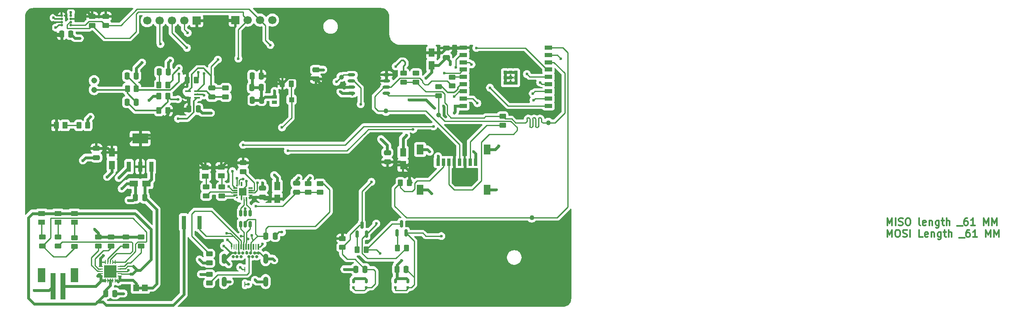
<source format=gtl>
%TF.GenerationSoftware,KiCad,Pcbnew,9.0.2*%
%TF.CreationDate,2025-07-21T02:07:20+05:30*%
%TF.ProjectId,2,322e6b69-6361-4645-9f70-636258585858,rev?*%
%TF.SameCoordinates,Original*%
%TF.FileFunction,Copper,L1,Top*%
%TF.FilePolarity,Positive*%
%FSLAX46Y46*%
G04 Gerber Fmt 4.6, Leading zero omitted, Abs format (unit mm)*
G04 Created by KiCad (PCBNEW 9.0.2) date 2025-07-21 02:07:20*
%MOMM*%
%LPD*%
G01*
G04 APERTURE LIST*
G04 Aperture macros list*
%AMRoundRect*
0 Rectangle with rounded corners*
0 $1 Rounding radius*
0 $2 $3 $4 $5 $6 $7 $8 $9 X,Y pos of 4 corners*
0 Add a 4 corners polygon primitive as box body*
4,1,4,$2,$3,$4,$5,$6,$7,$8,$9,$2,$3,0*
0 Add four circle primitives for the rounded corners*
1,1,$1+$1,$2,$3*
1,1,$1+$1,$4,$5*
1,1,$1+$1,$6,$7*
1,1,$1+$1,$8,$9*
0 Add four rect primitives between the rounded corners*
20,1,$1+$1,$2,$3,$4,$5,0*
20,1,$1+$1,$4,$5,$6,$7,0*
20,1,$1+$1,$6,$7,$8,$9,0*
20,1,$1+$1,$8,$9,$2,$3,0*%
G04 Aperture macros list end*
%ADD10C,0.300000*%
%TA.AperFunction,NonConductor*%
%ADD11C,0.300000*%
%TD*%
%TA.AperFunction,SMDPad,CuDef*%
%ADD12R,1.000000X5.500000*%
%TD*%
%TA.AperFunction,SMDPad,CuDef*%
%ADD13R,1.600000X3.000000*%
%TD*%
%TA.AperFunction,SMDPad,CuDef*%
%ADD14R,0.200000X1.000000*%
%TD*%
%TA.AperFunction,SMDPad,CuDef*%
%ADD15R,0.200000X1.200000*%
%TD*%
%TA.AperFunction,SMDPad,CuDef*%
%ADD16R,0.300000X1.200000*%
%TD*%
%TA.AperFunction,SMDPad,CuDef*%
%ADD17R,0.300000X1.000000*%
%TD*%
%TA.AperFunction,ComponentPad*%
%ADD18C,0.650000*%
%TD*%
%TA.AperFunction,ComponentPad*%
%ADD19O,1.050000X2.100000*%
%TD*%
%TA.AperFunction,SMDPad,CuDef*%
%ADD20RoundRect,0.150000X-0.150000X0.512500X-0.150000X-0.512500X0.150000X-0.512500X0.150000X0.512500X0*%
%TD*%
%TA.AperFunction,SMDPad,CuDef*%
%ADD21R,1.600000X1.600000*%
%TD*%
%TA.AperFunction,SMDPad,CuDef*%
%ADD22R,0.900000X0.300000*%
%TD*%
%TA.AperFunction,SMDPad,CuDef*%
%ADD23R,0.300000X0.300000*%
%TD*%
%TA.AperFunction,SMDPad,CuDef*%
%ADD24R,0.250000X0.800000*%
%TD*%
%TA.AperFunction,SMDPad,CuDef*%
%ADD25R,0.300000X0.900000*%
%TD*%
%TA.AperFunction,SMDPad,CuDef*%
%ADD26R,0.100000X0.400000*%
%TD*%
%TA.AperFunction,SMDPad,CuDef*%
%ADD27R,0.100000X0.300000*%
%TD*%
%TA.AperFunction,SMDPad,CuDef*%
%ADD28R,0.900000X0.200000*%
%TD*%
%TA.AperFunction,SMDPad,CuDef*%
%ADD29R,0.100000X0.600000*%
%TD*%
%TA.AperFunction,SMDPad,CuDef*%
%ADD30R,0.200000X0.900000*%
%TD*%
%TA.AperFunction,SMDPad,CuDef*%
%ADD31R,0.200000X0.500000*%
%TD*%
%TA.AperFunction,SMDPad,CuDef*%
%ADD32RoundRect,0.250000X0.450000X-0.262500X0.450000X0.262500X-0.450000X0.262500X-0.450000X-0.262500X0*%
%TD*%
%TA.AperFunction,SMDPad,CuDef*%
%ADD33R,0.800000X1.500000*%
%TD*%
%TA.AperFunction,SMDPad,CuDef*%
%ADD34R,1.450000X2.000000*%
%TD*%
%TA.AperFunction,SMDPad,CuDef*%
%ADD35RoundRect,0.250000X-0.450000X0.262500X-0.450000X-0.262500X0.450000X-0.262500X0.450000X0.262500X0*%
%TD*%
%TA.AperFunction,SMDPad,CuDef*%
%ADD36RoundRect,0.062500X0.350000X0.062500X-0.350000X0.062500X-0.350000X-0.062500X0.350000X-0.062500X0*%
%TD*%
%TA.AperFunction,SMDPad,CuDef*%
%ADD37RoundRect,0.062500X0.062500X0.350000X-0.062500X0.350000X-0.062500X-0.350000X0.062500X-0.350000X0*%
%TD*%
%TA.AperFunction,HeatsinkPad*%
%ADD38R,2.500000X2.500000*%
%TD*%
%TA.AperFunction,SMDPad,CuDef*%
%ADD39RoundRect,0.250000X-0.250000X-0.475000X0.250000X-0.475000X0.250000X0.475000X-0.250000X0.475000X0*%
%TD*%
%TA.AperFunction,SMDPad,CuDef*%
%ADD40R,1.200000X1.470000*%
%TD*%
%TA.AperFunction,SMDPad,CuDef*%
%ADD41R,1.230000X1.800000*%
%TD*%
%TA.AperFunction,SMDPad,CuDef*%
%ADD42R,0.550000X0.570000*%
%TD*%
%TA.AperFunction,SMDPad,CuDef*%
%ADD43C,1.000000*%
%TD*%
%TA.AperFunction,SMDPad,CuDef*%
%ADD44RoundRect,0.250000X0.262500X0.450000X-0.262500X0.450000X-0.262500X-0.450000X0.262500X-0.450000X0*%
%TD*%
%TA.AperFunction,SMDPad,CuDef*%
%ADD45RoundRect,0.250000X-0.475000X0.250000X-0.475000X-0.250000X0.475000X-0.250000X0.475000X0.250000X0*%
%TD*%
%TA.AperFunction,SMDPad,CuDef*%
%ADD46RoundRect,0.250000X0.250000X0.475000X-0.250000X0.475000X-0.250000X-0.475000X0.250000X-0.475000X0*%
%TD*%
%TA.AperFunction,ComponentPad*%
%ADD47C,0.400000*%
%TD*%
%TA.AperFunction,ComponentPad*%
%ADD48C,0.600000*%
%TD*%
%TA.AperFunction,SMDPad,CuDef*%
%ADD49R,0.700000X0.700000*%
%TD*%
%TA.AperFunction,SMDPad,CuDef*%
%ADD50R,1.500000X0.900000*%
%TD*%
%TA.AperFunction,SMDPad,CuDef*%
%ADD51RoundRect,0.250000X0.475000X-0.250000X0.475000X0.250000X-0.475000X0.250000X-0.475000X-0.250000X0*%
%TD*%
%TA.AperFunction,ComponentPad*%
%ADD52C,1.700000*%
%TD*%
%TA.AperFunction,ComponentPad*%
%ADD53R,1.700000X1.700000*%
%TD*%
%TA.AperFunction,SMDPad,CuDef*%
%ADD54R,0.910000X2.810000*%
%TD*%
%TA.AperFunction,SMDPad,CuDef*%
%ADD55R,1.400000X1.000000*%
%TD*%
%TA.AperFunction,SMDPad,CuDef*%
%ADD56RoundRect,0.150000X0.150000X-0.587500X0.150000X0.587500X-0.150000X0.587500X-0.150000X-0.587500X0*%
%TD*%
%TA.AperFunction,SMDPad,CuDef*%
%ADD57RoundRect,0.250000X-0.262500X-0.450000X0.262500X-0.450000X0.262500X0.450000X-0.262500X0.450000X0*%
%TD*%
%TA.AperFunction,SMDPad,CuDef*%
%ADD58R,3.250000X2.150000*%
%TD*%
%TA.AperFunction,SMDPad,CuDef*%
%ADD59R,0.950000X2.150000*%
%TD*%
%TA.AperFunction,SMDPad,CuDef*%
%ADD60R,1.800000X1.230000*%
%TD*%
%TA.AperFunction,SMDPad,CuDef*%
%ADD61R,1.100000X1.000000*%
%TD*%
%TA.AperFunction,SMDPad,CuDef*%
%ADD62R,1.100000X0.800000*%
%TD*%
%TA.AperFunction,ComponentPad*%
%ADD63C,1.208000*%
%TD*%
%TA.AperFunction,SMDPad,CuDef*%
%ADD64R,1.000000X1.400000*%
%TD*%
%TA.AperFunction,SMDPad,CuDef*%
%ADD65RoundRect,0.100000X0.495000X0.100000X-0.495000X0.100000X-0.495000X-0.100000X0.495000X-0.100000X0*%
%TD*%
%TA.AperFunction,SMDPad,CuDef*%
%ADD66O,1.600000X0.600000*%
%TD*%
%TA.AperFunction,SMDPad,CuDef*%
%ADD67RoundRect,0.056250X-0.188750X-0.168750X0.188750X-0.168750X0.188750X0.168750X-0.188750X0.168750X0*%
%TD*%
%TA.AperFunction,ViaPad*%
%ADD68C,0.600000*%
%TD*%
%TA.AperFunction,Conductor*%
%ADD69C,0.250000*%
%TD*%
%TA.AperFunction,Conductor*%
%ADD70C,0.300000*%
%TD*%
%TA.AperFunction,Conductor*%
%ADD71C,0.600000*%
%TD*%
G04 APERTURE END LIST*
D10*
D11*
X232354510Y-93385912D02*
X232354510Y-91885912D01*
X232354510Y-91885912D02*
X232854510Y-92957341D01*
X232854510Y-92957341D02*
X233354510Y-91885912D01*
X233354510Y-91885912D02*
X233354510Y-93385912D01*
X234068796Y-93385912D02*
X234068796Y-91885912D01*
X234711654Y-93314484D02*
X234925940Y-93385912D01*
X234925940Y-93385912D02*
X235283082Y-93385912D01*
X235283082Y-93385912D02*
X235425940Y-93314484D01*
X235425940Y-93314484D02*
X235497368Y-93243055D01*
X235497368Y-93243055D02*
X235568797Y-93100198D01*
X235568797Y-93100198D02*
X235568797Y-92957341D01*
X235568797Y-92957341D02*
X235497368Y-92814484D01*
X235497368Y-92814484D02*
X235425940Y-92743055D01*
X235425940Y-92743055D02*
X235283082Y-92671626D01*
X235283082Y-92671626D02*
X234997368Y-92600198D01*
X234997368Y-92600198D02*
X234854511Y-92528769D01*
X234854511Y-92528769D02*
X234783082Y-92457341D01*
X234783082Y-92457341D02*
X234711654Y-92314484D01*
X234711654Y-92314484D02*
X234711654Y-92171626D01*
X234711654Y-92171626D02*
X234783082Y-92028769D01*
X234783082Y-92028769D02*
X234854511Y-91957341D01*
X234854511Y-91957341D02*
X234997368Y-91885912D01*
X234997368Y-91885912D02*
X235354511Y-91885912D01*
X235354511Y-91885912D02*
X235568797Y-91957341D01*
X236497368Y-91885912D02*
X236783082Y-91885912D01*
X236783082Y-91885912D02*
X236925939Y-91957341D01*
X236925939Y-91957341D02*
X237068796Y-92100198D01*
X237068796Y-92100198D02*
X237140225Y-92385912D01*
X237140225Y-92385912D02*
X237140225Y-92885912D01*
X237140225Y-92885912D02*
X237068796Y-93171626D01*
X237068796Y-93171626D02*
X236925939Y-93314484D01*
X236925939Y-93314484D02*
X236783082Y-93385912D01*
X236783082Y-93385912D02*
X236497368Y-93385912D01*
X236497368Y-93385912D02*
X236354511Y-93314484D01*
X236354511Y-93314484D02*
X236211653Y-93171626D01*
X236211653Y-93171626D02*
X236140225Y-92885912D01*
X236140225Y-92885912D02*
X236140225Y-92385912D01*
X236140225Y-92385912D02*
X236211653Y-92100198D01*
X236211653Y-92100198D02*
X236354511Y-91957341D01*
X236354511Y-91957341D02*
X236497368Y-91885912D01*
X239140225Y-93385912D02*
X238997368Y-93314484D01*
X238997368Y-93314484D02*
X238925939Y-93171626D01*
X238925939Y-93171626D02*
X238925939Y-91885912D01*
X240283082Y-93314484D02*
X240140225Y-93385912D01*
X240140225Y-93385912D02*
X239854511Y-93385912D01*
X239854511Y-93385912D02*
X239711653Y-93314484D01*
X239711653Y-93314484D02*
X239640225Y-93171626D01*
X239640225Y-93171626D02*
X239640225Y-92600198D01*
X239640225Y-92600198D02*
X239711653Y-92457341D01*
X239711653Y-92457341D02*
X239854511Y-92385912D01*
X239854511Y-92385912D02*
X240140225Y-92385912D01*
X240140225Y-92385912D02*
X240283082Y-92457341D01*
X240283082Y-92457341D02*
X240354511Y-92600198D01*
X240354511Y-92600198D02*
X240354511Y-92743055D01*
X240354511Y-92743055D02*
X239640225Y-92885912D01*
X240997367Y-92385912D02*
X240997367Y-93385912D01*
X240997367Y-92528769D02*
X241068796Y-92457341D01*
X241068796Y-92457341D02*
X241211653Y-92385912D01*
X241211653Y-92385912D02*
X241425939Y-92385912D01*
X241425939Y-92385912D02*
X241568796Y-92457341D01*
X241568796Y-92457341D02*
X241640225Y-92600198D01*
X241640225Y-92600198D02*
X241640225Y-93385912D01*
X242997368Y-92385912D02*
X242997368Y-93600198D01*
X242997368Y-93600198D02*
X242925939Y-93743055D01*
X242925939Y-93743055D02*
X242854510Y-93814484D01*
X242854510Y-93814484D02*
X242711653Y-93885912D01*
X242711653Y-93885912D02*
X242497368Y-93885912D01*
X242497368Y-93885912D02*
X242354510Y-93814484D01*
X242997368Y-93314484D02*
X242854510Y-93385912D01*
X242854510Y-93385912D02*
X242568796Y-93385912D01*
X242568796Y-93385912D02*
X242425939Y-93314484D01*
X242425939Y-93314484D02*
X242354510Y-93243055D01*
X242354510Y-93243055D02*
X242283082Y-93100198D01*
X242283082Y-93100198D02*
X242283082Y-92671626D01*
X242283082Y-92671626D02*
X242354510Y-92528769D01*
X242354510Y-92528769D02*
X242425939Y-92457341D01*
X242425939Y-92457341D02*
X242568796Y-92385912D01*
X242568796Y-92385912D02*
X242854510Y-92385912D01*
X242854510Y-92385912D02*
X242997368Y-92457341D01*
X243497368Y-92385912D02*
X244068796Y-92385912D01*
X243711653Y-91885912D02*
X243711653Y-93171626D01*
X243711653Y-93171626D02*
X243783082Y-93314484D01*
X243783082Y-93314484D02*
X243925939Y-93385912D01*
X243925939Y-93385912D02*
X244068796Y-93385912D01*
X244568796Y-93385912D02*
X244568796Y-91885912D01*
X245211654Y-93385912D02*
X245211654Y-92600198D01*
X245211654Y-92600198D02*
X245140225Y-92457341D01*
X245140225Y-92457341D02*
X244997368Y-92385912D01*
X244997368Y-92385912D02*
X244783082Y-92385912D01*
X244783082Y-92385912D02*
X244640225Y-92457341D01*
X244640225Y-92457341D02*
X244568796Y-92528769D01*
X246711654Y-93528769D02*
X247854511Y-93528769D01*
X248854511Y-91885912D02*
X248568796Y-91885912D01*
X248568796Y-91885912D02*
X248425939Y-91957341D01*
X248425939Y-91957341D02*
X248354511Y-92028769D01*
X248354511Y-92028769D02*
X248211653Y-92243055D01*
X248211653Y-92243055D02*
X248140225Y-92528769D01*
X248140225Y-92528769D02*
X248140225Y-93100198D01*
X248140225Y-93100198D02*
X248211653Y-93243055D01*
X248211653Y-93243055D02*
X248283082Y-93314484D01*
X248283082Y-93314484D02*
X248425939Y-93385912D01*
X248425939Y-93385912D02*
X248711653Y-93385912D01*
X248711653Y-93385912D02*
X248854511Y-93314484D01*
X248854511Y-93314484D02*
X248925939Y-93243055D01*
X248925939Y-93243055D02*
X248997368Y-93100198D01*
X248997368Y-93100198D02*
X248997368Y-92743055D01*
X248997368Y-92743055D02*
X248925939Y-92600198D01*
X248925939Y-92600198D02*
X248854511Y-92528769D01*
X248854511Y-92528769D02*
X248711653Y-92457341D01*
X248711653Y-92457341D02*
X248425939Y-92457341D01*
X248425939Y-92457341D02*
X248283082Y-92528769D01*
X248283082Y-92528769D02*
X248211653Y-92600198D01*
X248211653Y-92600198D02*
X248140225Y-92743055D01*
X250425939Y-93385912D02*
X249568796Y-93385912D01*
X249997367Y-93385912D02*
X249997367Y-91885912D01*
X249997367Y-91885912D02*
X249854510Y-92100198D01*
X249854510Y-92100198D02*
X249711653Y-92243055D01*
X249711653Y-92243055D02*
X249568796Y-92314484D01*
X252211652Y-93385912D02*
X252211652Y-91885912D01*
X252211652Y-91885912D02*
X252711652Y-92957341D01*
X252711652Y-92957341D02*
X253211652Y-91885912D01*
X253211652Y-91885912D02*
X253211652Y-93385912D01*
X253925938Y-93385912D02*
X253925938Y-91885912D01*
X253925938Y-91885912D02*
X254425938Y-92957341D01*
X254425938Y-92957341D02*
X254925938Y-91885912D01*
X254925938Y-91885912D02*
X254925938Y-93385912D01*
X232354510Y-95800828D02*
X232354510Y-94300828D01*
X232354510Y-94300828D02*
X232854510Y-95372257D01*
X232854510Y-95372257D02*
X233354510Y-94300828D01*
X233354510Y-94300828D02*
X233354510Y-95800828D01*
X234354511Y-94300828D02*
X234640225Y-94300828D01*
X234640225Y-94300828D02*
X234783082Y-94372257D01*
X234783082Y-94372257D02*
X234925939Y-94515114D01*
X234925939Y-94515114D02*
X234997368Y-94800828D01*
X234997368Y-94800828D02*
X234997368Y-95300828D01*
X234997368Y-95300828D02*
X234925939Y-95586542D01*
X234925939Y-95586542D02*
X234783082Y-95729400D01*
X234783082Y-95729400D02*
X234640225Y-95800828D01*
X234640225Y-95800828D02*
X234354511Y-95800828D01*
X234354511Y-95800828D02*
X234211654Y-95729400D01*
X234211654Y-95729400D02*
X234068796Y-95586542D01*
X234068796Y-95586542D02*
X233997368Y-95300828D01*
X233997368Y-95300828D02*
X233997368Y-94800828D01*
X233997368Y-94800828D02*
X234068796Y-94515114D01*
X234068796Y-94515114D02*
X234211654Y-94372257D01*
X234211654Y-94372257D02*
X234354511Y-94300828D01*
X235568797Y-95729400D02*
X235783083Y-95800828D01*
X235783083Y-95800828D02*
X236140225Y-95800828D01*
X236140225Y-95800828D02*
X236283083Y-95729400D01*
X236283083Y-95729400D02*
X236354511Y-95657971D01*
X236354511Y-95657971D02*
X236425940Y-95515114D01*
X236425940Y-95515114D02*
X236425940Y-95372257D01*
X236425940Y-95372257D02*
X236354511Y-95229400D01*
X236354511Y-95229400D02*
X236283083Y-95157971D01*
X236283083Y-95157971D02*
X236140225Y-95086542D01*
X236140225Y-95086542D02*
X235854511Y-95015114D01*
X235854511Y-95015114D02*
X235711654Y-94943685D01*
X235711654Y-94943685D02*
X235640225Y-94872257D01*
X235640225Y-94872257D02*
X235568797Y-94729400D01*
X235568797Y-94729400D02*
X235568797Y-94586542D01*
X235568797Y-94586542D02*
X235640225Y-94443685D01*
X235640225Y-94443685D02*
X235711654Y-94372257D01*
X235711654Y-94372257D02*
X235854511Y-94300828D01*
X235854511Y-94300828D02*
X236211654Y-94300828D01*
X236211654Y-94300828D02*
X236425940Y-94372257D01*
X237068796Y-95800828D02*
X237068796Y-94300828D01*
X239640225Y-95800828D02*
X238925939Y-95800828D01*
X238925939Y-95800828D02*
X238925939Y-94300828D01*
X240711654Y-95729400D02*
X240568797Y-95800828D01*
X240568797Y-95800828D02*
X240283083Y-95800828D01*
X240283083Y-95800828D02*
X240140225Y-95729400D01*
X240140225Y-95729400D02*
X240068797Y-95586542D01*
X240068797Y-95586542D02*
X240068797Y-95015114D01*
X240068797Y-95015114D02*
X240140225Y-94872257D01*
X240140225Y-94872257D02*
X240283083Y-94800828D01*
X240283083Y-94800828D02*
X240568797Y-94800828D01*
X240568797Y-94800828D02*
X240711654Y-94872257D01*
X240711654Y-94872257D02*
X240783083Y-95015114D01*
X240783083Y-95015114D02*
X240783083Y-95157971D01*
X240783083Y-95157971D02*
X240068797Y-95300828D01*
X241425939Y-94800828D02*
X241425939Y-95800828D01*
X241425939Y-94943685D02*
X241497368Y-94872257D01*
X241497368Y-94872257D02*
X241640225Y-94800828D01*
X241640225Y-94800828D02*
X241854511Y-94800828D01*
X241854511Y-94800828D02*
X241997368Y-94872257D01*
X241997368Y-94872257D02*
X242068797Y-95015114D01*
X242068797Y-95015114D02*
X242068797Y-95800828D01*
X243425940Y-94800828D02*
X243425940Y-96015114D01*
X243425940Y-96015114D02*
X243354511Y-96157971D01*
X243354511Y-96157971D02*
X243283082Y-96229400D01*
X243283082Y-96229400D02*
X243140225Y-96300828D01*
X243140225Y-96300828D02*
X242925940Y-96300828D01*
X242925940Y-96300828D02*
X242783082Y-96229400D01*
X243425940Y-95729400D02*
X243283082Y-95800828D01*
X243283082Y-95800828D02*
X242997368Y-95800828D01*
X242997368Y-95800828D02*
X242854511Y-95729400D01*
X242854511Y-95729400D02*
X242783082Y-95657971D01*
X242783082Y-95657971D02*
X242711654Y-95515114D01*
X242711654Y-95515114D02*
X242711654Y-95086542D01*
X242711654Y-95086542D02*
X242783082Y-94943685D01*
X242783082Y-94943685D02*
X242854511Y-94872257D01*
X242854511Y-94872257D02*
X242997368Y-94800828D01*
X242997368Y-94800828D02*
X243283082Y-94800828D01*
X243283082Y-94800828D02*
X243425940Y-94872257D01*
X243925940Y-94800828D02*
X244497368Y-94800828D01*
X244140225Y-94300828D02*
X244140225Y-95586542D01*
X244140225Y-95586542D02*
X244211654Y-95729400D01*
X244211654Y-95729400D02*
X244354511Y-95800828D01*
X244354511Y-95800828D02*
X244497368Y-95800828D01*
X244997368Y-95800828D02*
X244997368Y-94300828D01*
X245640226Y-95800828D02*
X245640226Y-95015114D01*
X245640226Y-95015114D02*
X245568797Y-94872257D01*
X245568797Y-94872257D02*
X245425940Y-94800828D01*
X245425940Y-94800828D02*
X245211654Y-94800828D01*
X245211654Y-94800828D02*
X245068797Y-94872257D01*
X245068797Y-94872257D02*
X244997368Y-94943685D01*
X247140226Y-95943685D02*
X248283083Y-95943685D01*
X249283083Y-94300828D02*
X248997368Y-94300828D01*
X248997368Y-94300828D02*
X248854511Y-94372257D01*
X248854511Y-94372257D02*
X248783083Y-94443685D01*
X248783083Y-94443685D02*
X248640225Y-94657971D01*
X248640225Y-94657971D02*
X248568797Y-94943685D01*
X248568797Y-94943685D02*
X248568797Y-95515114D01*
X248568797Y-95515114D02*
X248640225Y-95657971D01*
X248640225Y-95657971D02*
X248711654Y-95729400D01*
X248711654Y-95729400D02*
X248854511Y-95800828D01*
X248854511Y-95800828D02*
X249140225Y-95800828D01*
X249140225Y-95800828D02*
X249283083Y-95729400D01*
X249283083Y-95729400D02*
X249354511Y-95657971D01*
X249354511Y-95657971D02*
X249425940Y-95515114D01*
X249425940Y-95515114D02*
X249425940Y-95157971D01*
X249425940Y-95157971D02*
X249354511Y-95015114D01*
X249354511Y-95015114D02*
X249283083Y-94943685D01*
X249283083Y-94943685D02*
X249140225Y-94872257D01*
X249140225Y-94872257D02*
X248854511Y-94872257D01*
X248854511Y-94872257D02*
X248711654Y-94943685D01*
X248711654Y-94943685D02*
X248640225Y-95015114D01*
X248640225Y-95015114D02*
X248568797Y-95157971D01*
X250854511Y-95800828D02*
X249997368Y-95800828D01*
X250425939Y-95800828D02*
X250425939Y-94300828D01*
X250425939Y-94300828D02*
X250283082Y-94515114D01*
X250283082Y-94515114D02*
X250140225Y-94657971D01*
X250140225Y-94657971D02*
X249997368Y-94729400D01*
X252640224Y-95800828D02*
X252640224Y-94300828D01*
X252640224Y-94300828D02*
X253140224Y-95372257D01*
X253140224Y-95372257D02*
X253640224Y-94300828D01*
X253640224Y-94300828D02*
X253640224Y-95800828D01*
X254354510Y-95800828D02*
X254354510Y-94300828D01*
X254354510Y-94300828D02*
X254854510Y-95372257D01*
X254854510Y-95372257D02*
X255354510Y-94300828D01*
X255354510Y-94300828D02*
X255354510Y-95800828D01*
D12*
%TO.P,J3,1,1*%
%TO.N,GND*%
X60700000Y-105912500D03*
%TO.P,J3,2,2*%
%TO.N,/VBat*%
X62700000Y-105912500D03*
D13*
%TO.P,J3,S1*%
%TO.N,N/C*%
X58300000Y-103662500D03*
%TO.P,J3,S2*%
X65100000Y-103662500D03*
%TD*%
D14*
%TO.P,J1,A1,GNDA1*%
%TO.N,GND*%
X97407500Y-97842500D03*
%TO.P,J1,A2,SSTXP1*%
%TO.N,unconnected-(J1-SSTXP1-PadA2)*%
X97907500Y-97842500D03*
D15*
%TO.P,J1,A3,SSTXN1*%
%TO.N,unconnected-(J1-SSTXN1-PadA3)*%
X98407500Y-97842500D03*
D16*
%TO.P,J1,A4,VBUSA1*%
%TO.N,/VBUS*%
X98907500Y-97842500D03*
D17*
%TO.P,J1,A5,CC1*%
%TO.N,Net-(J1-CC1)*%
X99407500Y-97842500D03*
D16*
%TO.P,J1,A6,DP1*%
%TO.N,/USB_DP*%
X99907500Y-97842500D03*
%TO.P,J1,A7,DN1*%
%TO.N,/USB_DN*%
X100407500Y-97842500D03*
%TO.P,J1,A8,SBU1*%
%TO.N,unconnected-(J1-SBU1-PadA8)*%
X100907500Y-97842500D03*
%TO.P,J1,A9,VBUSA2*%
%TO.N,/VBUS*%
X101407500Y-97842500D03*
%TO.P,J1,A10,SSRXN2*%
%TO.N,unconnected-(J1-SSRXN2-PadA10)*%
X101907500Y-97842500D03*
D15*
%TO.P,J1,A11,SSRXP2*%
%TO.N,unconnected-(J1-SSRXP2-PadA11)*%
X102407500Y-97842500D03*
D16*
%TO.P,J1,A12,GNDA2*%
%TO.N,GND*%
X102907500Y-97842500D03*
D18*
%TO.P,J1,B1,GNDB1*%
X102957500Y-99092500D03*
%TO.P,J1,B2,SSTXP2*%
%TO.N,unconnected-(J1-SSTXP2-PadB2)*%
X102557500Y-99802500D03*
%TO.P,J1,B3,SSTXN2*%
%TO.N,unconnected-(J1-SSTXN2-PadB3)*%
X101757500Y-99802500D03*
%TO.P,J1,B4,VBUSB1*%
%TO.N,/VBUS*%
X101357500Y-99092500D03*
%TO.P,J1,B5,CC2*%
%TO.N,Net-(J1-CC2)*%
X100957500Y-99802500D03*
%TO.P,J1,B6,DP2*%
%TO.N,/USB_DP*%
X100557500Y-99092500D03*
%TO.P,J1,B7,DN2*%
%TO.N,/USB_DN*%
X99757500Y-99092500D03*
%TO.P,J1,B8,SBU2*%
%TO.N,unconnected-(J1-SBU2-PadB8)*%
X99357500Y-99802500D03*
%TO.P,J1,B9,VBUSB2*%
%TO.N,/VBUS*%
X98957500Y-99092500D03*
%TO.P,J1,B10,SSRXN1*%
%TO.N,unconnected-(J1-SSRXN1-PadB10)*%
X98557500Y-99802500D03*
%TO.P,J1,B11,SSRXP1*%
%TO.N,unconnected-(J1-SSRXP1-PadB11)*%
X97757500Y-99802500D03*
%TO.P,J1,B12,GNDB2*%
%TO.N,GND*%
X97357500Y-99092500D03*
%TO.P,J1,G1,GND/SHIELD*%
X102157500Y-99092500D03*
%TO.P,J1,G2,GND/SHIELD*%
X98157500Y-99092500D03*
D14*
%TO.P,J1,G3,GND/SHIELD*%
X100157500Y-102422500D03*
%TO.P,J1,G4,GND/SHIELD*%
X100157500Y-105522500D03*
D19*
%TO.P,J1,S1,GND/SHIELD*%
X95887500Y-100242500D03*
%TO.P,J1,S2,GND/SHIELD*%
X104427500Y-100242500D03*
%TO.P,J1,S3,GND/SHIELD*%
X95887500Y-104972500D03*
%TO.P,J1,S4,GND/SHIELD*%
X104427500Y-104972500D03*
%TD*%
D20*
%TO.P,U2,1,I/O1*%
%TO.N,/ESP32 C3/D-*%
X101212500Y-90835000D03*
%TO.P,U2,2,GND*%
%TO.N,GND*%
X100262500Y-90835000D03*
%TO.P,U2,3,I/O2*%
%TO.N,/ESP32 C3/D+*%
X99312500Y-90835000D03*
%TO.P,U2,4,I/O2*%
%TO.N,/USB_DP*%
X99312500Y-93110000D03*
%TO.P,U2,5,VBUS*%
%TO.N,/VBUS*%
X100262500Y-93110000D03*
%TO.P,U2,6,I/O1*%
%TO.N,/USB_DN*%
X101212500Y-93110000D03*
%TD*%
D21*
%TO.P,U3,21,GND*%
%TO.N,GND*%
X99750000Y-86422500D03*
D22*
%TO.P,U3,20,~{TXT}/GPIO.2*%
%TO.N,Net-(U3-~{TXT}{slash}GPIO.2)*%
X98200000Y-87172500D03*
%TO.P,U3,19,~{RXT}/GPIO.3*%
%TO.N,Net-(U3-~{RXT}{slash}GPIO.3)*%
X98200000Y-86672500D03*
%TO.P,U3,18,TXD*%
%TO.N,/ESP32 C3/TX_RX*%
X98200000Y-86172500D03*
%TO.P,U3,17,RXD*%
%TO.N,/ESP32 C3/RX_TX*%
X98200000Y-85672500D03*
D23*
%TO.P,U3,16,~{RTS}*%
%TO.N,/ESP32 C3/RTS*%
X98500000Y-85172500D03*
D24*
%TO.P,U3,15,~{CTS}*%
%TO.N,/ESP32 C3/DTR*%
X99000000Y-84872500D03*
D25*
%TO.P,U3,14,SUSPEND*%
%TO.N,unconnected-(U3-SUSPEND-Pad14)*%
X99500000Y-84872500D03*
D26*
%TO.P,U3,13,~{WAKEUP}*%
%TO.N,unconnected-(U3-~{WAKEUP}-Pad13)*%
X100000000Y-84872500D03*
D25*
%TO.P,U3,12,GND*%
%TO.N,GND*%
X100500000Y-84872500D03*
D27*
%TO.P,U3,11,~{SUSPEND}*%
%TO.N,unconnected-(U3-~{SUSPEND}-Pad11)*%
X101000000Y-85172500D03*
D22*
%TO.P,U3,10,NC*%
%TO.N,unconnected-(U3-NC-Pad10)*%
X101300000Y-85672500D03*
%TO.P,U3,9,~{RST}*%
%TO.N,Net-(U3-~{RST})*%
X101300000Y-86172500D03*
%TO.P,U3,8,VBUS*%
%TO.N,Net-(U3-VBUS)*%
X101300000Y-86672500D03*
D28*
%TO.P,U3,7,VREGIN*%
%TO.N,+3.3V*%
X101300000Y-87172500D03*
D29*
%TO.P,U3,6,VDD*%
X101000000Y-87672500D03*
D25*
%TO.P,U3,5,D-*%
%TO.N,/ESP32 C3/D-*%
X100500000Y-87972500D03*
D30*
%TO.P,U3,4,D+*%
%TO.N,/ESP32 C3/D+*%
X100000000Y-87972500D03*
D31*
%TO.P,U3,3,GND*%
%TO.N,GND*%
X99500000Y-87972500D03*
D27*
%TO.P,U3,2,CLK/GPIO.0*%
%TO.N,unconnected-(U3-CLK{slash}GPIO.0-Pad2)*%
X99000000Y-87972500D03*
D23*
%TO.P,U3,1,RS485/GPIO.1*%
%TO.N,unconnected-(U3-RS485{slash}GPIO.1-Pad1)*%
X98500000Y-87672500D03*
%TD*%
D32*
%TO.P,R1X2,2*%
%TO.N,/ESP32 C3/MISO_DO*%
X153200000Y-70887500D03*
%TO.P,R1X2,1*%
%TO.N,Net-(J6-DAT0)*%
X153200000Y-72712500D03*
%TD*%
D33*
%TO.P,J6,1,DAT2*%
%TO.N,GND*%
X139900000Y-80330000D03*
%TO.P,J6,2,DAT3/CD*%
%TO.N,/ESP32 C3/sc_SD*%
X141000000Y-80330000D03*
%TO.P,J6,3,CMD*%
%TO.N,/ESP32 C3/MOSI_DI*%
X142100000Y-80330000D03*
%TO.P,J6,4,VDD*%
%TO.N,+3.3V*%
X143200000Y-80330000D03*
%TO.P,J6,5,CLK*%
%TO.N,/ESP32 C3/SCLK*%
X144300000Y-80330000D03*
%TO.P,J6,6,VSS*%
%TO.N,+3.3V*%
X145400000Y-80330000D03*
%TO.P,J6,7,DAT0*%
%TO.N,Net-(J6-DAT0)*%
X146500000Y-80330000D03*
%TO.P,J6,8,DAT1*%
%TO.N,GND*%
X147600000Y-80330000D03*
D34*
%TO.P,J6,9,SHIELD*%
X136225000Y-77730000D03*
X136225000Y-86030000D03*
X149975000Y-77730000D03*
X149975000Y-86030000D03*
%TD*%
D32*
%TO.P,R14,2*%
%TO.N,Net-(U4-DO(IO1))*%
X132800000Y-62000000D03*
%TO.P,R14,1*%
%TO.N,/ESP32 C3/MISO_DO*%
X132800000Y-63825000D03*
%TD*%
D35*
%TO.P,R1X1,1*%
%TO.N,Net-(Jx1-DAT0)*%
X135400000Y-62000000D03*
%TO.P,R1X1,2*%
%TO.N,/ESP32 C3/MISO_DO*%
X135400000Y-63825000D03*
%TD*%
D36*
%TO.P,U1,1,OUT*%
%TO.N,+5V*%
X74412500Y-103852500D03*
%TO.P,U1,2,VPCC*%
%TO.N,/+5V_USB*%
X74412500Y-103352500D03*
%TO.P,U1,3,SEL*%
%TO.N,GND*%
X74412500Y-102852500D03*
%TO.P,U1,4,PROG2*%
%TO.N,/+5V_USB*%
X74412500Y-102352500D03*
%TO.P,U1,5,THERM*%
%TO.N,Net-(U1-THERM)*%
X74412500Y-101852500D03*
D37*
%TO.P,U1,6,~{PG}*%
%TO.N,/CHARGING POWER GOOD*%
X73475000Y-100915000D03*
%TO.P,U1,7,STAT2*%
X72975000Y-100915000D03*
%TO.P,U1,8,STAT1/~{LBO}*%
%TO.N,/CHARGED *%
X72475000Y-100915000D03*
%TO.P,U1,9,~{TE}*%
%TO.N,Net-(U1-~{TE})*%
X71975000Y-100915000D03*
%TO.P,U1,10,V_{SS}*%
%TO.N,GND*%
X71475000Y-100915000D03*
D36*
%TO.P,U1,11,V_{SS}*%
X70537500Y-101852500D03*
%TO.P,U1,12,PROG3*%
%TO.N,Net-(U1-PROG3)*%
X70537500Y-102352500D03*
%TO.P,U1,13,PROG1*%
%TO.N,Net-(U1-PROG1)*%
X70537500Y-102852500D03*
%TO.P,U1,14,V_{BAT}*%
%TO.N,/VBat*%
X70537500Y-103352500D03*
%TO.P,U1,15,V_{BAT}*%
X70537500Y-103852500D03*
D37*
%TO.P,U1,16,V_{BAT_SENSE}*%
X71475000Y-104790000D03*
%TO.P,U1,17,CE*%
%TO.N,/+5V_USB*%
X71975000Y-104790000D03*
%TO.P,U1,18,IN*%
X72475000Y-104790000D03*
%TO.P,U1,19,IN*%
X72975000Y-104790000D03*
%TO.P,U1,20,OUT*%
%TO.N,+5V*%
X73475000Y-104790000D03*
D38*
%TO.P,U1,21,V_{SS}*%
%TO.N,GND*%
X72475000Y-102852500D03*
%TD*%
D39*
%TO.P,C6,1*%
%TO.N,/+5V_USB*%
X71525000Y-107417500D03*
%TO.P,C6,2*%
%TO.N,GND*%
X73425000Y-107417500D03*
%TD*%
D40*
%TO.P,FB1,1*%
%TO.N,+5V*%
X79535000Y-106252500D03*
%TO.P,FB1,2*%
X77815000Y-106252500D03*
%TD*%
D41*
%TO.P,C8,2*%
%TO.N,GND*%
X106800000Y-85262500D03*
%TO.P,C8,1*%
%TO.N,+3.3V*%
X106800000Y-87882500D03*
%TD*%
D35*
%TO.P,R1,2*%
%TO.N,GND*%
X92827500Y-101085000D03*
%TO.P,R1,1*%
%TO.N,Net-(J1-CC1)*%
X92827500Y-99260000D03*
%TD*%
D42*
%TO.P,S1,4*%
%TO.N,/ESP32 C3/BOOT*%
X133657500Y-106205000D03*
%TO.P,S1,3*%
X131107500Y-106205000D03*
%TO.P,S1,2*%
%TO.N,GND*%
X133657500Y-105045000D03*
%TO.P,S1,1*%
X131107500Y-105045000D03*
%TD*%
D43*
%TO.P,TP5,1,1*%
%TO.N,/ESP32 C3/CS*%
X120000000Y-62800000D03*
%TD*%
D35*
%TO.P,R12,2*%
%TO.N,Net-(U3-VBUS)*%
X113200000Y-86562500D03*
%TO.P,R12,1*%
%TO.N,GND*%
X113200000Y-84737500D03*
%TD*%
D32*
%TO.P,R8,2*%
%TO.N,GND*%
X78800000Y-95800000D03*
%TO.P,R8,1*%
%TO.N,Net-(U1-THERM)*%
X78800000Y-97625000D03*
%TD*%
D44*
%TO.P,R25,2*%
%TO.N,GND*%
X82487500Y-66772500D03*
%TO.P,R25,1*%
%TO.N,Net-(U7-IN+)*%
X84312500Y-66772500D03*
%TD*%
D45*
%TO.P,C27,2*%
%TO.N,+3.3V*%
X129500000Y-80280000D03*
%TO.P,C27,1*%
%TO.N,GND*%
X129500000Y-78380000D03*
%TD*%
D44*
%TO.P,R6,2*%
%TO.N,Net-(LED4-K)*%
X66000000Y-72772500D03*
%TO.P,R6,1*%
%TO.N,GND*%
X67825000Y-72772500D03*
%TD*%
D46*
%TO.P,C16,2*%
%TO.N,Net-(C16-Pad2)*%
X75900000Y-62572500D03*
%TO.P,C16,1*%
%TO.N,GND*%
X77800000Y-62572500D03*
%TD*%
D47*
%TO.P,U5,39,GND*%
%TO.N,GND*%
X155372500Y-64060000D03*
%TO.P,U5,38,GND*%
X154272500Y-64060000D03*
%TO.P,U5,37,GND*%
X155922500Y-63510000D03*
%TO.P,U5,36,GND*%
X154822500Y-63510000D03*
%TO.P,U5,35,GND*%
X153722500Y-63510000D03*
%TO.P,U5,34,GND*%
X155372500Y-62960000D03*
%TO.P,U5,33,GND*%
X154272500Y-62960000D03*
%TO.P,U5,32,GND*%
X155922500Y-62410000D03*
%TO.P,U5,31,GND*%
X154822500Y-62410000D03*
D48*
%TO.P,U5,30,GND*%
X153722500Y-62410000D03*
D47*
%TO.P,U5,29,GND*%
X155372500Y-61860000D03*
%TO.P,U5,28,GND*%
X154272500Y-61860000D03*
D49*
%TO.P,U5,27,GND*%
X155922500Y-64060000D03*
%TO.P,U5,26,GND*%
X154822500Y-64060000D03*
%TO.P,U5,25,GND*%
X153722500Y-64060000D03*
%TO.P,U5,24,GND*%
X155922500Y-62960000D03*
%TO.P,U5,23,GND*%
X154822500Y-62960000D03*
%TO.P,U5,22,GND*%
X153722500Y-62960000D03*
%TO.P,U5,21,GND*%
X155922500Y-61860000D03*
%TO.P,U5,20,GND*%
X154822500Y-61860000D03*
%TO.P,U5,19,GND*%
X153722500Y-61860000D03*
D50*
%TO.P,U5,18,IO0*%
%TO.N,/ESP32 C3/sc_SD*%
X162612500Y-56760000D03*
%TO.P,U5,17,IO1*%
%TO.N,/ESP32 C3/Photo C*%
X162612500Y-58260000D03*
%TO.P,U5,16,IO2*%
%TO.N,/ESP32 C3/MISO_DO*%
X162612500Y-59760000D03*
%TO.P,U5,15,IO3*%
%TO.N,/ESP32 C3/SCL*%
X162612500Y-61260000D03*
%TO.P,U5,14,IO19*%
%TO.N,/ESP32 C3/GPIO19*%
X162612500Y-62760000D03*
%TO.P,U5,13,IO18*%
%TO.N,/ESP32 C3/GPIO18*%
X162612500Y-64260000D03*
%TO.P,U5,12,TXD*%
%TO.N,/ESP32 C3/RX_TX*%
X162612500Y-65760000D03*
%TO.P,U5,11,RXD*%
%TO.N,/ESP32 C3/TX_RX*%
X162612500Y-67260000D03*
%TO.P,U5,10,IO10*%
%TO.N,/ESP32 C3/CS*%
X162612500Y-68760000D03*
%TO.P,U5,9,GND*%
%TO.N,GND*%
X145112500Y-68760000D03*
%TO.P,U5,8,IO9*%
%TO.N,/ESP32 C3/BOOT*%
X145112500Y-67260000D03*
%TO.P,U5,7,IO8*%
%TO.N,/ESP32 C3/GPIO 8*%
X145112500Y-65760000D03*
%TO.P,U5,6,IO7*%
%TO.N,Net-(U5-IO7)*%
X145112500Y-64260000D03*
%TO.P,U5,5,IO6*%
%TO.N,Net-(U5-IO6)*%
X145112500Y-62760000D03*
%TO.P,U5,4,IO5*%
%TO.N,/ESP32 C3/MIC_OUT*%
X145112500Y-61260000D03*
%TO.P,U5,3,IO4*%
%TO.N,/ESP32 C3/sDA*%
X145112500Y-59760000D03*
%TO.P,U5,2,EN*%
%TO.N,/ESP32 C3/EN*%
X145112500Y-58260000D03*
%TO.P,U5,1,3V3*%
%TO.N,+3.3V*%
X145112500Y-56760000D03*
%TD*%
D51*
%TO.P,C11,2*%
%TO.N,+3.3V*%
X141605000Y-56835000D03*
%TO.P,C11,1*%
%TO.N,GND*%
X141605000Y-58735000D03*
%TD*%
D52*
%TO.P,J5,5,Pin_5*%
%TO.N,GND*%
X80040000Y-51197500D03*
%TO.P,J5,4,Pin_4*%
%TO.N,/ESP32 C3/GPIO19*%
X82580000Y-51197500D03*
%TO.P,J5,3,Pin_3*%
%TO.N,/ESP32 C3/GPIO18*%
X85120000Y-51197500D03*
%TO.P,J5,2,Pin_2*%
%TO.N,/ESP32 C3/GPIO 8*%
X87660000Y-51197500D03*
D53*
%TO.P,J5,1,Pin_1*%
%TO.N,+3.3V*%
X90200000Y-51197500D03*
%TD*%
D54*
%TO.P,F1,2,2*%
%TO.N,/+5V_USB*%
X87580000Y-92772500D03*
%TO.P,F1,1,1*%
%TO.N,/VBUS*%
X90820000Y-92772500D03*
%TD*%
D32*
%TO.P,R5,2*%
%TO.N,Net-(LED3-K)*%
X65100000Y-95912500D03*
%TO.P,R5,1*%
%TO.N,/CHARGING POWER GOOD*%
X65100000Y-97737500D03*
%TD*%
D41*
%TO.P,C3,2*%
%TO.N,GND*%
X72800000Y-80972500D03*
%TO.P,C3,1*%
%TO.N,+3.3V*%
X72800000Y-78352500D03*
%TD*%
D55*
%TO.P,LED1,2,A*%
%TO.N,/+5V_USB*%
X58350000Y-90912500D03*
%TO.P,LED1,1,K*%
%TO.N,Net-(LED1-K)*%
X58350000Y-92712500D03*
%TD*%
%TO.P,LED5,2,A*%
%TO.N,+3.3V*%
X92000000Y-81472500D03*
%TO.P,LED5,1,K*%
%TO.N,Net-(LED5-K)*%
X92000000Y-83272500D03*
%TD*%
D39*
%TO.P,C18,2*%
%TO.N,GND*%
X90550000Y-69372500D03*
%TO.P,C18,1*%
%TO.N,+3.3V*%
X88650000Y-69372500D03*
%TD*%
D55*
%TO.P,LED2,2,A*%
%TO.N,/+5V_USB*%
X61700000Y-90912500D03*
%TO.P,LED2,1,K*%
%TO.N,Net-(LED2-K)*%
X61700000Y-92712500D03*
%TD*%
D32*
%TO.P,R21,2*%
%TO.N,+3.3V*%
X71550000Y-50347500D03*
%TO.P,R21,1*%
%TO.N,/ESP32 C3/SCL*%
X71550000Y-52172500D03*
%TD*%
D56*
%TO.P,Q2,3,C*%
%TO.N,/ESP32 C3/EN*%
X124232500Y-93287500D03*
%TO.P,Q2,2,E*%
%TO.N,/ESP32 C3/RTS*%
X125182500Y-95162500D03*
%TO.P,Q2,1,B*%
%TO.N,Net-(Q2-B)*%
X123282500Y-95162500D03*
%TD*%
D51*
%TO.P,C17,2*%
%TO.N,/ESP32 C3/MIC_OUT*%
X93400000Y-65022500D03*
%TO.P,C17,1*%
%TO.N,Net-(U7-IN-)*%
X93400000Y-66922500D03*
%TD*%
D32*
%TO.P,R15,2*%
%TO.N,Net-(LED6-K)*%
X95400000Y-85460000D03*
%TO.P,R15,1*%
%TO.N,Net-(U3-~{TXT}{slash}GPIO.2)*%
X95400000Y-87285000D03*
%TD*%
D52*
%TO.P,J4,4,Pin_4*%
%TO.N,GND*%
X105820000Y-51060000D03*
%TO.P,J4,3,Pin_3*%
%TO.N,/ESP32 C3/SCL*%
X103280000Y-51060000D03*
%TO.P,J4,2,Pin_2*%
%TO.N,/ESP32 C3/sDA*%
X100740000Y-51060000D03*
D53*
%TO.P,J4,1,Pin_1*%
%TO.N,+3.3V*%
X98200000Y-51060000D03*
%TD*%
D57*
%TO.P,R27,2*%
%TO.N,/ESP32 C3/Photo C*%
X109712500Y-64200000D03*
%TO.P,R27,1*%
%TO.N,+3.3V*%
X107887500Y-64200000D03*
%TD*%
D45*
%TO.P,C9,2*%
%TO.N,+3.3V*%
X103800000Y-87562500D03*
%TO.P,C9,1*%
%TO.N,GND*%
X103800000Y-85662500D03*
%TD*%
D56*
%TO.P,Q3,3,C*%
%TO.N,/ESP32 C3/DTR*%
X132382500Y-93087500D03*
%TO.P,Q3,2,E*%
%TO.N,/ESP32 C3/BOOT*%
X133332500Y-94962500D03*
%TO.P,Q3,1,B*%
%TO.N,Net-(Q3-B)*%
X131432500Y-94962500D03*
%TD*%
D43*
%TO.P,TP1,1,1*%
%TO.N,/ESP32 C3/MISO_DO*%
X162600000Y-72200000D03*
%TD*%
D58*
%TO.P,VR1,4,VOUT_4*%
%TO.N,+3.3V*%
X78600000Y-75472500D03*
D59*
%TO.P,VR1,3,VIN*%
%TO.N,+5V*%
X80900000Y-81272500D03*
%TO.P,VR1,2,VOUT_2*%
%TO.N,+3.3V*%
X78600000Y-81272500D03*
%TO.P,VR1,1,GND*%
%TO.N,GND*%
X76300000Y-81272500D03*
%TD*%
D39*
%TO.P,C15,2*%
%TO.N,GND*%
X64350000Y-53947500D03*
%TO.P,C15,1*%
%TO.N,+3.3V*%
X62450000Y-53947500D03*
%TD*%
D32*
%TO.P,R28,2*%
%TO.N,/ESP32 C3/MIC_OUT*%
X96200000Y-65060000D03*
%TO.P,R28,1*%
%TO.N,Net-(U7-IN-)*%
X96200000Y-66885000D03*
%TD*%
D60*
%TO.P,C2,2*%
%TO.N,GND*%
X77290000Y-84772500D03*
%TO.P,C2,1*%
%TO.N,+5V*%
X79910000Y-84772500D03*
%TD*%
D44*
%TO.P,R30,2*%
%TO.N,Net-(Q3-B)*%
X131557500Y-98025000D03*
%TO.P,R30,1*%
%TO.N,/ESP32 C3/RTS*%
X133382500Y-98025000D03*
%TD*%
D39*
%TO.P,C5,2*%
%TO.N,GND*%
X106400000Y-95572500D03*
%TO.P,C5,1*%
%TO.N,/VBUS*%
X104500000Y-95572500D03*
%TD*%
D46*
%TO.P,C25,2*%
%TO.N,GND*%
X101700000Y-67560000D03*
%TO.P,C25,1*%
X103600000Y-67560000D03*
%TD*%
D44*
%TO.P,R26,2*%
%TO.N,Net-(C21-Pad2)*%
X82490000Y-64452500D03*
%TO.P,R26,1*%
%TO.N,Net-(U7-IN-)*%
X84315000Y-64452500D03*
%TD*%
D46*
%TO.P,C20,2*%
%TO.N,GND*%
X122982500Y-102425000D03*
%TO.P,C20,1*%
%TO.N,/ESP32 C3/EN*%
X124882500Y-102425000D03*
%TD*%
D35*
%TO.P,R13,2*%
%TO.N,Net-(U3-~{RST})*%
X99800000Y-82285000D03*
%TO.P,R13,1*%
%TO.N,+3.3V*%
X99800000Y-80460000D03*
%TD*%
D61*
%TO.P,Q1,3*%
%TO.N,/ESP32 C3/Photo C*%
X109755000Y-67460000D03*
D62*
%TO.P,Q1,2*%
%TO.N,N/C*%
X106245000Y-68010000D03*
%TO.P,Q1,1*%
%TO.N,GND*%
X106245000Y-66910000D03*
%TD*%
D32*
%TO.P,R31,2*%
%TO.N,+3.3V*%
X120200000Y-96087500D03*
%TO.P,R31,1*%
%TO.N,/ESP32 C3/EN*%
X120200000Y-97912500D03*
%TD*%
%TO.P,R3,2*%
%TO.N,Net-(LED1-K)*%
X58500000Y-95800000D03*
%TO.P,R3,1*%
%TO.N,/CHARGING POWER GOOD*%
X58500000Y-97625000D03*
%TD*%
D63*
%TO.P,MK1,OUT*%
%TO.N,Net-(C22-Pad1)*%
X69122500Y-65422500D03*
%TO.P,MK1,GND*%
%TO.N,GND*%
X69122500Y-63522500D03*
%TD*%
D43*
%TO.P,TP4,1,1*%
%TO.N,/ESP32 C3/SCLK*%
X129200000Y-69800000D03*
%TD*%
D57*
%TO.P,R22,2*%
%TO.N,Net-(C16-Pad2)*%
X90112500Y-63400000D03*
%TO.P,R22,1*%
%TO.N,+3.3V*%
X88287500Y-63400000D03*
%TD*%
D46*
%TO.P,C24,2*%
%TO.N,GND*%
X101600000Y-64960000D03*
%TO.P,C24,1*%
X103500000Y-64960000D03*
%TD*%
D32*
%TO.P,R17,2*%
%TO.N,Net-(U5-IO6)*%
X142800000Y-62800000D03*
%TO.P,R17,1*%
%TO.N,/ESP32 C3/SCLK*%
X142800000Y-64625000D03*
%TD*%
D44*
%TO.P,R23,2*%
%TO.N,Net-(C22-Pad1)*%
X75975000Y-65172500D03*
%TO.P,R23,1*%
%TO.N,Net-(C16-Pad2)*%
X77800000Y-65172500D03*
%TD*%
D42*
%TO.P,S2,4*%
%TO.N,/ESP32 C3/EN*%
X125082500Y-106185000D03*
%TO.P,S2,3*%
X122532500Y-106185000D03*
%TO.P,S2,2*%
%TO.N,GND*%
X125082500Y-105025000D03*
%TO.P,S2,1*%
X122532500Y-105025000D03*
%TD*%
D64*
%TO.P,LED4,2,A*%
%TO.N,+3.3V*%
X61325000Y-72772500D03*
%TO.P,LED4,1,K*%
%TO.N,Net-(LED4-K)*%
X63125000Y-72772500D03*
%TD*%
D46*
%TO.P,C22,2*%
%TO.N,Net-(U7-IN+)*%
X75900000Y-67972500D03*
%TO.P,C22,1*%
%TO.N,Net-(C22-Pad1)*%
X77800000Y-67972500D03*
%TD*%
%TO.P,C1,2*%
%TO.N,GND*%
X77650000Y-87682500D03*
%TO.P,C1,1*%
%TO.N,+5V*%
X79550000Y-87682500D03*
%TD*%
D44*
%TO.P,R24,2*%
%TO.N,Net-(U7-IN+)*%
X82487500Y-69722500D03*
%TO.P,R24,1*%
%TO.N,+3.3V*%
X84312500Y-69722500D03*
%TD*%
D32*
%TO.P,R11,2*%
%TO.N,/VBUS*%
X115600000Y-84737500D03*
%TO.P,R11,1*%
%TO.N,Net-(U3-VBUS)*%
X115600000Y-86562500D03*
%TD*%
D46*
%TO.P,C19,2*%
%TO.N,GND*%
X131432500Y-102425000D03*
%TO.P,C19,1*%
%TO.N,/ESP32 C3/BOOT*%
X133332500Y-102425000D03*
%TD*%
D32*
%TO.P,R2,2*%
%TO.N,GND*%
X92827500Y-103460000D03*
%TO.P,R2,1*%
%TO.N,Net-(J1-CC2)*%
X92827500Y-105285000D03*
%TD*%
%TO.P,R4,2*%
%TO.N,Net-(LED2-K)*%
X61700000Y-95800000D03*
%TO.P,R4,1*%
%TO.N,/CHARGED *%
X61700000Y-97625000D03*
%TD*%
D65*
%TO.P,U7,5,VCC*%
%TO.N,+3.3V*%
X88440000Y-67050000D03*
%TO.P,U7,4,OUT*%
%TO.N,/ESP32 C3/MIC_OUT*%
X88440000Y-65750000D03*
%TO.P,U7,3,IN-*%
%TO.N,Net-(U7-IN-)*%
X90360000Y-65750000D03*
%TO.P,U7,2,GND*%
%TO.N,GND*%
X90360000Y-66400000D03*
%TO.P,U7,1,IN+*%
%TO.N,Net-(U7-IN+)*%
X90360000Y-67050000D03*
%TD*%
D43*
%TO.P,TP3,1,1*%
%TO.N,/ESP32 C3/MOSI_DI*%
X140000000Y-70600000D03*
%TD*%
D45*
%TO.P,C4,2*%
%TO.N,GND*%
X69600000Y-79412500D03*
%TO.P,C4,1*%
%TO.N,+3.3V*%
X69600000Y-77512500D03*
%TD*%
D43*
%TO.P,TP2,1,1*%
%TO.N,/ESP32 C3/sc_SD*%
X159200000Y-91800000D03*
%TD*%
D55*
%TO.P,LED6,2,A*%
%TO.N,+3.3V*%
X95350000Y-81372500D03*
%TO.P,LED6,1,K*%
%TO.N,Net-(LED6-K)*%
X95350000Y-83172500D03*
%TD*%
D32*
%TO.P,R16,2*%
%TO.N,Net-(LED5-K)*%
X92200000Y-85460000D03*
%TO.P,R16,1*%
%TO.N,Net-(U3-~{RXT}{slash}GPIO.3)*%
X92200000Y-87285000D03*
%TD*%
%TO.P,R7,2*%
%TO.N,GND*%
X75700000Y-95800000D03*
%TO.P,R7,1*%
%TO.N,Net-(U1-~{TE})*%
X75700000Y-97625000D03*
%TD*%
D44*
%TO.P,R29,2*%
%TO.N,Net-(Q2-B)*%
X123270000Y-98425000D03*
%TO.P,R29,1*%
%TO.N,/ESP32 C3/DTR*%
X125095000Y-98425000D03*
%TD*%
D66*
%TO.P,U4,8,VCC*%
%TO.N,+3.3V*%
X129300000Y-62367500D03*
%TO.P,U4,7,~{HOLD}/~{RESET}(IO3)*%
X129300000Y-63637500D03*
%TO.P,U4,6,CLK*%
%TO.N,/ESP32 C3/SCLK*%
X129300000Y-64907500D03*
%TO.P,U4,5,DI(IO0)*%
%TO.N,/ESP32 C3/MOSI_DI*%
X129300000Y-66177500D03*
%TO.P,U4,4,GND*%
%TO.N,GND*%
X122100000Y-66177500D03*
%TO.P,U4,3,~{WP}(IO2)*%
%TO.N,+3.3V*%
X122100000Y-64907500D03*
%TO.P,U4,2,DO(IO1)*%
%TO.N,Net-(U4-DO(IO1))*%
X122100000Y-63637500D03*
%TO.P,U4,1,~{CS}*%
%TO.N,/ESP32 C3/CS*%
X122100000Y-62367500D03*
%TD*%
D51*
%TO.P,C10,2*%
%TO.N,GND*%
X114800000Y-61300000D03*
%TO.P,C10,1*%
%TO.N,+3.3V*%
X114800000Y-63200000D03*
%TD*%
D32*
%TO.P,R9,2*%
%TO.N,GND*%
X70000000Y-95800000D03*
%TO.P,R9,1*%
%TO.N,Net-(U1-PROG1)*%
X70000000Y-97625000D03*
%TD*%
D41*
%TO.P,C26,2*%
%TO.N,GND*%
X132700000Y-78330000D03*
%TO.P,C26,1*%
%TO.N,+3.3V*%
X132700000Y-80950000D03*
%TD*%
D57*
%TO.P,R32,2*%
%TO.N,+3.3V*%
X134012500Y-84617500D03*
%TO.P,R32,1*%
%TO.N,/ESP32 C3/sc_SD*%
X132187500Y-84617500D03*
%TD*%
D32*
%TO.P,R20,2*%
%TO.N,+3.3V*%
X68750000Y-50347500D03*
%TO.P,R20,1*%
%TO.N,/ESP32 C3/sDA*%
X68750000Y-52172500D03*
%TD*%
%TO.P,R10,2*%
%TO.N,GND*%
X72600000Y-95800000D03*
%TO.P,R10,1*%
%TO.N,Net-(U1-PROG3)*%
X72600000Y-97625000D03*
%TD*%
D46*
%TO.P,C23,2*%
%TO.N,GND*%
X101650000Y-62560000D03*
%TO.P,C23,1*%
%TO.N,+3.3V*%
X103550000Y-62560000D03*
%TD*%
D55*
%TO.P,LED3,2,A*%
%TO.N,/+5V_USB*%
X65050000Y-90912500D03*
%TO.P,LED3,1,K*%
%TO.N,Net-(LED3-K)*%
X65050000Y-92712500D03*
%TD*%
D46*
%TO.P,C21,2*%
%TO.N,Net-(C21-Pad2)*%
X82500000Y-61772500D03*
%TO.P,C21,1*%
%TO.N,GND*%
X84400000Y-61772500D03*
%TD*%
D35*
%TO.P,R19,2*%
%TO.N,/ESP32 C3/MOSI_DI*%
X140000000Y-66625000D03*
%TO.P,R19,1*%
%TO.N,Net-(U5-IO7)*%
X140000000Y-64800000D03*
%TD*%
D51*
%TO.P,C7,2*%
%TO.N,GND*%
X110800000Y-84650000D03*
%TO.P,C7,1*%
%TO.N,Net-(U3-VBUS)*%
X110800000Y-86550000D03*
%TD*%
D41*
%TO.P,C13,2*%
%TO.N,GND*%
X138605000Y-60355000D03*
%TO.P,C13,1*%
%TO.N,+3.3V*%
X138605000Y-57735000D03*
%TD*%
D67*
%TO.P,U6,8,VDD*%
%TO.N,+3.3V*%
X62430000Y-50172500D03*
%TO.P,U6,7,GND*%
%TO.N,GND*%
X62430000Y-50822500D03*
%TO.P,U6,6,VDDIO*%
%TO.N,+3.3V*%
X62430000Y-51472500D03*
%TO.P,U6,5,SDO*%
%TO.N,GND*%
X62430000Y-52122500D03*
%TO.P,U6,4,SCK*%
%TO.N,/ESP32 C3/SCL*%
X64370000Y-52122500D03*
%TO.P,U6,3,SDI*%
%TO.N,/ESP32 C3/sDA*%
X64370000Y-51472500D03*
%TO.P,U6,2,CSB*%
%TO.N,+3.3V*%
X64370000Y-50822500D03*
%TO.P,U6,1,GND*%
%TO.N,GND*%
X64370000Y-50172500D03*
%TD*%
D68*
%TO.N,GND*%
X99200000Y-102000000D03*
X100877500Y-105522500D03*
X100262500Y-89937500D03*
X100500000Y-84300000D03*
%TO.N,/USB_DN*%
X100842649Y-96157351D03*
%TO.N,/USB_DP*%
X99400000Y-95600000D03*
%TO.N,GND*%
X143200000Y-70200000D03*
X141421996Y-70978004D03*
X141000000Y-68800000D03*
X139200000Y-69200000D03*
X133922702Y-67522702D03*
X137400000Y-63000000D03*
X95865000Y-97600000D03*
%TO.N,Net-(U3-VBUS)*%
X102800000Y-84600000D03*
X102400000Y-89400000D03*
%TO.N,Net-(U7-IN+)*%
X86400000Y-67400000D03*
X86400000Y-71400000D03*
%TO.N,Net-(U7-IN-)*%
X91800000Y-62079346D03*
X86600000Y-61000000D03*
%TO.N,Net-(C16-Pad2)*%
X90600000Y-61800000D03*
X86600000Y-62200000D03*
%TO.N,/VBUS*%
X101600000Y-95400000D03*
X96400000Y-95000000D03*
%TO.N,GND*%
X103800000Y-97200000D03*
X107800000Y-94800000D03*
X96600000Y-96400000D03*
%TO.N,/ESP32 C3/DTR*%
X128000000Y-99200000D03*
X99800000Y-83800000D03*
%TO.N,GND*%
X139900000Y-79100000D03*
X116300000Y-61300000D03*
%TO.N,/ESP32 C3/Photo C*%
X107800000Y-73200000D03*
X165200000Y-59000000D03*
%TO.N,/ESP32 C3/CS*%
X150600000Y-65000000D03*
X119000000Y-63800000D03*
%TO.N,/ESP32 C3/TX_RX*%
X159557231Y-67584205D03*
X138974000Y-72974000D03*
X99800000Y-76800000D03*
X96806655Y-85393345D03*
%TO.N,/ESP32 C3/RX_TX*%
X159400000Y-66200000D03*
X134800000Y-73600000D03*
X109000000Y-78000000D03*
X97600000Y-82200000D03*
%TO.N,/ESP32 C3/BOOT*%
X140600000Y-95600000D03*
X148000000Y-68200000D03*
%TO.N,/ESP32 C3/MIC_OUT*%
X94600000Y-59200000D03*
X141238500Y-61961500D03*
%TO.N,/ESP32 C3/GPIO 8*%
X88400000Y-53700000D03*
X143200000Y-66800000D03*
%TO.N,/ESP32 C3/SCL*%
X105400000Y-56200000D03*
%TO.N,/ESP32 C3/sDA*%
X98800000Y-59000000D03*
X146800000Y-60200000D03*
%TO.N,/ESP32 C3/SCL*%
X147800000Y-56800000D03*
%TO.N,/ESP32 C3/GPIO18*%
X160900000Y-63900000D03*
X88220000Y-56780000D03*
%TO.N,/ESP32 C3/GPIO19*%
X82800000Y-56000000D03*
X158200000Y-62200000D03*
%TO.N,/ESP32 C3/EN*%
X143600000Y-60800000D03*
X126200000Y-84400000D03*
%TO.N,/ESP32 C3/RTS*%
X127200000Y-93000000D03*
X98500000Y-83700000D03*
%TO.N,GND*%
X128200000Y-75600000D03*
%TO.N,Net-(U4-DO(IO1))*%
X131200000Y-60600000D03*
X124000000Y-68400000D03*
%TO.N,GND*%
X61200000Y-52600000D03*
X142400000Y-60200000D03*
X143440000Y-68760000D03*
X133400000Y-74800000D03*
X152000000Y-86000000D03*
X152400000Y-77000000D03*
X147200000Y-78200000D03*
X138200000Y-78200000D03*
X138600000Y-86800000D03*
X113600000Y-83600000D03*
X111200000Y-83600000D03*
X132400000Y-100600000D03*
X132400000Y-104324000D03*
X120625000Y-102425000D03*
X124000000Y-104304000D03*
X106227500Y-100600000D03*
X102227500Y-104600000D03*
X97055000Y-104972500D03*
X96827500Y-101400000D03*
X91087500Y-103460000D03*
X90827500Y-100400000D03*
X71400000Y-95800000D03*
X77200000Y-95800000D03*
X74200000Y-95800000D03*
X76200000Y-88200000D03*
X74800000Y-85800000D03*
X74200000Y-83600000D03*
X71800000Y-83400000D03*
X66800000Y-80000000D03*
X103800000Y-84600000D03*
X106200000Y-83000000D03*
X106245000Y-65645000D03*
X119800000Y-65800000D03*
X105000000Y-66910000D03*
X102600000Y-64960000D03*
X102600000Y-67560000D03*
X101650000Y-63800000D03*
X91800000Y-66600000D03*
X93200000Y-70200000D03*
X80400000Y-67600000D03*
X84800000Y-59400000D03*
X79000000Y-59800000D03*
X66200000Y-54800000D03*
X64370000Y-49430000D03*
X60800000Y-50600000D03*
X68400000Y-71000000D03*
X56800000Y-106800000D03*
X69200000Y-94200000D03*
X71000000Y-99600000D03*
X75182500Y-107417500D03*
X76200000Y-102600000D03*
%TD*%
D69*
%TO.N,GND*%
X99622500Y-102422500D02*
X99200000Y-102000000D01*
X100157500Y-102422500D02*
X99622500Y-102422500D01*
X100157500Y-105522500D02*
X100877500Y-105522500D01*
X100262500Y-90835000D02*
X100262500Y-89937500D01*
X99750000Y-85922500D02*
X99750000Y-86422500D01*
X100500000Y-85172500D02*
X99750000Y-85922500D01*
X100500000Y-84872500D02*
X100500000Y-85172500D01*
D70*
X99474000Y-87000000D02*
X99474000Y-87972500D01*
D71*
%TO.N,/VBat*%
X70163500Y-103478500D02*
X70537500Y-103852500D01*
X69800000Y-103800000D02*
X70121500Y-103478500D01*
X70121500Y-103478500D02*
X70163500Y-103478500D01*
X70537500Y-103852500D02*
X69852500Y-103852500D01*
X69852500Y-103852500D02*
X69800000Y-103800000D01*
D69*
%TO.N,GND*%
X100500000Y-84872500D02*
X100500000Y-84300000D01*
%TO.N,/VBUS*%
X101600000Y-96000000D02*
X101774000Y-96174000D01*
X101600000Y-95400000D02*
X101600000Y-96000000D01*
X101774000Y-96174000D02*
X101774000Y-96574000D01*
D71*
%TO.N,+3.3V*%
X78600000Y-73800000D02*
X78600000Y-75472500D01*
X96000000Y-73200000D02*
X79200000Y-73200000D01*
X98600000Y-70600000D02*
X96000000Y-73200000D01*
X98600000Y-62200000D02*
X98600000Y-70600000D01*
X138605000Y-57735000D02*
X103065000Y-57735000D01*
X103065000Y-57735000D02*
X98600000Y-62200000D01*
X79200000Y-73200000D02*
X78600000Y-73800000D01*
X101300000Y-87373500D02*
X101400000Y-87473500D01*
X101400000Y-87473500D02*
X101201000Y-87672500D01*
X101489000Y-87562500D02*
X101300000Y-87373500D01*
X103800000Y-87562500D02*
X101489000Y-87562500D01*
D69*
%TO.N,Net-(Q2-B)*%
X123270000Y-95175000D02*
X123282500Y-95162500D01*
X123270000Y-98425000D02*
X123270000Y-95175000D01*
%TO.N,Net-(LED4-K)*%
X63125000Y-72772500D02*
X66000000Y-72772500D01*
%TO.N,/USB_DN*%
X100512500Y-95827202D02*
X100512500Y-95600000D01*
X100842649Y-96157351D02*
X100512500Y-95827202D01*
X100512500Y-95600000D02*
X100512500Y-96887500D01*
%TO.N,/USB_DP*%
X100012500Y-94803751D02*
X100012500Y-95600000D01*
X99312500Y-94103751D02*
X100012500Y-94803751D01*
X99312500Y-93110000D02*
X99312500Y-94103751D01*
X99400000Y-95600000D02*
X100012500Y-95600000D01*
X100012500Y-95600000D02*
X100012500Y-96747781D01*
%TO.N,Net-(J1-CC1)*%
X89800000Y-90400000D02*
X89200000Y-91000000D01*
X99400000Y-96547190D02*
X93252810Y-90400000D01*
X93252810Y-90400000D02*
X89800000Y-90400000D01*
X99400000Y-97835000D02*
X99400000Y-96547190D01*
X89200000Y-91000000D02*
X89200000Y-95632500D01*
X99407500Y-97842500D02*
X99400000Y-97835000D01*
X89200000Y-95632500D02*
X92827500Y-99260000D01*
D71*
%TO.N,GND*%
X143440000Y-69960000D02*
X143200000Y-70200000D01*
X143440000Y-68760000D02*
X143440000Y-69960000D01*
X141124000Y-70680008D02*
X141421996Y-70978004D01*
X141124000Y-68924000D02*
X141124000Y-70680008D01*
X141000000Y-68800000D02*
X141124000Y-68924000D01*
X137522702Y-67553147D02*
X139169554Y-69199999D01*
X137522702Y-67522702D02*
X137522702Y-67553147D01*
X133922702Y-67522702D02*
X137522702Y-67522702D01*
X122200000Y-66277500D02*
X122100000Y-66177500D01*
D70*
X97357500Y-99092500D02*
X95865000Y-97600000D01*
D69*
%TO.N,Net-(U3-VBUS)*%
X102189810Y-86672500D02*
X102699000Y-86163310D01*
X102699000Y-86163310D02*
X102699000Y-84701000D01*
X102186000Y-86672500D02*
X102189810Y-86672500D01*
D71*
%TO.N,+3.3V*%
X105400000Y-87882500D02*
X104120000Y-87882500D01*
X104120000Y-87882500D02*
X103800000Y-87562500D01*
%TO.N,GND*%
X103800000Y-85462500D02*
X103800000Y-84600000D01*
X103600000Y-85662500D02*
X103800000Y-85462500D01*
%TO.N,+3.3V*%
X105400000Y-84400000D02*
X105400000Y-87882500D01*
D69*
%TO.N,Net-(U3-VBUS)*%
X101300000Y-86672500D02*
X102186000Y-86672500D01*
X110800000Y-86550000D02*
X107950000Y-89400000D01*
X107950000Y-89400000D02*
X102400000Y-89400000D01*
%TO.N,/USB_DP*%
X100557500Y-98768500D02*
X100557500Y-99092500D01*
X100368500Y-98768500D02*
X100557500Y-98768500D01*
X100557500Y-98957500D02*
X100368500Y-98768500D01*
X100557500Y-99092500D02*
X100557500Y-98957500D01*
X99907500Y-98417500D02*
X99931500Y-98441500D01*
X99907500Y-97842500D02*
X99907500Y-98417500D01*
D70*
%TO.N,Net-(C22-Pad1)*%
X75725000Y-65422500D02*
X75975000Y-65172500D01*
X69122500Y-65422500D02*
X75725000Y-65422500D01*
X75975000Y-66147500D02*
X77800000Y-67972500D01*
X75975000Y-65172500D02*
X75975000Y-66147500D01*
%TO.N,Net-(U7-IN+)*%
X77650000Y-69722500D02*
X82487500Y-69722500D01*
X75900000Y-67972500D02*
X77650000Y-69722500D01*
X84940000Y-67400000D02*
X84312500Y-66772500D01*
X86400000Y-67400000D02*
X84940000Y-67400000D01*
X88275080Y-71400000D02*
X86400000Y-71400000D01*
X89649000Y-70026080D02*
X88275080Y-71400000D01*
X89649000Y-67761000D02*
X89649000Y-70026080D01*
X90360000Y-67050000D02*
X89649000Y-67761000D01*
X84312500Y-67897500D02*
X84312500Y-66772500D01*
X82487500Y-69722500D02*
X84312500Y-67897500D01*
D69*
%TO.N,/ESP32 C3/EN*%
X127000000Y-102800000D02*
X126625000Y-102425000D01*
X126625000Y-102425000D02*
X124882500Y-102425000D01*
X126215000Y-106185000D02*
X127000000Y-105400000D01*
X127000000Y-105400000D02*
X127000000Y-102800000D01*
X125082500Y-106185000D02*
X126215000Y-106185000D01*
D70*
%TO.N,/ESP32 C3/MIC_OUT*%
X91641308Y-61000000D02*
X93200000Y-62558692D01*
X90479346Y-61000000D02*
X91641308Y-61000000D01*
X89201000Y-62278346D02*
X90479346Y-61000000D01*
X89201000Y-64989000D02*
X89201000Y-62278346D01*
X88440000Y-65750000D02*
X89201000Y-64989000D01*
X93200000Y-62558692D02*
X93200000Y-64400000D01*
D69*
X93200000Y-60600000D02*
X93200000Y-64400000D01*
X93200000Y-64400000D02*
X93200000Y-64822500D01*
D70*
%TO.N,Net-(U7-IN-)*%
X91800000Y-64310000D02*
X90360000Y-65750000D01*
X91800000Y-62079346D02*
X91800000Y-64310000D01*
X85301000Y-62299000D02*
X86600000Y-61000000D01*
X85301000Y-63466500D02*
X85301000Y-62299000D01*
X84315000Y-64452500D02*
X85301000Y-63466500D01*
X92227500Y-65750000D02*
X93400000Y-66922500D01*
X90360000Y-65750000D02*
X92227500Y-65750000D01*
X96162500Y-66922500D02*
X96200000Y-66885000D01*
X93400000Y-66922500D02*
X96162500Y-66922500D01*
%TO.N,Net-(C16-Pad2)*%
X90600000Y-62912500D02*
X90112500Y-63400000D01*
X90600000Y-61800000D02*
X90600000Y-62912500D01*
X86600000Y-63736870D02*
X86600000Y-62200000D01*
X78131000Y-65503500D02*
X84833370Y-65503500D01*
X84833370Y-65503500D02*
X86600000Y-63736870D01*
X77800000Y-65172500D02*
X78131000Y-65503500D01*
X77800000Y-64472500D02*
X77800000Y-65172500D01*
X75900000Y-62572500D02*
X77800000Y-64472500D01*
D69*
%TO.N,/VBUS*%
X101774000Y-96574000D02*
X102775500Y-95572500D01*
X97215000Y-95000000D02*
X96400000Y-95000000D01*
X97907500Y-95692500D02*
X98907500Y-96692500D01*
X97907500Y-95692500D02*
X97215000Y-95000000D01*
X101407500Y-99042500D02*
X101357500Y-99092500D01*
X101407500Y-97842500D02*
X101407500Y-99042500D01*
D71*
%TO.N,GND*%
X143440000Y-68760000D02*
X145112500Y-68760000D01*
%TO.N,+5V*%
X77815000Y-106252500D02*
X79535000Y-106252500D01*
%TO.N,GND*%
X139985000Y-60355000D02*
X141605000Y-58735000D01*
X138605000Y-60355000D02*
X139985000Y-60355000D01*
X142400000Y-59530000D02*
X142400000Y-60200000D01*
X141605000Y-58735000D02*
X142400000Y-59530000D01*
D69*
X103800000Y-97285000D02*
X103800000Y-97200000D01*
X103157500Y-97842500D02*
X103242500Y-97842500D01*
X103242500Y-97842500D02*
X103800000Y-97285000D01*
D70*
X107172500Y-94800000D02*
X107800000Y-94800000D01*
X106400000Y-95572500D02*
X107172500Y-94800000D01*
X99750000Y-86422500D02*
X99474000Y-86698500D01*
D69*
X70515000Y-100915000D02*
X70400000Y-100800000D01*
X71475000Y-100915000D02*
X70515000Y-100915000D01*
D71*
X70400000Y-100800000D02*
X70400000Y-101600000D01*
%TO.N,+5V*%
X79535000Y-106252500D02*
X81147500Y-106252500D01*
X77815000Y-105357500D02*
X77815000Y-106252500D01*
X77137500Y-104680000D02*
X77815000Y-105357500D01*
X74412500Y-104680000D02*
X77137500Y-104680000D01*
D70*
%TO.N,GND*%
X97373500Y-99076500D02*
X98141500Y-99076500D01*
X98141500Y-99076500D02*
X98157500Y-99092500D01*
X97357500Y-99092500D02*
X97373500Y-99076500D01*
D71*
%TO.N,+5V*%
X74075000Y-105017500D02*
X74412500Y-104680000D01*
X74027500Y-105017500D02*
X74075000Y-105017500D01*
X73800000Y-104790000D02*
X74027500Y-105017500D01*
%TO.N,/+5V_USB*%
X56487500Y-90912500D02*
X58350000Y-90912500D01*
X55600000Y-108400000D02*
X55600000Y-91800000D01*
X55600000Y-91800000D02*
X56487500Y-90912500D01*
X56800000Y-109600000D02*
X55600000Y-108400000D01*
X69342500Y-109600000D02*
X56800000Y-109600000D01*
X69471250Y-109471250D02*
X69342500Y-109600000D01*
X69471250Y-109471250D02*
X71525000Y-107417500D01*
D69*
X69528750Y-109471250D02*
X69471250Y-109471250D01*
X69800000Y-109200000D02*
X69528750Y-109471250D01*
D71*
X71600000Y-109800000D02*
X85400000Y-109800000D01*
X85400000Y-109800000D02*
X87580000Y-107620000D01*
X70971250Y-109171250D02*
X71600000Y-109800000D01*
X69771250Y-109171250D02*
X70971250Y-109171250D01*
X87580000Y-107620000D02*
X87580000Y-92772500D01*
D69*
%TO.N,Net-(U5-IO6)*%
X142840000Y-62760000D02*
X142800000Y-62800000D01*
X145112500Y-62760000D02*
X142840000Y-62760000D01*
%TO.N,/ESP32 C3/GPIO19*%
X158760000Y-62760000D02*
X162612500Y-62760000D01*
X158200000Y-62200000D02*
X158760000Y-62760000D01*
D71*
%TO.N,+3.3V*%
X80600000Y-78800000D02*
X79600000Y-77800000D01*
X89327500Y-78800000D02*
X80600000Y-78800000D01*
X92000000Y-81472500D02*
X89327500Y-78800000D01*
X79600000Y-77800000D02*
X78600000Y-77800000D01*
X78600000Y-77800000D02*
X78600000Y-75472500D01*
D69*
%TO.N,GND*%
X102907500Y-97842500D02*
X103157500Y-97842500D01*
D70*
X96600000Y-96400000D02*
X97407500Y-97207500D01*
X97407500Y-97207500D02*
X97407500Y-97842500D01*
D69*
%TO.N,/VBUS*%
X97787500Y-95572500D02*
X97907500Y-95692500D01*
X92172500Y-95572500D02*
X97787500Y-95572500D01*
X90820000Y-92772500D02*
X90820000Y-94220000D01*
X90820000Y-94220000D02*
X92172500Y-95572500D01*
X102321500Y-95118500D02*
X102775500Y-95572500D01*
X102321500Y-92121500D02*
X102321500Y-95118500D01*
X100861178Y-92121500D02*
X102321500Y-92121500D01*
X100262500Y-92720178D02*
X100861178Y-92121500D01*
X100262500Y-93110000D02*
X100262500Y-92720178D01*
%TO.N,/USB_DN*%
X100407500Y-96992500D02*
X100407500Y-97842500D01*
X100512500Y-94803751D02*
X100512500Y-95600000D01*
X100512500Y-96887500D02*
X100407500Y-96992500D01*
X101212500Y-94103751D02*
X100512500Y-94803751D01*
X101212500Y-93110000D02*
X101212500Y-94103751D01*
%TO.N,/USB_DP*%
X99907500Y-96852781D02*
X99907500Y-97842500D01*
X100012500Y-96747781D02*
X99907500Y-96852781D01*
%TO.N,/ESP32 C3/D-*%
X100500000Y-87972500D02*
X100500000Y-89141249D01*
%TO.N,/ESP32 C3/D+*%
X100000000Y-87972500D02*
X100000000Y-89141249D01*
%TO.N,/ESP32 C3/D-*%
X101212500Y-90835000D02*
X101212500Y-89841249D01*
%TO.N,/ESP32 C3/D+*%
X99312500Y-90835000D02*
X99312500Y-89841249D01*
X99312500Y-89841249D02*
X100012500Y-89141249D01*
%TO.N,/ESP32 C3/D-*%
X101212500Y-89841249D02*
X100512500Y-89141249D01*
D70*
%TO.N,Net-(J1-CC1)*%
X92827500Y-99260000D02*
X92827500Y-99000000D01*
D69*
%TO.N,/VBUS*%
X98907500Y-99042500D02*
X98957500Y-99092500D01*
X98907500Y-97842500D02*
X98907500Y-99042500D01*
D70*
X98957500Y-99092500D02*
X98883500Y-99166500D01*
%TO.N,GND*%
X103277500Y-99092500D02*
X104427500Y-100242500D01*
X102957500Y-99092500D02*
X103277500Y-99092500D01*
X102941500Y-99076500D02*
X102957500Y-99092500D01*
X102173500Y-99076500D02*
X102941500Y-99076500D01*
X102157500Y-99092500D02*
X102173500Y-99076500D01*
D71*
X96078648Y-100242500D02*
X97293074Y-99028074D01*
X95887500Y-100242500D02*
X96078648Y-100242500D01*
D69*
%TO.N,Net-(J1-CC2)*%
X100551000Y-103546500D02*
X100957500Y-103140000D01*
X94566000Y-103546500D02*
X100551000Y-103546500D01*
X100957500Y-103140000D02*
X100957500Y-99802500D01*
X92827500Y-105285000D02*
X94566000Y-103546500D01*
%TO.N,/ESP32 C3/DTR*%
X127225000Y-98425000D02*
X125095000Y-98425000D01*
X128000000Y-99200000D02*
X127225000Y-98425000D01*
X99320500Y-83800000D02*
X99800000Y-83800000D01*
X99000000Y-84120500D02*
X99320500Y-83800000D01*
X99000000Y-84872500D02*
X99000000Y-84120500D01*
D71*
%TO.N,GND*%
X103500000Y-65200000D02*
X103500000Y-67460000D01*
X115900000Y-61300000D02*
X116300000Y-61300000D01*
X114800000Y-61300000D02*
X115900000Y-61300000D01*
D69*
%TO.N,/ESP32 C3/CS*%
X120432500Y-62367500D02*
X122100000Y-62367500D01*
X119000000Y-63800000D02*
X120432500Y-62367500D01*
%TO.N,/ESP32 C3/Photo C*%
X109755000Y-71245000D02*
X107800000Y-73200000D01*
X109755000Y-67460000D02*
X109755000Y-71245000D01*
X164460000Y-58260000D02*
X165200000Y-59000000D01*
X162612500Y-58260000D02*
X164460000Y-58260000D01*
%TO.N,/ESP32 C3/sc_SD*%
X131000000Y-85805000D02*
X132187500Y-84617500D01*
X133400000Y-91800000D02*
X131000000Y-89400000D01*
X164400000Y-91800000D02*
X133400000Y-91800000D01*
X166600000Y-57800000D02*
X166600000Y-89600000D01*
X165560000Y-56760000D02*
X166600000Y-57800000D01*
X131000000Y-89400000D02*
X131000000Y-85805000D01*
X162612500Y-56760000D02*
X165560000Y-56760000D01*
X166600000Y-89600000D02*
X164400000Y-91800000D01*
%TO.N,/ESP32 C3/CS*%
X154360000Y-68760000D02*
X162612500Y-68760000D01*
X150600000Y-65000000D02*
X154360000Y-68760000D01*
%TO.N,/ESP32 C3/TX_RX*%
X159881436Y-67260000D02*
X162612500Y-67260000D01*
X159557231Y-67584205D02*
X159881436Y-67260000D01*
X124626000Y-72974000D02*
X138974000Y-72974000D01*
X120800000Y-76800000D02*
X124626000Y-72974000D01*
X99800000Y-76800000D02*
X120800000Y-76800000D01*
%TO.N,/ESP32 C3/SCLK*%
X127600000Y-69800000D02*
X126900000Y-69100000D01*
X137400000Y-69800000D02*
X127600000Y-69800000D01*
X128800000Y-64907500D02*
X129300000Y-64907500D01*
X144300000Y-76700000D02*
X137400000Y-69800000D01*
X126900000Y-69100000D02*
X126900000Y-66807500D01*
X126900000Y-66807500D02*
X128800000Y-64907500D01*
X144300000Y-80330000D02*
X144300000Y-76700000D01*
%TO.N,/ESP32 C3/TX_RX*%
X97585810Y-86172500D02*
X96806655Y-85393345D01*
X98200000Y-86172500D02*
X97585810Y-86172500D01*
%TO.N,/ESP32 C3/RX_TX*%
X159400000Y-66200000D02*
X159840000Y-65760000D01*
X159840000Y-65760000D02*
X162612500Y-65760000D01*
X125556009Y-73600000D02*
X134800000Y-73600000D01*
X121156009Y-78000000D02*
X125000000Y-74156009D01*
X125000000Y-74156009D02*
X125556009Y-73600000D01*
X109000000Y-78000000D02*
X121156009Y-78000000D01*
X97600000Y-85072500D02*
X97600000Y-82200000D01*
X98200000Y-85672500D02*
X97600000Y-85072500D01*
%TO.N,Net-(U3-~{RST})*%
X102076000Y-84561000D02*
X99800000Y-82285000D01*
X102076000Y-86148500D02*
X102076000Y-84561000D01*
X102052000Y-86172500D02*
X102076000Y-86148500D01*
X101300000Y-86172500D02*
X102052000Y-86172500D01*
%TO.N,/ESP32 C3/GPIO18*%
X160900000Y-63900000D02*
X161260000Y-64260000D01*
X161260000Y-64260000D02*
X162612500Y-64260000D01*
%TO.N,/ESP32 C3/BOOT*%
X136762500Y-94962500D02*
X133332500Y-94962500D01*
X137400000Y-95600000D02*
X136762500Y-94962500D01*
X140600000Y-95600000D02*
X137400000Y-95600000D01*
X147060000Y-67260000D02*
X148000000Y-68200000D01*
X145112500Y-67260000D02*
X147060000Y-67260000D01*
D70*
%TO.N,Net-(U5-IO7)*%
X140700000Y-64800000D02*
X140000000Y-64800000D01*
X143526834Y-65800000D02*
X143400000Y-65800000D01*
X143200000Y-66000000D02*
X141900000Y-66000000D01*
X144011500Y-65315334D02*
X143526834Y-65800000D01*
X144011500Y-64959000D02*
X144011500Y-65315334D01*
X145112500Y-64260000D02*
X144710500Y-64260000D01*
X144710500Y-64260000D02*
X144011500Y-64959000D01*
X143400000Y-65800000D02*
X143200000Y-66000000D01*
X141900000Y-66000000D02*
X140700000Y-64800000D01*
D69*
%TO.N,/ESP32 C3/MIC_OUT*%
X93200000Y-64822500D02*
X93400000Y-65022500D01*
X94600000Y-59200000D02*
X93200000Y-60600000D01*
X141238500Y-61961500D02*
X144411000Y-61961500D01*
X144411000Y-61961500D02*
X145112500Y-61260000D01*
%TO.N,/ESP32 C3/GPIO 8*%
X87660000Y-52960000D02*
X87660000Y-51197500D01*
X88400000Y-53700000D02*
X87660000Y-52960000D01*
X145112500Y-65760000D02*
X144240000Y-65760000D01*
X144240000Y-65760000D02*
X143200000Y-66800000D01*
%TO.N,/ESP32 C3/GPIO18*%
X85120000Y-53680000D02*
X88220000Y-56780000D01*
X85120000Y-51197500D02*
X85120000Y-53680000D01*
%TO.N,/ESP32 C3/SCL*%
X104400000Y-55200000D02*
X105400000Y-56200000D01*
X104400000Y-52180000D02*
X104400000Y-55200000D01*
X103280000Y-51060000D02*
X104400000Y-52180000D01*
%TO.N,/ESP32 C3/sDA*%
X98800000Y-53000000D02*
X100740000Y-51060000D01*
X98800000Y-59000000D02*
X98800000Y-53000000D01*
%TO.N,/ESP32 C3/EN*%
X144540000Y-58260000D02*
X145112500Y-58260000D01*
X143600000Y-60800000D02*
X143600000Y-59200000D01*
X143600000Y-59200000D02*
X144540000Y-58260000D01*
%TO.N,/ESP32 C3/sDA*%
X146360000Y-59760000D02*
X146800000Y-60200000D01*
X145112500Y-59760000D02*
X146360000Y-59760000D01*
%TO.N,/ESP32 C3/SCL*%
X157852500Y-56800000D02*
X147800000Y-56800000D01*
X162312500Y-61260000D02*
X157852500Y-56800000D01*
X162612500Y-61260000D02*
X162312500Y-61260000D01*
%TO.N,/ESP32 C3/GPIO19*%
X82800000Y-56000000D02*
X82580000Y-55780000D01*
X82580000Y-55780000D02*
X82580000Y-51197500D01*
%TO.N,/ESP32 C3/EN*%
X124232500Y-86367500D02*
X126200000Y-84400000D01*
X124232500Y-93287500D02*
X124232500Y-86367500D01*
%TO.N,/ESP32 C3/RTS*%
X127200000Y-93145000D02*
X127200000Y-93000000D01*
X125182500Y-95162500D02*
X127200000Y-93145000D01*
X98500000Y-85172500D02*
X98500000Y-83700000D01*
%TO.N,Net-(C21-Pad2)*%
X82500000Y-64442500D02*
X82490000Y-64452500D01*
X82500000Y-61772500D02*
X82500000Y-64442500D01*
D71*
%TO.N,+3.3V*%
X136400000Y-74400000D02*
X138620000Y-74400000D01*
X134600000Y-76200000D02*
X136400000Y-74400000D01*
X134600000Y-80000000D02*
X134600000Y-76200000D01*
X132775000Y-81025000D02*
X132700000Y-80950000D01*
X133575000Y-81025000D02*
X132775000Y-81025000D01*
X134600000Y-80000000D02*
X133575000Y-81025000D01*
X143200000Y-78980000D02*
X138620000Y-74400000D01*
X143200000Y-80330000D02*
X143200000Y-78980000D01*
X145400000Y-82800000D02*
X145400000Y-80330000D01*
X145000000Y-83200000D02*
X145400000Y-82800000D01*
X143800000Y-83200000D02*
X145000000Y-83200000D01*
X143200000Y-82600000D02*
X143800000Y-83200000D01*
X143200000Y-80330000D02*
X143200000Y-82600000D01*
D69*
%TO.N,/ESP32 C3/MISO_DO*%
X164000000Y-72200000D02*
X166000000Y-70200000D01*
X161553116Y-72200000D02*
X161831202Y-72200000D01*
X159633116Y-71200000D02*
X159753116Y-71200000D01*
X155060810Y-71423000D02*
X155837810Y-72200000D01*
X166000000Y-62000000D02*
X163760000Y-59760000D01*
X160593116Y-71960000D02*
X160593116Y-71440000D01*
X159993116Y-72200000D02*
X159993116Y-72960000D01*
X159993116Y-71440000D02*
X159993116Y-72200000D01*
X158193116Y-71960000D02*
X158193116Y-71440000D01*
X159393116Y-72960000D02*
X159393116Y-72200000D01*
X161193116Y-71440000D02*
X161193116Y-71960000D01*
X160593116Y-72960000D02*
X160593116Y-72200000D01*
X161831202Y-72200000D02*
X164000000Y-72200000D01*
X155837810Y-72200000D02*
X157953116Y-72200000D01*
X153735500Y-71423000D02*
X155060810Y-71423000D01*
X153200000Y-70887500D02*
X153735500Y-71423000D01*
X159033116Y-73200000D02*
X159153116Y-73200000D01*
X160593116Y-72200000D02*
X160593116Y-71960000D01*
X160233116Y-73200000D02*
X160353116Y-73200000D01*
X158433116Y-71200000D02*
X158553116Y-71200000D01*
X161433116Y-72200000D02*
X161553116Y-72200000D01*
X158793116Y-71440000D02*
X158793116Y-71960000D01*
X159393116Y-72200000D02*
X159393116Y-71440000D01*
X158793116Y-72200000D02*
X158793116Y-72960000D01*
X166000000Y-70200000D02*
X166000000Y-62000000D01*
X160833116Y-71200000D02*
X160953116Y-71200000D01*
X158793116Y-71960000D02*
X158793116Y-72200000D01*
X163760000Y-59760000D02*
X162612500Y-59760000D01*
X161193116Y-71960000D02*
G75*
G03*
X161433116Y-72199984I239984J0D01*
G01*
X157953116Y-72200000D02*
G75*
G03*
X158193100Y-71960000I-16J240000D01*
G01*
X158193116Y-71440000D02*
G75*
G02*
X158433116Y-71200016I239984J0D01*
G01*
X160953116Y-71200000D02*
G75*
G02*
X161193100Y-71440000I-16J-240000D01*
G01*
X160593116Y-71440000D02*
G75*
G02*
X160833116Y-71200016I239984J0D01*
G01*
X160353116Y-73200000D02*
G75*
G03*
X160593100Y-72960000I-16J240000D01*
G01*
X159753116Y-71200000D02*
G75*
G02*
X159993100Y-71440000I-16J-240000D01*
G01*
X158553116Y-71200000D02*
G75*
G02*
X158793100Y-71440000I-16J-240000D01*
G01*
X159393116Y-71440000D02*
G75*
G02*
X159633116Y-71200016I239984J0D01*
G01*
X159153116Y-73200000D02*
G75*
G03*
X159393100Y-72960000I-16J240000D01*
G01*
X158793116Y-72960000D02*
G75*
G03*
X159033116Y-73199984I239984J0D01*
G01*
X159993116Y-72960000D02*
G75*
G03*
X160233116Y-73199984I239984J0D01*
G01*
%TO.N,/ESP32 C3/MOSI_DI*%
X129747500Y-66625000D02*
X140000000Y-66625000D01*
X129300000Y-66177500D02*
X129747500Y-66625000D01*
X142100000Y-84900000D02*
X142100000Y-80330000D01*
X143200000Y-86000000D02*
X142100000Y-84900000D01*
X147000000Y-86000000D02*
X143200000Y-86000000D01*
X148800000Y-84200000D02*
X147000000Y-86000000D01*
X156200000Y-73800000D02*
X155400000Y-74600000D01*
X156200000Y-73200000D02*
X156200000Y-73800000D01*
X150400000Y-74600000D02*
X148800000Y-76200000D01*
X141274000Y-71874000D02*
X154874000Y-71874000D01*
X148800000Y-76200000D02*
X148800000Y-84200000D01*
X140000000Y-70600000D02*
X141274000Y-71874000D01*
X155400000Y-74600000D02*
X150400000Y-74600000D01*
X140000000Y-66625000D02*
X140000000Y-70600000D01*
X154874000Y-71874000D02*
X156200000Y-73200000D01*
%TO.N,/ESP32 C3/sc_SD*%
X141000000Y-81330000D02*
X141000000Y-80330000D01*
X135578000Y-84200000D02*
X138130000Y-84200000D01*
X135124000Y-85876000D02*
X135124000Y-84654000D01*
X134600000Y-86400000D02*
X135124000Y-85876000D01*
X133000000Y-86400000D02*
X134600000Y-86400000D01*
X132187500Y-85587500D02*
X133000000Y-86400000D01*
X135124000Y-84654000D02*
X135578000Y-84200000D01*
X132187500Y-84617500D02*
X132187500Y-85587500D01*
X138130000Y-84200000D02*
X141000000Y-81330000D01*
D71*
%TO.N,+3.3V*%
X131200000Y-80280000D02*
X132030000Y-80280000D01*
X134182500Y-84617500D02*
X134321000Y-84479000D01*
X134012500Y-84617500D02*
X134182500Y-84617500D01*
X134012500Y-84617500D02*
X134012500Y-82262500D01*
X134012500Y-82262500D02*
X132700000Y-80950000D01*
X132700000Y-80950000D02*
X132700000Y-81300000D01*
D69*
%TO.N,/ESP32 C3/EN*%
X121800000Y-95230178D02*
X121800000Y-96312500D01*
X123742678Y-93287500D02*
X121800000Y-95230178D01*
X121800000Y-96312500D02*
X120200000Y-97912500D01*
X124232500Y-93287500D02*
X123742678Y-93287500D01*
%TO.N,/ESP32 C3/RTS*%
X131207500Y-100200000D02*
X133382500Y-98025000D01*
X124256500Y-99120514D02*
X125335986Y-100200000D01*
X125182500Y-95162500D02*
X124256500Y-96088500D01*
X124256500Y-96088500D02*
X124256500Y-99120514D01*
X125335986Y-100200000D02*
X131207500Y-100200000D01*
%TO.N,Net-(Q3-B)*%
X131557500Y-95087500D02*
X131432500Y-94962500D01*
X131557500Y-98025000D02*
X131557500Y-95087500D01*
D71*
%TO.N,+3.3V*%
X124920000Y-80280000D02*
X129500000Y-80280000D01*
X119300000Y-85900000D02*
X124920000Y-80280000D01*
X119300000Y-85900000D02*
X120200000Y-86800000D01*
X129500000Y-80280000D02*
X131200000Y-80280000D01*
X132030000Y-80280000D02*
X132700000Y-80950000D01*
D69*
%TO.N,Net-(J6-DAT0)*%
X146500000Y-76100000D02*
X149887500Y-72712500D01*
X149887500Y-72712500D02*
X153200000Y-72712500D01*
X146500000Y-80330000D02*
X146500000Y-76100000D01*
D71*
%TO.N,+3.3V*%
X101460000Y-80460000D02*
X105400000Y-84400000D01*
X99800000Y-80460000D02*
X101460000Y-80460000D01*
X120200000Y-87200000D02*
X120200000Y-90400000D01*
D69*
%TO.N,/ESP32 C3/SCLK*%
X130183486Y-64907500D02*
X129300000Y-64907500D01*
X136095514Y-62986500D02*
X132104486Y-62986500D01*
X136709014Y-63909014D02*
X136709014Y-63600000D01*
X132104486Y-62986500D02*
X130183486Y-64907500D01*
X137200000Y-64400000D02*
X136709014Y-63909014D01*
X137800000Y-64400000D02*
X137200000Y-64400000D01*
X138600000Y-63600000D02*
X137800000Y-64400000D01*
X136709014Y-63600000D02*
X136095514Y-62986500D01*
X141775000Y-63600000D02*
X138600000Y-63600000D01*
X142800000Y-64625000D02*
X141775000Y-63600000D01*
%TO.N,/ESP32 C3/BOOT*%
X135000000Y-96630000D02*
X135000000Y-104092500D01*
X133332500Y-94962500D02*
X135000000Y-96630000D01*
%TO.N,/ESP32 C3/MISO_DO*%
X132800000Y-63825000D02*
X135400000Y-63825000D01*
D71*
%TO.N,GND*%
X129450000Y-78530000D02*
X129450000Y-76850000D01*
X129450000Y-76850000D02*
X128200000Y-75600000D01*
X139900000Y-80330000D02*
X139900000Y-79100000D01*
D70*
%TO.N,Net-(U4-DO(IO1))*%
X133200000Y-59800000D02*
X133200000Y-60200000D01*
X132800000Y-59400000D02*
X133200000Y-59800000D01*
X132400000Y-59400000D02*
X132800000Y-59400000D01*
X133200000Y-60200000D02*
X132800000Y-60600000D01*
X132800000Y-60600000D02*
X132800000Y-62000000D01*
X131200000Y-60600000D02*
X132400000Y-59400000D01*
D71*
%TO.N,+3.3V*%
X70800000Y-73800000D02*
X74000000Y-73800000D01*
X67000000Y-77512500D02*
X67087500Y-77512500D01*
X67087500Y-77512500D02*
X70800000Y-73800000D01*
X67000000Y-77512500D02*
X69600000Y-77512500D01*
X74047500Y-78352500D02*
X76927500Y-75472500D01*
X72800000Y-78352500D02*
X74047500Y-78352500D01*
X76927500Y-75472500D02*
X78600000Y-75472500D01*
X109111288Y-62949000D02*
X114549000Y-62949000D01*
X114549000Y-62949000D02*
X114800000Y-63200000D01*
X107887500Y-64200000D02*
X107887500Y-64172788D01*
X107887500Y-64172788D02*
X109111288Y-62949000D01*
X129300000Y-60900000D02*
X129300000Y-62367500D01*
X120600000Y-59800000D02*
X128200000Y-59800000D01*
X117200000Y-63200000D02*
X120600000Y-59800000D01*
X114800000Y-63200000D02*
X117200000Y-63200000D01*
X128200000Y-59800000D02*
X129300000Y-60900000D01*
X117892500Y-64907500D02*
X122100000Y-64907500D01*
X117200000Y-65600000D02*
X117892500Y-64907500D01*
X111400000Y-74800000D02*
X79272500Y-74800000D01*
X79272500Y-74800000D02*
X78600000Y-75472500D01*
X117200000Y-69000000D02*
X111400000Y-74800000D01*
X117200000Y-65600000D02*
X117200000Y-69000000D01*
X114800000Y-63200000D02*
X117200000Y-65600000D01*
X114800000Y-63200000D02*
X114950000Y-63350000D01*
X129300000Y-62367500D02*
X129300000Y-63637500D01*
D69*
%TO.N,Net-(U4-DO(IO1))*%
X122600000Y-63637500D02*
X122100000Y-63637500D01*
X124000000Y-65037500D02*
X122600000Y-63637500D01*
X124000000Y-68400000D02*
X124000000Y-65037500D01*
D70*
%TO.N,Net-(U5-IO7)*%
X145100000Y-64247500D02*
X145112500Y-64260000D01*
%TO.N,GND*%
X61400000Y-52600000D02*
X61877500Y-52122500D01*
X61877500Y-52122500D02*
X62430000Y-52122500D01*
X61200000Y-52600000D02*
X61400000Y-52600000D01*
D71*
%TO.N,+3.3V*%
X61200000Y-54200000D02*
X62197500Y-54200000D01*
X60200000Y-53200000D02*
X61200000Y-54200000D01*
X60200000Y-52000000D02*
X60200000Y-53200000D01*
X60727500Y-51472500D02*
X60200000Y-52000000D01*
D69*
%TO.N,/ESP32 C3/sDA*%
X63600000Y-52800000D02*
X68122500Y-52800000D01*
X63600000Y-51992858D02*
X63600000Y-52800000D01*
X68122500Y-52800000D02*
X68750000Y-52172500D01*
X64120358Y-51472500D02*
X63600000Y-51992858D01*
X64370000Y-51472500D02*
X64120358Y-51472500D01*
%TO.N,/ESP32 C3/SCL*%
X67277500Y-52122500D02*
X64370000Y-52122500D01*
X67724000Y-51676000D02*
X67277500Y-52122500D01*
X67724000Y-51664486D02*
X67724000Y-51676000D01*
X71550000Y-52172500D02*
X70711500Y-51334000D01*
X70711500Y-51334000D02*
X68054486Y-51334000D01*
X68054486Y-51334000D02*
X67724000Y-51664486D01*
%TO.N,Net-(U3-~{TXT}{slash}GPIO.2)*%
X98087500Y-87285000D02*
X98200000Y-87172500D01*
X95400000Y-87285000D02*
X98087500Y-87285000D01*
%TO.N,Net-(U3-~{RXT}{slash}GPIO.3)*%
X97448000Y-86672500D02*
X98200000Y-86672500D01*
X97222000Y-86446500D02*
X97448000Y-86672500D01*
X93038500Y-86446500D02*
X97222000Y-86446500D01*
X92200000Y-87285000D02*
X93038500Y-86446500D01*
%TO.N,Net-(LED6-K)*%
X95400000Y-83222500D02*
X95350000Y-83172500D01*
X95400000Y-85460000D02*
X95400000Y-83222500D01*
%TO.N,Net-(LED5-K)*%
X92200000Y-85460000D02*
X92200000Y-83472500D01*
X92200000Y-83472500D02*
X92000000Y-83272500D01*
%TO.N,/VBUS*%
X117600000Y-86000000D02*
X116337500Y-84737500D01*
X105000000Y-93600000D02*
X114600000Y-93600000D01*
X104500000Y-94100000D02*
X105000000Y-93600000D01*
X114600000Y-93600000D02*
X117600000Y-90600000D01*
X117600000Y-90600000D02*
X117600000Y-86000000D01*
X104500000Y-95572500D02*
X104500000Y-94100000D01*
X115600000Y-84737500D02*
X116337500Y-84737500D01*
X98907500Y-97842500D02*
X98907500Y-96692500D01*
X102775500Y-95572500D02*
X104127500Y-95572500D01*
X101407500Y-96940500D02*
X101774000Y-96574000D01*
X101407500Y-97842500D02*
X101407500Y-96940500D01*
D71*
%TO.N,GND*%
X153722500Y-62960000D02*
X154822500Y-62960000D01*
X153722500Y-61860000D02*
X153722500Y-62410000D01*
X154822500Y-61860000D02*
X153722500Y-61860000D01*
X155922500Y-61860000D02*
X154822500Y-61860000D01*
X155922500Y-62960000D02*
X155922500Y-61860000D01*
X155922500Y-63510000D02*
X155922500Y-62960000D01*
X154822500Y-64060000D02*
X155922500Y-64060000D01*
X153722500Y-64060000D02*
X154822500Y-64060000D01*
X153722500Y-62960000D02*
X153722500Y-64060000D01*
X138605000Y-61795000D02*
X137400000Y-63000000D01*
X138605000Y-60355000D02*
X138605000Y-61795000D01*
X132700000Y-75500000D02*
X133400000Y-74800000D01*
X132700000Y-78330000D02*
X132700000Y-75500000D01*
X149975000Y-86030000D02*
X151830000Y-86030000D01*
X151670000Y-77730000D02*
X152400000Y-77000000D01*
X149975000Y-77730000D02*
X151670000Y-77730000D01*
X147600000Y-78600000D02*
X147200000Y-78200000D01*
X147600000Y-80330000D02*
X147600000Y-78600000D01*
X137730000Y-77730000D02*
X138200000Y-78200000D01*
X136225000Y-77730000D02*
X137730000Y-77730000D01*
X137830000Y-86030000D02*
X138600000Y-86800000D01*
X136225000Y-86030000D02*
X137830000Y-86030000D01*
%TO.N,+3.3V*%
X120200000Y-86800000D02*
X120200000Y-87200000D01*
X115200000Y-81800000D02*
X119300000Y-85900000D01*
X109600000Y-81800000D02*
X115200000Y-81800000D01*
X108900000Y-82500000D02*
X109600000Y-81800000D01*
%TO.N,GND*%
X113200000Y-84000000D02*
X113600000Y-83600000D01*
X113200000Y-84737500D02*
X113200000Y-84000000D01*
X110800000Y-84000000D02*
X111200000Y-83600000D01*
X110800000Y-84650000D02*
X110800000Y-84000000D01*
X131432500Y-101567500D02*
X132400000Y-100600000D01*
X131432500Y-102425000D02*
X131432500Y-101567500D01*
X132400000Y-104324000D02*
X133407178Y-104324000D01*
X122982500Y-102425000D02*
X120625000Y-102425000D01*
X122532500Y-105025000D02*
X122532500Y-104554322D01*
X124000000Y-104304000D02*
X124832178Y-104304000D01*
X105870000Y-100242500D02*
X106227500Y-100600000D01*
X104427500Y-100242500D02*
X105870000Y-100242500D01*
X102600000Y-104972500D02*
X102227500Y-104600000D01*
X104427500Y-104972500D02*
X102600000Y-104972500D01*
X95887500Y-104972500D02*
X97055000Y-104972500D01*
X95887500Y-100460000D02*
X96827500Y-101400000D01*
X95887500Y-100242500D02*
X95887500Y-100460000D01*
X92827500Y-103460000D02*
X91087500Y-103460000D01*
X92827500Y-101085000D02*
X91512500Y-101085000D01*
X91512500Y-101085000D02*
X90827500Y-100400000D01*
X71400000Y-95800000D02*
X74200000Y-95800000D01*
X77200000Y-95800000D02*
X78100000Y-95800000D01*
X74200000Y-95800000D02*
X75700000Y-95800000D01*
X70500000Y-95800000D02*
X71400000Y-95800000D01*
X75700000Y-95800000D02*
X77200000Y-95800000D01*
X77132500Y-88200000D02*
X76200000Y-88200000D01*
X77650000Y-87682500D02*
X77132500Y-88200000D01*
X75827500Y-84772500D02*
X74800000Y-85800000D01*
X77290000Y-84772500D02*
X75827500Y-84772500D01*
X76300000Y-81500000D02*
X74200000Y-83600000D01*
X76300000Y-81272500D02*
X76300000Y-81500000D01*
X72800000Y-82400000D02*
X71800000Y-83400000D01*
X72800000Y-80972500D02*
X72800000Y-82400000D01*
X67387500Y-79412500D02*
X66800000Y-80000000D01*
X69600000Y-79412500D02*
X67387500Y-79412500D01*
X106800000Y-83600000D02*
X106200000Y-83000000D01*
X106800000Y-85262500D02*
X106800000Y-83600000D01*
X106245000Y-66910000D02*
X106245000Y-65645000D01*
X120177500Y-66177500D02*
X119800000Y-65800000D01*
X122100000Y-66177500D02*
X120177500Y-66177500D01*
X105000000Y-66910000D02*
X106245000Y-66910000D01*
X102600000Y-64960000D02*
X103500000Y-64960000D01*
X102600000Y-67560000D02*
X103600000Y-67560000D01*
X101650000Y-63800000D02*
X101650000Y-64910000D01*
D70*
X91600000Y-66400000D02*
X91800000Y-66600000D01*
X90360000Y-66400000D02*
X91600000Y-66400000D01*
X90360000Y-66400000D02*
X90409000Y-66351000D01*
D71*
X91377500Y-70200000D02*
X93200000Y-70200000D01*
X90550000Y-69372500D02*
X91377500Y-70200000D01*
X81227500Y-66772500D02*
X80400000Y-67600000D01*
X82487500Y-66772500D02*
X81227500Y-66772500D01*
X84400000Y-59800000D02*
X84800000Y-59400000D01*
X84400000Y-61772500D02*
X84400000Y-59800000D01*
X77800000Y-61000000D02*
X79000000Y-59800000D01*
X77800000Y-62572500D02*
X77800000Y-61000000D01*
X65202500Y-54800000D02*
X66200000Y-54800000D01*
X64350000Y-53947500D02*
X65202500Y-54800000D01*
D70*
%TO.N,+3.3V*%
X64911000Y-48711000D02*
X61489000Y-48711000D01*
%TO.N,GND*%
X64370000Y-49492000D02*
X64370000Y-49430000D01*
X64370000Y-50172500D02*
X64370000Y-49492000D01*
%TO.N,+3.3V*%
X60800000Y-49600000D02*
X61372500Y-50172500D01*
X60800000Y-49400000D02*
X60800000Y-49600000D01*
X61489000Y-48711000D02*
X60800000Y-49400000D01*
X61372500Y-50172500D02*
X62430000Y-50172500D01*
X65400000Y-49200000D02*
X64911000Y-48711000D01*
%TO.N,GND*%
X61022500Y-50822500D02*
X60800000Y-50600000D01*
X62430000Y-50822500D02*
X61022500Y-50822500D01*
D71*
X67825000Y-71575000D02*
X68400000Y-71000000D01*
X67825000Y-72772500D02*
X67825000Y-71575000D01*
%TO.N,+3.3V*%
X82535000Y-72200000D02*
X75600000Y-72200000D01*
X84312500Y-70422500D02*
X82535000Y-72200000D01*
X84312500Y-69722500D02*
X84312500Y-70422500D01*
X75600000Y-72200000D02*
X74000000Y-73800000D01*
X98062500Y-51197500D02*
X98200000Y-51060000D01*
X90200000Y-51197500D02*
X98062500Y-51197500D01*
X107887500Y-64160000D02*
X107863750Y-64136250D01*
X78600000Y-78800000D02*
X78600000Y-77800000D01*
D69*
%TO.N,/ESP32 C3/SCL*%
X101020000Y-48800000D02*
X103280000Y-51060000D01*
X74627500Y-52172500D02*
X78000000Y-48800000D01*
X78000000Y-48800000D02*
X101020000Y-48800000D01*
X71550000Y-52172500D02*
X74627500Y-52172500D01*
%TO.N,/ESP32 C3/sDA*%
X99800000Y-50120000D02*
X100740000Y-51060000D01*
X78200000Y-49400000D02*
X99800000Y-49400000D01*
X77800000Y-53400000D02*
X77800000Y-49800000D01*
X76400000Y-54800000D02*
X77800000Y-53400000D01*
X77800000Y-49800000D02*
X78200000Y-49400000D01*
X99800000Y-49400000D02*
X99800000Y-50120000D01*
X71377500Y-54800000D02*
X76400000Y-54800000D01*
X68750000Y-52172500D02*
X71377500Y-54800000D01*
D71*
%TO.N,+3.3V*%
X145037500Y-56835000D02*
X145112500Y-56760000D01*
X141605000Y-56835000D02*
X145037500Y-56835000D01*
X140705000Y-57735000D02*
X141605000Y-56835000D01*
X138605000Y-57735000D02*
X140705000Y-57735000D01*
X120200000Y-90400000D02*
X120200000Y-96087500D01*
D69*
%TO.N,/ESP32 C3/EN*%
X120200000Y-99337500D02*
X121200000Y-100337500D01*
X120200000Y-97912500D02*
X120200000Y-99337500D01*
X122795000Y-100337500D02*
X121200000Y-100337500D01*
D71*
%TO.N,+3.3V*%
X108900000Y-82500000D02*
X109000000Y-82600000D01*
D69*
%TO.N,Net-(U3-VBUS)*%
X113200000Y-86562500D02*
X115600000Y-86562500D01*
X113187500Y-86550000D02*
X113200000Y-86562500D01*
X110800000Y-86550000D02*
X113187500Y-86550000D01*
%TO.N,/ESP32 C3/DTR*%
X130432500Y-93087500D02*
X132382500Y-93087500D01*
X125095000Y-98425000D02*
X130432500Y-93087500D01*
%TO.N,/ESP32 C3/EN*%
X124882500Y-102425000D02*
X122795000Y-100337500D01*
%TO.N,/ESP32 C3/BOOT*%
X133334692Y-106751000D02*
X133657500Y-106428192D01*
X131118500Y-106751000D02*
X133334692Y-106751000D01*
X133657500Y-106428192D02*
X133657500Y-106205000D01*
X131107500Y-106740000D02*
X131118500Y-106751000D01*
X131107500Y-106205000D02*
X131107500Y-106740000D01*
X135000000Y-105600000D02*
X134395000Y-106205000D01*
X135000000Y-104092500D02*
X135000000Y-105600000D01*
X133332500Y-102425000D02*
X135000000Y-104092500D01*
X134395000Y-106205000D02*
X133657500Y-106205000D01*
D71*
%TO.N,GND*%
X131432500Y-104249322D02*
X131357822Y-104324000D01*
X131432500Y-102425000D02*
X131432500Y-104249322D01*
X133657500Y-104574322D02*
X133657500Y-105045000D01*
X131107500Y-104574322D02*
X131357822Y-104324000D01*
X131357822Y-104324000D02*
X132400000Y-104324000D01*
X131107500Y-105045000D02*
X131107500Y-104574322D01*
X133407178Y-104324000D02*
X133657500Y-104574322D01*
D69*
%TO.N,/ESP32 C3/EN*%
X122924308Y-106800000D02*
X124690692Y-106800000D01*
X124690692Y-106800000D02*
X125082500Y-106408192D01*
X122532500Y-106408192D02*
X122924308Y-106800000D01*
X125082500Y-106408192D02*
X125082500Y-106185000D01*
X122532500Y-106185000D02*
X122532500Y-106408192D01*
D71*
%TO.N,GND*%
X125082500Y-104554322D02*
X125082500Y-105025000D01*
X124832178Y-104304000D02*
X125082500Y-104554322D01*
X122532500Y-104554322D02*
X122782822Y-104304000D01*
X122782822Y-104304000D02*
X124000000Y-104304000D01*
D69*
%TO.N,/ESP32 C3/MIC_OUT*%
X93437500Y-65060000D02*
X93400000Y-65022500D01*
X96200000Y-65060000D02*
X93437500Y-65060000D01*
%TO.N,/ESP32 C3/Photo C*%
X109712500Y-64160000D02*
X109712500Y-67417500D01*
X109712500Y-67417500D02*
X109755000Y-67460000D01*
D71*
%TO.N,GND*%
X101600000Y-64960000D02*
X102600000Y-64960000D01*
X103500000Y-67460000D02*
X103600000Y-67560000D01*
X103500000Y-64960000D02*
X103500000Y-65200000D01*
X104250000Y-66910000D02*
X105000000Y-66910000D01*
X103600000Y-67560000D02*
X104250000Y-66910000D01*
X101700000Y-67560000D02*
X102600000Y-67560000D01*
X101650000Y-62560000D02*
X101650000Y-63800000D01*
X101650000Y-64910000D02*
X101600000Y-64960000D01*
%TO.N,+3.3V*%
X106287500Y-62560000D02*
X107887500Y-64160000D01*
X103550000Y-62560000D02*
X106287500Y-62560000D01*
X90200000Y-58200000D02*
X88200000Y-60200000D01*
X90200000Y-51197500D02*
X90200000Y-58200000D01*
X88200000Y-60200000D02*
X88287500Y-60287500D01*
X88287500Y-60287500D02*
X88287500Y-63400000D01*
X65600000Y-49000000D02*
X65400000Y-49200000D01*
X67402500Y-49000000D02*
X65600000Y-49000000D01*
X68750000Y-50347500D02*
X67402500Y-49000000D01*
X68750000Y-50347500D02*
X71550000Y-50347500D01*
D70*
X62197500Y-54200000D02*
X62450000Y-53947500D01*
X62430000Y-51472500D02*
X60727500Y-51472500D01*
X65177500Y-50822500D02*
X65400000Y-50600000D01*
X65400000Y-50600000D02*
X65400000Y-49200000D01*
X64370000Y-50822500D02*
X65177500Y-50822500D01*
D71*
X62450000Y-55350000D02*
X62450000Y-53947500D01*
X61325000Y-56475000D02*
X62450000Y-55350000D01*
X61325000Y-72772500D02*
X61325000Y-56475000D01*
X108600000Y-87400000D02*
X108117500Y-87882500D01*
X106800000Y-87882500D02*
X105400000Y-87882500D01*
X109000000Y-87000000D02*
X108600000Y-87400000D01*
X109000000Y-82600000D02*
X109000000Y-87000000D01*
X108117500Y-87882500D02*
X106800000Y-87882500D01*
X96262500Y-80460000D02*
X99800000Y-80460000D01*
X95350000Y-81372500D02*
X96262500Y-80460000D01*
X95250000Y-81472500D02*
X95350000Y-81372500D01*
X92000000Y-81472500D02*
X95250000Y-81472500D01*
X87845001Y-67050000D02*
X88440000Y-67050000D01*
X87000000Y-64687500D02*
X87000000Y-66204999D01*
X88287500Y-63400000D02*
X87000000Y-64687500D01*
X87000000Y-66204999D02*
X87845001Y-67050000D01*
X88650000Y-67260000D02*
X88440000Y-67050000D01*
X88650000Y-69372500D02*
X88650000Y-67260000D01*
X88300000Y-69722500D02*
X88650000Y-69372500D01*
X84312500Y-69722500D02*
X88300000Y-69722500D01*
X78600000Y-81272500D02*
X78600000Y-78800000D01*
X71960000Y-77512500D02*
X72800000Y-78352500D01*
X69600000Y-77512500D02*
X71960000Y-77512500D01*
X63112500Y-77512500D02*
X67000000Y-77512500D01*
X61325000Y-75725000D02*
X63112500Y-77512500D01*
X61325000Y-72772500D02*
X61325000Y-75725000D01*
D69*
%TO.N,/+5V_USB*%
X74461500Y-102303500D02*
X74412500Y-102352500D01*
X75560310Y-102277500D02*
X74951154Y-102277500D01*
X76037810Y-101800000D02*
X75560310Y-102277500D01*
D71*
X77200000Y-101800000D02*
X78000000Y-102600000D01*
D69*
X77200000Y-101800000D02*
X76037810Y-101800000D01*
X74951154Y-102277500D02*
X74925154Y-102303500D01*
X74925154Y-102303500D02*
X74461500Y-102303500D01*
D71*
X78000000Y-102600000D02*
X78600000Y-102600000D01*
D69*
X74719298Y-103400000D02*
X74671798Y-103352500D01*
X76600000Y-103400000D02*
X74719298Y-103400000D01*
D71*
X77512500Y-90912500D02*
X65050000Y-90912500D01*
X80800000Y-94200000D02*
X77512500Y-90912500D01*
X80800000Y-100400000D02*
X80800000Y-94200000D01*
X76600000Y-103400000D02*
X77000000Y-103400000D01*
X77800000Y-102600000D02*
X78000000Y-102600000D01*
X77000000Y-103400000D02*
X77800000Y-102600000D01*
X78600000Y-102600000D02*
X80800000Y-100400000D01*
%TO.N,GND*%
X71000000Y-99600000D02*
X70400000Y-100200000D01*
X70400000Y-100200000D02*
X70400000Y-100800000D01*
X59812500Y-106800000D02*
X60700000Y-105912500D01*
X56800000Y-106800000D02*
X59812500Y-106800000D01*
X70000000Y-95000000D02*
X69200000Y-94200000D01*
X70000000Y-95800000D02*
X70000000Y-95000000D01*
X73425000Y-107417500D02*
X75182500Y-107417500D01*
D69*
X74412500Y-102852500D02*
X72475000Y-102852500D01*
%TO.N,Net-(U1-THERM)*%
X75373500Y-101826500D02*
X74412500Y-101826500D01*
X76597112Y-101149000D02*
X76051000Y-101149000D01*
X78767071Y-98979041D02*
X76597112Y-101149000D01*
X78767071Y-97792071D02*
X78767071Y-98979041D01*
X76051000Y-101149000D02*
X75373500Y-101826500D01*
X78600000Y-97625000D02*
X78767071Y-97792071D01*
%TO.N,/CHARGING POWER GOOD*%
X60200000Y-95925000D02*
X58500000Y-97625000D01*
X60200000Y-91886500D02*
X60200000Y-95925000D01*
X77086500Y-91886500D02*
X60200000Y-91886500D01*
X79949000Y-96651000D02*
X79949000Y-94749000D01*
X79813500Y-96786500D02*
X79949000Y-96651000D01*
X77649000Y-97241986D02*
X78104486Y-96786500D01*
X77649000Y-98751000D02*
X77649000Y-97241986D01*
X75485000Y-100915000D02*
X77649000Y-98751000D01*
X79949000Y-94749000D02*
X77086500Y-91886500D01*
X73475000Y-100915000D02*
X75485000Y-100915000D01*
X78104486Y-96786500D02*
X79813500Y-96786500D01*
X72975000Y-100915000D02*
X73475000Y-100915000D01*
%TO.N,/CHARGED *%
X62538500Y-96786500D02*
X61700000Y-97625000D01*
X76786500Y-96786500D02*
X62538500Y-96786500D01*
X77000000Y-97000000D02*
X76786500Y-96786500D01*
X76562190Y-99200000D02*
X77000000Y-98762190D01*
X77000000Y-98762190D02*
X77000000Y-97000000D01*
X73726346Y-99200000D02*
X76562190Y-99200000D01*
X72475000Y-100915000D02*
X72475000Y-100451346D01*
X72475000Y-100451346D02*
X73726346Y-99200000D01*
%TO.N,Net-(U1-~{TE})*%
X74575000Y-97625000D02*
X75700000Y-97625000D01*
X71975000Y-100225000D02*
X74575000Y-97625000D01*
X71975000Y-100915000D02*
X71975000Y-100225000D01*
%TO.N,GND*%
X75947500Y-102852500D02*
X76200000Y-102600000D01*
X74412500Y-102852500D02*
X75947500Y-102852500D01*
D71*
%TO.N,+5V*%
X82000000Y-90132500D02*
X79550000Y-87682500D01*
X81147500Y-106252500D02*
X82000000Y-105400000D01*
X82000000Y-105400000D02*
X82000000Y-90132500D01*
%TO.N,GND*%
X77650000Y-85132500D02*
X77290000Y-84772500D01*
X77650000Y-87682500D02*
X77650000Y-85132500D01*
%TO.N,+5V*%
X80900000Y-83900000D02*
X80900000Y-81272500D01*
X80027500Y-84772500D02*
X80900000Y-83900000D01*
X79910000Y-84772500D02*
X80027500Y-84772500D01*
X79550000Y-85132500D02*
X79910000Y-84772500D01*
X79550000Y-87682500D02*
X79550000Y-85132500D01*
%TO.N,/VBat*%
X70472500Y-104790000D02*
X71324000Y-104790000D01*
X70537500Y-104400000D02*
X70537500Y-104862500D01*
X70537500Y-104862500D02*
X70537500Y-104167000D01*
X69487500Y-105912500D02*
X70537500Y-104862500D01*
X62700000Y-105912500D02*
X69487500Y-105912500D01*
D69*
%TO.N,Net-(U1-PROG3)*%
X72600000Y-98000000D02*
X72600000Y-97625000D01*
X69300000Y-100300000D02*
X71000000Y-98600000D01*
X72000000Y-98600000D02*
X72600000Y-98000000D01*
X69300000Y-101649364D02*
X69300000Y-100300000D01*
X70004136Y-102353500D02*
X69300000Y-101649364D01*
X70005136Y-102352500D02*
X70004136Y-102353500D01*
X70537500Y-102352500D02*
X70005136Y-102352500D01*
X71000000Y-98600000D02*
X72000000Y-98600000D01*
%TO.N,Net-(U1-PROG1)*%
X68600000Y-100000000D02*
X68600000Y-101587174D01*
X69816326Y-102803500D02*
X70201202Y-102803500D01*
X70000000Y-98600000D02*
X68600000Y-100000000D01*
X70000000Y-97625000D02*
X70000000Y-98600000D01*
X68600000Y-101587174D02*
X69816326Y-102803500D01*
D71*
%TO.N,/+5V_USB*%
X72475000Y-105725000D02*
X72475000Y-104790000D01*
X71525000Y-106675000D02*
X72475000Y-105725000D01*
X71525000Y-107417500D02*
X71525000Y-106675000D01*
D70*
X72475000Y-104790000D02*
X72975000Y-104790000D01*
X71975000Y-104790000D02*
X72475000Y-104790000D01*
D71*
%TO.N,/VBat*%
X70537500Y-104167000D02*
X70537500Y-103852500D01*
D69*
%TO.N,/CHARGING POWER GOOD*%
X65100000Y-98077500D02*
X65100000Y-97737500D01*
X63300000Y-99877500D02*
X65100000Y-98077500D01*
X60752500Y-99877500D02*
X63300000Y-99877500D01*
X58500000Y-97625000D02*
X60752500Y-99877500D01*
%TO.N,Net-(LED1-K)*%
X58350000Y-92712500D02*
X58350000Y-95650000D01*
X58350000Y-95650000D02*
X58500000Y-95800000D01*
%TO.N,Net-(LED2-K)*%
X61700000Y-92712500D02*
X61700000Y-95800000D01*
%TO.N,Net-(LED3-K)*%
X65050000Y-95862500D02*
X65100000Y-95912500D01*
X65050000Y-92712500D02*
X65050000Y-95862500D01*
D71*
%TO.N,/+5V_USB*%
X61700000Y-90912500D02*
X65050000Y-90912500D01*
X58350000Y-90912500D02*
X61700000Y-90912500D01*
%TO.N,+5V*%
X74412500Y-104680000D02*
X74412500Y-103978500D01*
D69*
%TO.N,/ESP32 C3/MISO_DO*%
X149712500Y-70887500D02*
X153200000Y-70887500D01*
X149400000Y-71200000D02*
X149712500Y-70887500D01*
X141300000Y-68100000D02*
X141800000Y-68600000D01*
X142600000Y-71200000D02*
X149400000Y-71200000D01*
X140786500Y-65786500D02*
X141300000Y-66300000D01*
X141300000Y-66300000D02*
X141300000Y-68100000D01*
X137361500Y-65786500D02*
X140786500Y-65786500D01*
X141800000Y-70400000D02*
X142600000Y-71200000D01*
X135400000Y-63825000D02*
X137361500Y-65786500D01*
X141800000Y-68600000D02*
X141800000Y-70400000D01*
%TD*%
%TA.AperFunction,Conductor*%
%TO.N,+3.3V*%
G36*
X63888702Y-48580185D02*
G01*
X63934457Y-48632989D01*
X63944401Y-48702147D01*
X63915376Y-48765703D01*
X63890554Y-48787602D01*
X63859711Y-48808210D01*
X63859707Y-48808213D01*
X63748213Y-48919707D01*
X63748210Y-48919711D01*
X63660609Y-49050814D01*
X63660602Y-49050827D01*
X63600264Y-49196498D01*
X63600261Y-49196510D01*
X63569500Y-49351153D01*
X63569500Y-49508846D01*
X63600260Y-49663488D01*
X63600263Y-49663498D01*
X63640858Y-49761503D01*
X63648327Y-49830972D01*
X63641653Y-49854441D01*
X63635245Y-49870691D01*
X63635244Y-49870692D01*
X63628999Y-49922698D01*
X63624500Y-49960166D01*
X63624500Y-50384834D01*
X63635245Y-50474308D01*
X63636193Y-50482202D01*
X63633181Y-50482563D01*
X63632936Y-50488977D01*
X63636618Y-50513458D01*
X63626524Y-50597500D01*
X63628538Y-50599770D01*
X63652314Y-50608382D01*
X63682293Y-50617185D01*
X63685963Y-50620569D01*
X63688617Y-50621531D01*
X63712494Y-50645035D01*
X63713810Y-50646249D01*
X63713903Y-50646372D01*
X63783867Y-50738633D01*
X63785010Y-50739500D01*
X63790927Y-50747249D01*
X63800605Y-50772464D01*
X63813543Y-50796170D01*
X63812938Y-50804593D01*
X63815965Y-50812478D01*
X63810475Y-50838918D01*
X63808543Y-50865860D01*
X63803136Y-50874272D01*
X63801763Y-50880889D01*
X63793418Y-50889393D01*
X63787553Y-50898519D01*
X63788992Y-50899610D01*
X63783869Y-50906365D01*
X63783867Y-50906367D01*
X63748878Y-50952507D01*
X63732405Y-50974229D01*
X63721285Y-50986981D01*
X63697088Y-51011179D01*
X63635766Y-51044666D01*
X63628330Y-51045465D01*
X63616139Y-51059208D01*
X63611457Y-51087135D01*
X63587575Y-51120690D01*
X63384655Y-51323610D01*
X63371580Y-51330749D01*
X63361564Y-51341779D01*
X63341532Y-51347156D01*
X63323332Y-51357095D01*
X63308472Y-51356032D01*
X63294084Y-51359895D01*
X63274327Y-51353590D01*
X63253640Y-51352111D01*
X63241713Y-51343182D01*
X63227522Y-51338654D01*
X63214309Y-51322667D01*
X63197707Y-51310239D01*
X63191752Y-51295375D01*
X63183010Y-51284798D01*
X63173858Y-51250711D01*
X63163381Y-51163449D01*
X63165376Y-51132390D01*
X63163807Y-51132202D01*
X63175500Y-51034834D01*
X63175500Y-50610165D01*
X63163807Y-50512798D01*
X63165375Y-50512609D01*
X63163381Y-50481542D01*
X63173474Y-50397499D01*
X63169505Y-50393024D01*
X63117707Y-50377815D01*
X63085942Y-50348425D01*
X63076362Y-50335792D01*
X63016133Y-50256367D01*
X62909965Y-50175858D01*
X62902641Y-50170304D01*
X62861118Y-50114112D01*
X62856566Y-50044390D01*
X62890431Y-49983276D01*
X62951960Y-49950173D01*
X62977566Y-49947500D01*
X63173473Y-49947500D01*
X63164265Y-49870814D01*
X63108169Y-49728562D01*
X63108168Y-49728561D01*
X63015776Y-49606723D01*
X62893938Y-49514331D01*
X62893937Y-49514330D01*
X62751689Y-49458235D01*
X62751685Y-49458234D01*
X62662300Y-49447500D01*
X62655000Y-49447500D01*
X62655000Y-49973000D01*
X62652449Y-49981685D01*
X62653738Y-49990647D01*
X62642759Y-50014687D01*
X62635315Y-50040039D01*
X62628474Y-50045966D01*
X62624713Y-50054203D01*
X62602478Y-50068492D01*
X62582511Y-50085794D01*
X62571996Y-50088081D01*
X62565935Y-50091977D01*
X62531000Y-50097000D01*
X62329000Y-50097000D01*
X62261961Y-50077315D01*
X62216206Y-50024511D01*
X62205000Y-49973000D01*
X62205000Y-49447500D01*
X62197700Y-49447501D01*
X62108313Y-49458235D01*
X61966062Y-49514330D01*
X61966061Y-49514331D01*
X61844223Y-49606723D01*
X61751831Y-49728561D01*
X61751830Y-49728562D01*
X61695735Y-49870810D01*
X61695734Y-49870814D01*
X61685000Y-49960199D01*
X61685000Y-50048000D01*
X61682449Y-50056685D01*
X61683738Y-50065647D01*
X61672759Y-50089687D01*
X61665315Y-50115039D01*
X61658474Y-50120966D01*
X61654713Y-50129203D01*
X61632478Y-50143492D01*
X61612511Y-50160794D01*
X61601996Y-50163081D01*
X61595935Y-50166977D01*
X61561000Y-50172000D01*
X61543052Y-50172000D01*
X61476013Y-50152315D01*
X61439950Y-50116891D01*
X61421789Y-50089711D01*
X61421787Y-50089708D01*
X61310292Y-49978213D01*
X61310288Y-49978210D01*
X61179185Y-49890609D01*
X61179172Y-49890602D01*
X61033501Y-49830264D01*
X61033489Y-49830261D01*
X60878845Y-49799500D01*
X60878842Y-49799500D01*
X60721158Y-49799500D01*
X60721155Y-49799500D01*
X60566510Y-49830261D01*
X60566498Y-49830264D01*
X60420827Y-49890602D01*
X60420814Y-49890609D01*
X60289711Y-49978210D01*
X60289707Y-49978213D01*
X60178213Y-50089707D01*
X60178210Y-50089711D01*
X60090609Y-50220814D01*
X60090602Y-50220827D01*
X60030264Y-50366498D01*
X60030261Y-50366510D01*
X59999500Y-50521153D01*
X59999500Y-50678846D01*
X60030261Y-50833489D01*
X60030264Y-50833501D01*
X60090602Y-50979172D01*
X60090609Y-50979185D01*
X60178210Y-51110288D01*
X60178213Y-51110292D01*
X60289707Y-51221786D01*
X60289711Y-51221789D01*
X60420814Y-51309390D01*
X60420827Y-51309397D01*
X60527520Y-51353590D01*
X60566503Y-51369737D01*
X60703254Y-51396938D01*
X60726506Y-51403991D01*
X60771167Y-51422490D01*
X60771168Y-51422490D01*
X60771169Y-51422491D01*
X60831546Y-51447500D01*
X60832756Y-51448001D01*
X60832760Y-51448001D01*
X60832761Y-51448002D01*
X60958428Y-51473000D01*
X60958431Y-51473000D01*
X60958432Y-51473000D01*
X61086569Y-51473000D01*
X61307692Y-51473000D01*
X61328940Y-51479239D01*
X61351026Y-51480819D01*
X61361808Y-51488890D01*
X61374731Y-51492685D01*
X61389229Y-51509417D01*
X61406960Y-51522690D01*
X61411667Y-51535311D01*
X61420486Y-51545489D01*
X61423637Y-51567405D01*
X61431376Y-51588155D01*
X61428513Y-51601315D01*
X61430430Y-51614647D01*
X61421231Y-51634789D01*
X61416524Y-51656428D01*
X61403253Y-51674154D01*
X61401405Y-51678203D01*
X61395391Y-51684662D01*
X61316870Y-51763182D01*
X61255548Y-51796666D01*
X61229191Y-51799500D01*
X61121155Y-51799500D01*
X60966510Y-51830261D01*
X60966498Y-51830264D01*
X60820827Y-51890602D01*
X60820814Y-51890609D01*
X60689711Y-51978210D01*
X60689707Y-51978213D01*
X60578213Y-52089707D01*
X60578210Y-52089711D01*
X60490609Y-52220814D01*
X60490602Y-52220827D01*
X60430264Y-52366498D01*
X60430261Y-52366510D01*
X60399500Y-52521153D01*
X60399500Y-52678846D01*
X60430261Y-52833489D01*
X60430264Y-52833501D01*
X60490602Y-52979172D01*
X60490609Y-52979185D01*
X60578210Y-53110288D01*
X60578213Y-53110292D01*
X60689707Y-53221786D01*
X60689711Y-53221789D01*
X60820814Y-53309390D01*
X60820827Y-53309397D01*
X60939944Y-53358736D01*
X60966503Y-53369737D01*
X61121153Y-53400499D01*
X61121156Y-53400500D01*
X61121158Y-53400500D01*
X61278843Y-53400500D01*
X61301808Y-53395932D01*
X61371399Y-53402159D01*
X61426577Y-53445021D01*
X61449822Y-53510911D01*
X61450000Y-53517549D01*
X61450000Y-53697500D01*
X62326000Y-53697500D01*
X62393039Y-53717185D01*
X62438794Y-53769989D01*
X62450000Y-53821500D01*
X62450000Y-53947500D01*
X62576000Y-53947500D01*
X62643039Y-53967185D01*
X62688794Y-54019989D01*
X62700000Y-54071500D01*
X62700000Y-55172499D01*
X62749972Y-55172499D01*
X62749986Y-55172498D01*
X62852697Y-55162005D01*
X63019119Y-55106858D01*
X63019124Y-55106856D01*
X63168345Y-55014815D01*
X63292318Y-54890842D01*
X63294165Y-54887848D01*
X63295969Y-54886224D01*
X63296798Y-54885177D01*
X63296976Y-54885318D01*
X63346110Y-54841121D01*
X63415073Y-54829896D01*
X63479156Y-54857736D01*
X63505243Y-54887841D01*
X63507288Y-54891156D01*
X63631344Y-55015212D01*
X63780666Y-55107314D01*
X63947203Y-55162499D01*
X64049991Y-55173000D01*
X64392058Y-55172999D01*
X64459097Y-55192683D01*
X64479739Y-55209318D01*
X64692207Y-55421786D01*
X64692211Y-55421789D01*
X64823314Y-55509390D01*
X64823327Y-55509397D01*
X64968998Y-55569735D01*
X64969003Y-55569737D01*
X65114775Y-55598733D01*
X65123653Y-55600499D01*
X65123656Y-55600500D01*
X65123658Y-55600500D01*
X66278844Y-55600500D01*
X66278845Y-55600499D01*
X66433497Y-55569737D01*
X66546166Y-55523067D01*
X66579172Y-55509397D01*
X66579172Y-55509396D01*
X66579179Y-55509394D01*
X66710289Y-55421789D01*
X66821789Y-55310289D01*
X66909394Y-55179179D01*
X66969737Y-55033497D01*
X67000500Y-54878842D01*
X67000500Y-54721158D01*
X67000500Y-54721155D01*
X67000499Y-54721153D01*
X66969737Y-54566503D01*
X66942398Y-54500500D01*
X66909397Y-54420827D01*
X66909390Y-54420814D01*
X66821789Y-54289711D01*
X66821786Y-54289707D01*
X66710292Y-54178213D01*
X66710288Y-54178210D01*
X66579185Y-54090609D01*
X66579172Y-54090602D01*
X66433501Y-54030264D01*
X66433489Y-54030261D01*
X66278845Y-53999500D01*
X66278842Y-53999500D01*
X65585440Y-53999500D01*
X65555999Y-53990855D01*
X65526013Y-53984332D01*
X65520997Y-53980577D01*
X65518401Y-53979815D01*
X65497759Y-53963181D01*
X65386818Y-53852240D01*
X65353333Y-53790917D01*
X65350499Y-53764559D01*
X65350499Y-53549500D01*
X65370184Y-53482461D01*
X65422988Y-53436706D01*
X65474499Y-53425500D01*
X68184107Y-53425500D01*
X68244529Y-53413481D01*
X68304952Y-53401463D01*
X68347802Y-53383714D01*
X68418786Y-53354312D01*
X68470580Y-53319703D01*
X68521233Y-53285858D01*
X68585274Y-53221816D01*
X68612205Y-53207110D01*
X68638019Y-53190522D01*
X68644218Y-53189630D01*
X68646595Y-53188333D01*
X68672954Y-53185499D01*
X68827047Y-53185499D01*
X68894086Y-53205184D01*
X68914728Y-53221818D01*
X70888516Y-55195606D01*
X70888545Y-55195637D01*
X70978764Y-55285856D01*
X70978767Y-55285858D01*
X71014464Y-55309710D01*
X71081214Y-55354312D01*
X71161707Y-55387652D01*
X71195048Y-55401463D01*
X71255471Y-55413481D01*
X71315893Y-55425500D01*
X76461607Y-55425500D01*
X76522029Y-55413481D01*
X76582452Y-55401463D01*
X76615792Y-55387652D01*
X76696286Y-55354312D01*
X76763036Y-55309710D01*
X76798733Y-55285858D01*
X76885858Y-55198733D01*
X76885859Y-55198731D01*
X76892925Y-55191665D01*
X76892928Y-55191661D01*
X78198729Y-53885860D01*
X78198733Y-53885858D01*
X78285858Y-53798733D01*
X78323849Y-53741875D01*
X78354312Y-53696286D01*
X78387652Y-53615792D01*
X78401463Y-53582452D01*
X78425500Y-53461606D01*
X78425500Y-50149500D01*
X78445185Y-50082461D01*
X78497989Y-50036706D01*
X78549500Y-50025500D01*
X79002742Y-50025500D01*
X79069781Y-50045185D01*
X79115536Y-50097989D01*
X79125480Y-50167147D01*
X79096455Y-50230703D01*
X79090423Y-50237181D01*
X79009894Y-50317709D01*
X79009890Y-50317713D01*
X78884951Y-50489679D01*
X78788444Y-50679085D01*
X78788443Y-50679087D01*
X78788443Y-50679088D01*
X78778886Y-50708500D01*
X78722753Y-50881260D01*
X78698147Y-51036616D01*
X78689500Y-51091213D01*
X78689500Y-51303787D01*
X78695327Y-51340574D01*
X78722068Y-51509417D01*
X78722754Y-51513743D01*
X78787821Y-51713999D01*
X78788444Y-51715914D01*
X78884951Y-51905320D01*
X79009890Y-52077286D01*
X79160213Y-52227609D01*
X79332179Y-52352548D01*
X79332181Y-52352549D01*
X79332184Y-52352551D01*
X79521588Y-52449057D01*
X79723757Y-52514746D01*
X79933713Y-52548000D01*
X79933714Y-52548000D01*
X80146286Y-52548000D01*
X80146287Y-52548000D01*
X80356243Y-52514746D01*
X80558412Y-52449057D01*
X80747816Y-52352551D01*
X80804243Y-52311555D01*
X80919786Y-52227609D01*
X80919788Y-52227606D01*
X80919792Y-52227604D01*
X81070104Y-52077292D01*
X81070106Y-52077288D01*
X81070109Y-52077286D01*
X81195048Y-51905320D01*
X81195047Y-51905320D01*
X81195051Y-51905316D01*
X81199514Y-51896554D01*
X81247488Y-51845759D01*
X81315308Y-51828963D01*
X81381444Y-51851499D01*
X81420486Y-51896556D01*
X81424951Y-51905320D01*
X81549890Y-52077286D01*
X81700213Y-52227609D01*
X81872181Y-52352550D01*
X81886792Y-52359994D01*
X81937589Y-52407967D01*
X81954500Y-52470480D01*
X81954500Y-55841606D01*
X81976548Y-55952454D01*
X81978537Y-55962451D01*
X81990061Y-55990274D01*
X81999500Y-56037725D01*
X81999500Y-56078846D01*
X82030261Y-56233489D01*
X82030264Y-56233501D01*
X82090602Y-56379172D01*
X82090609Y-56379185D01*
X82178210Y-56510288D01*
X82178213Y-56510292D01*
X82289707Y-56621786D01*
X82289711Y-56621789D01*
X82420814Y-56709390D01*
X82420827Y-56709397D01*
X82560050Y-56767064D01*
X82566503Y-56769737D01*
X82721153Y-56800499D01*
X82721156Y-56800500D01*
X82721158Y-56800500D01*
X82878844Y-56800500D01*
X82878845Y-56800499D01*
X83033497Y-56769737D01*
X83179179Y-56709394D01*
X83310289Y-56621789D01*
X83421789Y-56510289D01*
X83509394Y-56379179D01*
X83511792Y-56373391D01*
X83540327Y-56304500D01*
X83569737Y-56233497D01*
X83600500Y-56078842D01*
X83600500Y-55921158D01*
X83600500Y-55921155D01*
X83600499Y-55921153D01*
X83584676Y-55841606D01*
X83569737Y-55766503D01*
X83540460Y-55695822D01*
X83509397Y-55620827D01*
X83509390Y-55620814D01*
X83421789Y-55489711D01*
X83421786Y-55489707D01*
X83310292Y-55378213D01*
X83310288Y-55378210D01*
X83260609Y-55345015D01*
X83215804Y-55291402D01*
X83205500Y-55241913D01*
X83205500Y-52470480D01*
X83225185Y-52403441D01*
X83273208Y-52359994D01*
X83287818Y-52352550D01*
X83459786Y-52227609D01*
X83459788Y-52227606D01*
X83459792Y-52227604D01*
X83610104Y-52077292D01*
X83610106Y-52077288D01*
X83610109Y-52077286D01*
X83735048Y-51905320D01*
X83735047Y-51905320D01*
X83735051Y-51905316D01*
X83739514Y-51896554D01*
X83787488Y-51845759D01*
X83855308Y-51828963D01*
X83921444Y-51851499D01*
X83960486Y-51896556D01*
X83964951Y-51905320D01*
X84089890Y-52077286D01*
X84240213Y-52227609D01*
X84412181Y-52352550D01*
X84426792Y-52359994D01*
X84477589Y-52407967D01*
X84494500Y-52470480D01*
X84494500Y-53741607D01*
X84498477Y-53761606D01*
X84512560Y-53832406D01*
X84518534Y-53862444D01*
X84518537Y-53862451D01*
X84565688Y-53976286D01*
X84565689Y-53976288D01*
X84565690Y-53976289D01*
X84565691Y-53976292D01*
X84590073Y-54012780D01*
X84594333Y-54019155D01*
X84634142Y-54078733D01*
X84721267Y-54165858D01*
X84721270Y-54165860D01*
X84728812Y-54173402D01*
X87394205Y-56838795D01*
X87427690Y-56900118D01*
X87428141Y-56902285D01*
X87450261Y-57013489D01*
X87450264Y-57013501D01*
X87510602Y-57159172D01*
X87510609Y-57159185D01*
X87598210Y-57290288D01*
X87598213Y-57290292D01*
X87709707Y-57401786D01*
X87709711Y-57401789D01*
X87840814Y-57489390D01*
X87840827Y-57489397D01*
X87986498Y-57549735D01*
X87986503Y-57549737D01*
X88141153Y-57580499D01*
X88141156Y-57580500D01*
X88141158Y-57580500D01*
X88298844Y-57580500D01*
X88298845Y-57580499D01*
X88453497Y-57549737D01*
X88599179Y-57489394D01*
X88730289Y-57401789D01*
X88841789Y-57290289D01*
X88929394Y-57159179D01*
X88989737Y-57013497D01*
X89020500Y-56858842D01*
X89020500Y-56701158D01*
X89020500Y-56701155D01*
X89020499Y-56701153D01*
X88999504Y-56595604D01*
X88989737Y-56546503D01*
X88984978Y-56535013D01*
X88929397Y-56400827D01*
X88929390Y-56400814D01*
X88841789Y-56269711D01*
X88841786Y-56269707D01*
X88730292Y-56158213D01*
X88730288Y-56158210D01*
X88599185Y-56070609D01*
X88599172Y-56070602D01*
X88453501Y-56010264D01*
X88453489Y-56010261D01*
X88342285Y-55988141D01*
X88280374Y-55955756D01*
X88278795Y-55954205D01*
X85781819Y-53457229D01*
X85748334Y-53395906D01*
X85745500Y-53369548D01*
X85745500Y-52470480D01*
X85765185Y-52403441D01*
X85813208Y-52359994D01*
X85827818Y-52352550D01*
X85999786Y-52227609D01*
X85999788Y-52227606D01*
X85999792Y-52227604D01*
X86150104Y-52077292D01*
X86150106Y-52077288D01*
X86150109Y-52077286D01*
X86275048Y-51905320D01*
X86275047Y-51905320D01*
X86275051Y-51905316D01*
X86279514Y-51896554D01*
X86327488Y-51845759D01*
X86395308Y-51828963D01*
X86461444Y-51851499D01*
X86500486Y-51896556D01*
X86504951Y-51905320D01*
X86629890Y-52077286D01*
X86780213Y-52227609D01*
X86952181Y-52352550D01*
X86966792Y-52359994D01*
X87017589Y-52407967D01*
X87034500Y-52470480D01*
X87034500Y-53021606D01*
X87040047Y-53049498D01*
X87048781Y-53093410D01*
X87048782Y-53093413D01*
X87051142Y-53105276D01*
X87058537Y-53142451D01*
X87105688Y-53256286D01*
X87125448Y-53285858D01*
X87148805Y-53320814D01*
X87174141Y-53358732D01*
X87174144Y-53358736D01*
X87265586Y-53450178D01*
X87265608Y-53450198D01*
X87574205Y-53758795D01*
X87607690Y-53820118D01*
X87608141Y-53822285D01*
X87630261Y-53933489D01*
X87630264Y-53933501D01*
X87690602Y-54079172D01*
X87690609Y-54079185D01*
X87778210Y-54210288D01*
X87778213Y-54210292D01*
X87889707Y-54321786D01*
X87889711Y-54321789D01*
X88020814Y-54409390D01*
X88020827Y-54409397D01*
X88166498Y-54469735D01*
X88166503Y-54469737D01*
X88321153Y-54500499D01*
X88321156Y-54500500D01*
X88321158Y-54500500D01*
X88478844Y-54500500D01*
X88478845Y-54500499D01*
X88633497Y-54469737D01*
X88751592Y-54420821D01*
X88779172Y-54409397D01*
X88779172Y-54409396D01*
X88779179Y-54409394D01*
X88910289Y-54321789D01*
X89021789Y-54210289D01*
X89109394Y-54079179D01*
X89169737Y-53933497D01*
X89200500Y-53778842D01*
X89200500Y-53621158D01*
X89200500Y-53621155D01*
X89200499Y-53621153D01*
X89185254Y-53544514D01*
X89169737Y-53466503D01*
X89162975Y-53450178D01*
X89109397Y-53320827D01*
X89109390Y-53320814D01*
X89021789Y-53189711D01*
X89021786Y-53189707D01*
X88910292Y-53078213D01*
X88910288Y-53078210D01*
X88779185Y-52990609D01*
X88779172Y-52990602D01*
X88633501Y-52930264D01*
X88633489Y-52930261D01*
X88522285Y-52908141D01*
X88505528Y-52899376D01*
X88487049Y-52895356D01*
X88462010Y-52876611D01*
X88460374Y-52875756D01*
X88458795Y-52874205D01*
X88321819Y-52737229D01*
X88288334Y-52675906D01*
X88285500Y-52649548D01*
X88285500Y-52470480D01*
X88305185Y-52403441D01*
X88353208Y-52359994D01*
X88367818Y-52352550D01*
X88539784Y-52227610D01*
X88539784Y-52227609D01*
X88539792Y-52227604D01*
X88653717Y-52113678D01*
X88715036Y-52080196D01*
X88784728Y-52085180D01*
X88840662Y-52127051D01*
X88857577Y-52158028D01*
X88906646Y-52289588D01*
X88906649Y-52289593D01*
X88992809Y-52404687D01*
X88992812Y-52404690D01*
X89107906Y-52490850D01*
X89107913Y-52490854D01*
X89242620Y-52541096D01*
X89242627Y-52541098D01*
X89302155Y-52547499D01*
X89302172Y-52547500D01*
X89950000Y-52547500D01*
X89950000Y-51630512D01*
X90007007Y-51663425D01*
X90134174Y-51697500D01*
X90265826Y-51697500D01*
X90392993Y-51663425D01*
X90450000Y-51630512D01*
X90450000Y-52547500D01*
X91097828Y-52547500D01*
X91097844Y-52547499D01*
X91157372Y-52541098D01*
X91157379Y-52541096D01*
X91292086Y-52490854D01*
X91292093Y-52490850D01*
X91407187Y-52404690D01*
X91407190Y-52404687D01*
X91493350Y-52289593D01*
X91493354Y-52289586D01*
X91543596Y-52154879D01*
X91543598Y-52154872D01*
X91549999Y-52095344D01*
X91550000Y-52095327D01*
X91550000Y-51447500D01*
X90633012Y-51447500D01*
X90665925Y-51390493D01*
X90700000Y-51263326D01*
X90700000Y-51131674D01*
X90665925Y-51004507D01*
X90633012Y-50947500D01*
X91550000Y-50947500D01*
X91550000Y-50299672D01*
X91549999Y-50299655D01*
X91543598Y-50240127D01*
X91543596Y-50240119D01*
X91525960Y-50192833D01*
X91520976Y-50123141D01*
X91554461Y-50061818D01*
X91615785Y-50028334D01*
X91642142Y-50025500D01*
X96726647Y-50025500D01*
X96793686Y-50045185D01*
X96839441Y-50097989D01*
X96849299Y-50158799D01*
X96850178Y-50158847D01*
X96850000Y-50162172D01*
X96850000Y-50810000D01*
X97766988Y-50810000D01*
X97734075Y-50867007D01*
X97700000Y-50994174D01*
X97700000Y-51125826D01*
X97734075Y-51252993D01*
X97766988Y-51310000D01*
X96850000Y-51310000D01*
X96850000Y-51957844D01*
X96856401Y-52017372D01*
X96856403Y-52017379D01*
X96906645Y-52152086D01*
X96906649Y-52152093D01*
X96992809Y-52267187D01*
X96992812Y-52267190D01*
X97107906Y-52353350D01*
X97107913Y-52353354D01*
X97242620Y-52403596D01*
X97242627Y-52403598D01*
X97302155Y-52409999D01*
X97302172Y-52410000D01*
X97950000Y-52410000D01*
X97950000Y-51493012D01*
X98007007Y-51525925D01*
X98134174Y-51560000D01*
X98265826Y-51560000D01*
X98392993Y-51525925D01*
X98450000Y-51493012D01*
X98450000Y-52414047D01*
X98430315Y-52481086D01*
X98413681Y-52501728D01*
X98314144Y-52601264D01*
X98314138Y-52601272D01*
X98245690Y-52703708D01*
X98245688Y-52703713D01*
X98216591Y-52773961D01*
X98216591Y-52773962D01*
X98198537Y-52817546D01*
X98187268Y-52874205D01*
X98176118Y-52930263D01*
X98174500Y-52938396D01*
X98174500Y-58457650D01*
X98154815Y-58524689D01*
X98153602Y-58526541D01*
X98090609Y-58620815D01*
X98090602Y-58620828D01*
X98030264Y-58766498D01*
X98030261Y-58766510D01*
X97999500Y-58921153D01*
X97999500Y-59078846D01*
X98030261Y-59233489D01*
X98030263Y-59233497D01*
X98090602Y-59379172D01*
X98090609Y-59379185D01*
X98178210Y-59510288D01*
X98178213Y-59510292D01*
X98289707Y-59621786D01*
X98289711Y-59621789D01*
X98420814Y-59709390D01*
X98420827Y-59709397D01*
X98484887Y-59735931D01*
X98566503Y-59769737D01*
X98721153Y-59800499D01*
X98721156Y-59800500D01*
X98721158Y-59800500D01*
X98878844Y-59800500D01*
X98878845Y-59800499D01*
X99033497Y-59769737D01*
X99179179Y-59709394D01*
X99310289Y-59621789D01*
X99421789Y-59510289D01*
X99509394Y-59379179D01*
X99569737Y-59233497D01*
X99600500Y-59078842D01*
X99600500Y-58921158D01*
X99600500Y-58921155D01*
X99600499Y-58921153D01*
X99595242Y-58894723D01*
X99569737Y-58766503D01*
X99509394Y-58620821D01*
X99446397Y-58526539D01*
X99425520Y-58459863D01*
X99425500Y-58457650D01*
X99425500Y-53310451D01*
X99445185Y-53243412D01*
X99461815Y-53222774D01*
X100282162Y-52402426D01*
X100343483Y-52368943D01*
X100408162Y-52372179D01*
X100423757Y-52377246D01*
X100633713Y-52410500D01*
X100633714Y-52410500D01*
X100846286Y-52410500D01*
X100846287Y-52410500D01*
X101056243Y-52377246D01*
X101258412Y-52311557D01*
X101447816Y-52215051D01*
X101526302Y-52158028D01*
X101619786Y-52090109D01*
X101619788Y-52090106D01*
X101619792Y-52090104D01*
X101770104Y-51939792D01*
X101770106Y-51939788D01*
X101770109Y-51939786D01*
X101895048Y-51767820D01*
X101895047Y-51767820D01*
X101895051Y-51767816D01*
X101899514Y-51759054D01*
X101947488Y-51708259D01*
X102015308Y-51691463D01*
X102081444Y-51713999D01*
X102120486Y-51759056D01*
X102124951Y-51767820D01*
X102249890Y-51939786D01*
X102400213Y-52090109D01*
X102572179Y-52215048D01*
X102572181Y-52215049D01*
X102572184Y-52215051D01*
X102761588Y-52311557D01*
X102963757Y-52377246D01*
X103173713Y-52410500D01*
X103173714Y-52410500D01*
X103386286Y-52410500D01*
X103386287Y-52410500D01*
X103596243Y-52377246D01*
X103611840Y-52372177D01*
X103627051Y-52371743D01*
X103641311Y-52366425D01*
X103661266Y-52370766D01*
X103681679Y-52370183D01*
X103695765Y-52378270D01*
X103709584Y-52381277D01*
X103737838Y-52402428D01*
X103738181Y-52402771D01*
X103771666Y-52464094D01*
X103774500Y-52490452D01*
X103774500Y-55261606D01*
X103797693Y-55378211D01*
X103797695Y-55378220D01*
X103797694Y-55378220D01*
X103798534Y-55382443D01*
X103798538Y-55382456D01*
X103845685Y-55496280D01*
X103845687Y-55496283D01*
X103845688Y-55496286D01*
X103879915Y-55547509D01*
X103914142Y-55598733D01*
X104001267Y-55685858D01*
X104001269Y-55685859D01*
X104011232Y-55695822D01*
X104574205Y-56258795D01*
X104607690Y-56320118D01*
X104608141Y-56322285D01*
X104630261Y-56433489D01*
X104630264Y-56433501D01*
X104690602Y-56579172D01*
X104690609Y-56579185D01*
X104778210Y-56710288D01*
X104778213Y-56710292D01*
X104889707Y-56821786D01*
X104889711Y-56821789D01*
X105020814Y-56909390D01*
X105020827Y-56909397D01*
X105128703Y-56954080D01*
X105166503Y-56969737D01*
X105321153Y-57000499D01*
X105321156Y-57000500D01*
X105321158Y-57000500D01*
X105478844Y-57000500D01*
X105478845Y-57000499D01*
X105633497Y-56969737D01*
X105779179Y-56909394D01*
X105910289Y-56821789D01*
X106021789Y-56710289D01*
X106109394Y-56579179D01*
X106169737Y-56433497D01*
X106200500Y-56278842D01*
X106200500Y-56121158D01*
X106200500Y-56121155D01*
X106200499Y-56121153D01*
X106192382Y-56080348D01*
X106169737Y-55966503D01*
X106168059Y-55962451D01*
X106109397Y-55820827D01*
X106109390Y-55820814D01*
X106021789Y-55689711D01*
X106021786Y-55689707D01*
X105910292Y-55578213D01*
X105910288Y-55578210D01*
X105779185Y-55490609D01*
X105779172Y-55490602D01*
X105633501Y-55430264D01*
X105633489Y-55430261D01*
X105522285Y-55408141D01*
X105460374Y-55375756D01*
X105458795Y-55374205D01*
X105061819Y-54977228D01*
X105028334Y-54915905D01*
X105025500Y-54889547D01*
X105025500Y-52373233D01*
X105045185Y-52306194D01*
X105097989Y-52260439D01*
X105167147Y-52250495D01*
X105205794Y-52262747D01*
X105301588Y-52311557D01*
X105503757Y-52377246D01*
X105713713Y-52410500D01*
X105713714Y-52410500D01*
X105926286Y-52410500D01*
X105926287Y-52410500D01*
X106136243Y-52377246D01*
X106338412Y-52311557D01*
X106396613Y-52281902D01*
X116299500Y-52281902D01*
X116299500Y-52518097D01*
X116336446Y-52751368D01*
X116409433Y-52975996D01*
X116477861Y-53110292D01*
X116516657Y-53186433D01*
X116655483Y-53377510D01*
X116822490Y-53544517D01*
X117013567Y-53683343D01*
X117041352Y-53697500D01*
X117224003Y-53790566D01*
X117224005Y-53790566D01*
X117224008Y-53790568D01*
X117319207Y-53821500D01*
X117448631Y-53863553D01*
X117681903Y-53900500D01*
X117681908Y-53900500D01*
X117918097Y-53900500D01*
X118151368Y-53863553D01*
X118154781Y-53862444D01*
X118375992Y-53790568D01*
X118586433Y-53683343D01*
X118777510Y-53544517D01*
X118944517Y-53377510D01*
X119083343Y-53186433D01*
X119190568Y-52975992D01*
X119263553Y-52751368D01*
X119271102Y-52703708D01*
X119300500Y-52518097D01*
X119300500Y-52281902D01*
X119263553Y-52048631D01*
X119197635Y-51845759D01*
X119190568Y-51824008D01*
X119190566Y-51824005D01*
X119190566Y-51824003D01*
X119116277Y-51678203D01*
X119083343Y-51613567D01*
X118944517Y-51422490D01*
X118777510Y-51255483D01*
X118586433Y-51116657D01*
X118573933Y-51110288D01*
X118375996Y-51009433D01*
X118151368Y-50936446D01*
X117918097Y-50899500D01*
X117918092Y-50899500D01*
X117681908Y-50899500D01*
X117681903Y-50899500D01*
X117448631Y-50936446D01*
X117224003Y-51009433D01*
X117013566Y-51116657D01*
X116904550Y-51195862D01*
X116822490Y-51255483D01*
X116822488Y-51255485D01*
X116822487Y-51255485D01*
X116655485Y-51422487D01*
X116655485Y-51422488D01*
X116655483Y-51422490D01*
X116604483Y-51492685D01*
X116516657Y-51613566D01*
X116409433Y-51824003D01*
X116336446Y-52048631D01*
X116299500Y-52281902D01*
X106396613Y-52281902D01*
X106527816Y-52215051D01*
X106699792Y-52090104D01*
X106850104Y-51939792D01*
X106850106Y-51939788D01*
X106850109Y-51939786D01*
X106975048Y-51767820D01*
X106975047Y-51767820D01*
X106975051Y-51767816D01*
X107071557Y-51578412D01*
X107137246Y-51376243D01*
X107170500Y-51166287D01*
X107170500Y-50953713D01*
X107137246Y-50743757D01*
X107071557Y-50541588D01*
X106975051Y-50352184D01*
X106975049Y-50352181D01*
X106975048Y-50352179D01*
X106850109Y-50180213D01*
X106699786Y-50029890D01*
X106527820Y-49904951D01*
X106338414Y-49808444D01*
X106338413Y-49808443D01*
X106338412Y-49808443D01*
X106136243Y-49742754D01*
X106136241Y-49742753D01*
X106136240Y-49742753D01*
X105974957Y-49717208D01*
X105926287Y-49709500D01*
X105713713Y-49709500D01*
X105665042Y-49717208D01*
X105503760Y-49742753D01*
X105301585Y-49808444D01*
X105112179Y-49904951D01*
X104940213Y-50029890D01*
X104789890Y-50180213D01*
X104664949Y-50352182D01*
X104660484Y-50360946D01*
X104612509Y-50411742D01*
X104544688Y-50428536D01*
X104478553Y-50405998D01*
X104439516Y-50360946D01*
X104435050Y-50352182D01*
X104310109Y-50180213D01*
X104159786Y-50029890D01*
X103987820Y-49904951D01*
X103798414Y-49808444D01*
X103798413Y-49808443D01*
X103798412Y-49808443D01*
X103596243Y-49742754D01*
X103596241Y-49742753D01*
X103596240Y-49742753D01*
X103434957Y-49717208D01*
X103386287Y-49709500D01*
X103173713Y-49709500D01*
X103131721Y-49716150D01*
X102963753Y-49742754D01*
X102948160Y-49747821D01*
X102878319Y-49749816D01*
X102822162Y-49717571D01*
X102418711Y-49314120D01*
X101876770Y-48772180D01*
X101843286Y-48710858D01*
X101848270Y-48641167D01*
X101890142Y-48585233D01*
X101955606Y-48560816D01*
X101964452Y-48560500D01*
X128127405Y-48560500D01*
X128170572Y-48560500D01*
X128179418Y-48560816D01*
X128408020Y-48577165D01*
X128425529Y-48579683D01*
X128645144Y-48627458D01*
X128662103Y-48632437D01*
X128872694Y-48710983D01*
X128888777Y-48718327D01*
X129086036Y-48826040D01*
X129100919Y-48835605D01*
X129280836Y-48970289D01*
X129294207Y-48981875D01*
X129453124Y-49140792D01*
X129464710Y-49154163D01*
X129599394Y-49334080D01*
X129608959Y-49348963D01*
X129716669Y-49546217D01*
X129724019Y-49562311D01*
X129799945Y-49765880D01*
X129802559Y-49772887D01*
X129807543Y-49789862D01*
X129855316Y-50009470D01*
X129857834Y-50026982D01*
X129874184Y-50255581D01*
X129874500Y-50264427D01*
X129874500Y-53832405D01*
X129874500Y-53880000D01*
X129874500Y-54019155D01*
X129908046Y-54295435D01*
X129951007Y-54469735D01*
X129974651Y-54565662D01*
X130073341Y-54825884D01*
X130133712Y-54940909D01*
X130202677Y-55072311D01*
X130202680Y-55072315D01*
X130202681Y-55072317D01*
X130226523Y-55106858D01*
X130360774Y-55301355D01*
X130545327Y-55509673D01*
X130753645Y-55694226D01*
X130982689Y-55852323D01*
X131113843Y-55921158D01*
X131229115Y-55981658D01*
X131489337Y-56080348D01*
X131489339Y-56080348D01*
X131489343Y-56080350D01*
X131759565Y-56146954D01*
X131973222Y-56172896D01*
X132035842Y-56180500D01*
X132035845Y-56180500D01*
X132135438Y-56180500D01*
X137657410Y-56180500D01*
X137724449Y-56200185D01*
X137770204Y-56252989D01*
X137780148Y-56322147D01*
X137751123Y-56385703D01*
X137731721Y-56403766D01*
X137632812Y-56477809D01*
X137632809Y-56477812D01*
X137546649Y-56592906D01*
X137546645Y-56592913D01*
X137496403Y-56727620D01*
X137496401Y-56727627D01*
X137490000Y-56787155D01*
X137490000Y-57485000D01*
X139720000Y-57485000D01*
X139720000Y-56787172D01*
X139719999Y-56787155D01*
X139713598Y-56727627D01*
X139713596Y-56727620D01*
X139663354Y-56592913D01*
X139663350Y-56592906D01*
X139577190Y-56477812D01*
X139577187Y-56477809D01*
X139478279Y-56403766D01*
X139436408Y-56347832D01*
X139431424Y-56278141D01*
X139464910Y-56216818D01*
X139526233Y-56183334D01*
X139552590Y-56180500D01*
X140302214Y-56180500D01*
X140369253Y-56200185D01*
X140415008Y-56252989D01*
X140424952Y-56322147D01*
X140419920Y-56343504D01*
X140390494Y-56432302D01*
X140390493Y-56432309D01*
X140380000Y-56535013D01*
X140380000Y-56585000D01*
X142829999Y-56585000D01*
X142829999Y-56535028D01*
X142829998Y-56535013D01*
X142819505Y-56432302D01*
X142790081Y-56343504D01*
X142787679Y-56273675D01*
X142823411Y-56213634D01*
X142885932Y-56182441D01*
X142907787Y-56180500D01*
X143738500Y-56180500D01*
X143805539Y-56200185D01*
X143851294Y-56252989D01*
X143862500Y-56304500D01*
X143862500Y-56510000D01*
X146362500Y-56510000D01*
X146362500Y-56304500D01*
X146382185Y-56237461D01*
X146434989Y-56191706D01*
X146486500Y-56180500D01*
X147019195Y-56180500D01*
X147086234Y-56200185D01*
X147131989Y-56252989D01*
X147141933Y-56322147D01*
X147122297Y-56373391D01*
X147090609Y-56420814D01*
X147090602Y-56420827D01*
X147030264Y-56566498D01*
X147030261Y-56566510D01*
X146999500Y-56721153D01*
X146999500Y-56878846D01*
X147030261Y-57033489D01*
X147030264Y-57033501D01*
X147090602Y-57179172D01*
X147090609Y-57179185D01*
X147178210Y-57310288D01*
X147178213Y-57310292D01*
X147289707Y-57421786D01*
X147289711Y-57421789D01*
X147420814Y-57509390D01*
X147420827Y-57509397D01*
X147540033Y-57558773D01*
X147566503Y-57569737D01*
X147709485Y-57598178D01*
X147721153Y-57600499D01*
X147721156Y-57600500D01*
X147721158Y-57600500D01*
X147878844Y-57600500D01*
X147878845Y-57600499D01*
X148033497Y-57569737D01*
X148179179Y-57509394D01*
X148273459Y-57446398D01*
X148340136Y-57425520D01*
X148342350Y-57425500D01*
X157542048Y-57425500D01*
X157609087Y-57445185D01*
X157629729Y-57461819D01*
X161325681Y-61157772D01*
X161359166Y-61219095D01*
X161362000Y-61245453D01*
X161362000Y-61757870D01*
X161362001Y-61757876D01*
X161368408Y-61817483D01*
X161421803Y-61960641D01*
X161420891Y-61960981D01*
X161425024Y-61966484D01*
X161426957Y-61992932D01*
X161432595Y-62018853D01*
X161429600Y-62029079D01*
X161430119Y-62036167D01*
X161417837Y-62069256D01*
X161417565Y-62069756D01*
X161368237Y-62119239D01*
X161308639Y-62134500D01*
X159104917Y-62134500D01*
X159037878Y-62114815D01*
X158992123Y-62062011D01*
X158983301Y-62034698D01*
X158969737Y-61966503D01*
X158935008Y-61882658D01*
X158909397Y-61820827D01*
X158909390Y-61820814D01*
X158821789Y-61689711D01*
X158821786Y-61689707D01*
X158710292Y-61578213D01*
X158710288Y-61578210D01*
X158579185Y-61490609D01*
X158579172Y-61490602D01*
X158433501Y-61430264D01*
X158433489Y-61430261D01*
X158278845Y-61399500D01*
X158278842Y-61399500D01*
X158121158Y-61399500D01*
X158121155Y-61399500D01*
X157966510Y-61430261D01*
X157966498Y-61430264D01*
X157820827Y-61490602D01*
X157820814Y-61490609D01*
X157689711Y-61578210D01*
X157689707Y-61578213D01*
X157578213Y-61689707D01*
X157578210Y-61689711D01*
X157490609Y-61820814D01*
X157490602Y-61820827D01*
X157430266Y-61966494D01*
X157430261Y-61966510D01*
X157399500Y-62121153D01*
X157399500Y-62278846D01*
X157430261Y-62433489D01*
X157430264Y-62433501D01*
X157490602Y-62579172D01*
X157490609Y-62579185D01*
X157578210Y-62710288D01*
X157578213Y-62710292D01*
X157689707Y-62821786D01*
X157689711Y-62821789D01*
X157820814Y-62909390D01*
X157820827Y-62909397D01*
X157876150Y-62932312D01*
X157966503Y-62969737D01*
X158077716Y-62991858D01*
X158139623Y-63024241D01*
X158141143Y-63025733D01*
X158310448Y-63195039D01*
X158361268Y-63245859D01*
X158463710Y-63314309D01*
X158463711Y-63314309D01*
X158463715Y-63314312D01*
X158515909Y-63335931D01*
X158577548Y-63361463D01*
X158597597Y-63365451D01*
X158668043Y-63379463D01*
X158698392Y-63385501D01*
X158698394Y-63385501D01*
X158827721Y-63385501D01*
X158827741Y-63385500D01*
X160061079Y-63385500D01*
X160128118Y-63405185D01*
X160173873Y-63457989D01*
X160183817Y-63527147D01*
X160175640Y-63556952D01*
X160130264Y-63666498D01*
X160130261Y-63666510D01*
X160099500Y-63821153D01*
X160099500Y-63978846D01*
X160130261Y-64133489D01*
X160130264Y-64133501D01*
X160190602Y-64279172D01*
X160190609Y-64279185D01*
X160278210Y-64410288D01*
X160278213Y-64410292D01*
X160389707Y-64521786D01*
X160389711Y-64521789D01*
X160520814Y-64609390D01*
X160520827Y-64609397D01*
X160630082Y-64654651D01*
X160666503Y-64669737D01*
X160777716Y-64691858D01*
X160788645Y-64696741D01*
X160797012Y-64697351D01*
X160812899Y-64707576D01*
X160827966Y-64714308D01*
X160834990Y-64719581D01*
X160861267Y-64745858D01*
X160937805Y-64796999D01*
X160940628Y-64798885D01*
X160940633Y-64798889D01*
X160946329Y-64802695D01*
X160963715Y-64814312D01*
X160995550Y-64827498D01*
X160995551Y-64827499D01*
X160995552Y-64827499D01*
X161077548Y-64861463D01*
X161106235Y-64867169D01*
X161198391Y-64885499D01*
X161198392Y-64885500D01*
X161198393Y-64885500D01*
X161198394Y-64885500D01*
X161308639Y-64885500D01*
X161321653Y-64889321D01*
X161335188Y-64888375D01*
X161354525Y-64898973D01*
X161375678Y-64905185D01*
X161385879Y-64916158D01*
X161396458Y-64921957D01*
X161417565Y-64950244D01*
X161417837Y-64950744D01*
X161432581Y-65019041D01*
X161417837Y-65069256D01*
X161417565Y-65069756D01*
X161411170Y-65076170D01*
X161408061Y-65084467D01*
X161387916Y-65099497D01*
X161368237Y-65119239D01*
X161357916Y-65121881D01*
X161352062Y-65126250D01*
X161336646Y-65127328D01*
X161308639Y-65134500D01*
X159778389Y-65134500D01*
X159722880Y-65145541D01*
X159722873Y-65145542D01*
X159717971Y-65146518D01*
X159657548Y-65158537D01*
X159621340Y-65173535D01*
X159614702Y-65176284D01*
X159614693Y-65176287D01*
X159543721Y-65205684D01*
X159543712Y-65205689D01*
X159527724Y-65216372D01*
X159522369Y-65219951D01*
X159441268Y-65274140D01*
X159418819Y-65296590D01*
X159354142Y-65361267D01*
X159354139Y-65361270D01*
X159343432Y-65371977D01*
X159341200Y-65374209D01*
X159279875Y-65407691D01*
X159277714Y-65408141D01*
X159166508Y-65430261D01*
X159166498Y-65430264D01*
X159020827Y-65490602D01*
X159020814Y-65490609D01*
X158889711Y-65578210D01*
X158889707Y-65578213D01*
X158778213Y-65689707D01*
X158778210Y-65689711D01*
X158690609Y-65820814D01*
X158690602Y-65820827D01*
X158630264Y-65966498D01*
X158630261Y-65966510D01*
X158599500Y-66121153D01*
X158599500Y-66278846D01*
X158630261Y-66433489D01*
X158630264Y-66433501D01*
X158690602Y-66579172D01*
X158690609Y-66579185D01*
X158778210Y-66710288D01*
X158778213Y-66710292D01*
X158889708Y-66821787D01*
X158889711Y-66821789D01*
X158942633Y-66857150D01*
X158987437Y-66910761D01*
X158996145Y-66980086D01*
X158965991Y-67043114D01*
X158961425Y-67047932D01*
X158935441Y-67073916D01*
X158847840Y-67205019D01*
X158847833Y-67205032D01*
X158787495Y-67350703D01*
X158787492Y-67350715D01*
X158756731Y-67505358D01*
X158756731Y-67663051D01*
X158787492Y-67817694D01*
X158787495Y-67817706D01*
X158847697Y-67963048D01*
X158855166Y-68032517D01*
X158823890Y-68094996D01*
X158763801Y-68130648D01*
X158733136Y-68134500D01*
X154670452Y-68134500D01*
X154603413Y-68114815D01*
X154582771Y-68098181D01*
X151425793Y-64941203D01*
X151392308Y-64879880D01*
X151391887Y-64877864D01*
X151369737Y-64766503D01*
X151343419Y-64702965D01*
X151309397Y-64620827D01*
X151309390Y-64620814D01*
X151221789Y-64489711D01*
X151221786Y-64489707D01*
X151110292Y-64378213D01*
X151110288Y-64378210D01*
X150979185Y-64290609D01*
X150979172Y-64290602D01*
X150833501Y-64230264D01*
X150833489Y-64230261D01*
X150678845Y-64199500D01*
X150678842Y-64199500D01*
X150521158Y-64199500D01*
X150521155Y-64199500D01*
X150366510Y-64230261D01*
X150366498Y-64230264D01*
X150220827Y-64290602D01*
X150220814Y-64290609D01*
X150089711Y-64378210D01*
X150089707Y-64378213D01*
X149978213Y-64489707D01*
X149978210Y-64489711D01*
X149890609Y-64620814D01*
X149890602Y-64620827D01*
X149830264Y-64766498D01*
X149830261Y-64766510D01*
X149799500Y-64921153D01*
X149799500Y-65078846D01*
X149830261Y-65233489D01*
X149830264Y-65233501D01*
X149890602Y-65379172D01*
X149890609Y-65379185D01*
X149978210Y-65510288D01*
X149978213Y-65510292D01*
X150089707Y-65621786D01*
X150089711Y-65621789D01*
X150220814Y-65709390D01*
X150220827Y-65709397D01*
X150283820Y-65735489D01*
X150366503Y-65769737D01*
X150477716Y-65791858D01*
X150539623Y-65824241D01*
X150541203Y-65825793D01*
X153874139Y-69158729D01*
X153874142Y-69158733D01*
X153961267Y-69245858D01*
X154010631Y-69278842D01*
X154063714Y-69314312D01*
X154071370Y-69317483D01*
X154115746Y-69335864D01*
X154115748Y-69335864D01*
X154121413Y-69338211D01*
X154177548Y-69361463D01*
X154237971Y-69373481D01*
X154298393Y-69385500D01*
X154298394Y-69385500D01*
X161308639Y-69385500D01*
X161375678Y-69405185D01*
X161413137Y-69445418D01*
X161413388Y-69445231D01*
X161415135Y-69447565D01*
X161417473Y-69450076D01*
X161418707Y-69452336D01*
X161504952Y-69567544D01*
X161504955Y-69567547D01*
X161620164Y-69653793D01*
X161620171Y-69653797D01*
X161755017Y-69704091D01*
X161755016Y-69704091D01*
X161761944Y-69704835D01*
X161814627Y-69710500D01*
X163410372Y-69710499D01*
X163469983Y-69704091D01*
X163604831Y-69653796D01*
X163720046Y-69567546D01*
X163806296Y-69452331D01*
X163856591Y-69317483D01*
X163863000Y-69257873D01*
X163862999Y-68262128D01*
X163856591Y-68202517D01*
X163806296Y-68067669D01*
X163806294Y-68067666D01*
X163803196Y-68059360D01*
X163804926Y-68058714D01*
X163792402Y-68001163D01*
X163804191Y-67961011D01*
X163803196Y-67960640D01*
X163806294Y-67952333D01*
X163806296Y-67952331D01*
X163856591Y-67817483D01*
X163863000Y-67757873D01*
X163862999Y-66762128D01*
X163856591Y-66702517D01*
X163806296Y-66567669D01*
X163806294Y-66567666D01*
X163803196Y-66559360D01*
X163804926Y-66558714D01*
X163792402Y-66501163D01*
X163804191Y-66461011D01*
X163803196Y-66460640D01*
X163806294Y-66452333D01*
X163806296Y-66452331D01*
X163856591Y-66317483D01*
X163863000Y-66257873D01*
X163862999Y-65262128D01*
X163856591Y-65202517D01*
X163806296Y-65067669D01*
X163806294Y-65067666D01*
X163803196Y-65059360D01*
X163804926Y-65058714D01*
X163792402Y-65001163D01*
X163804191Y-64961011D01*
X163803196Y-64960640D01*
X163806294Y-64952333D01*
X163806296Y-64952331D01*
X163856591Y-64817483D01*
X163863000Y-64757873D01*
X163862999Y-63762128D01*
X163856591Y-63702517D01*
X163806296Y-63567669D01*
X163806294Y-63567666D01*
X163803196Y-63559360D01*
X163804926Y-63558714D01*
X163792402Y-63501163D01*
X163804191Y-63461011D01*
X163803196Y-63460640D01*
X163806294Y-63452333D01*
X163806296Y-63452331D01*
X163856591Y-63317483D01*
X163863000Y-63257873D01*
X163862999Y-62262128D01*
X163856591Y-62202517D01*
X163806296Y-62067669D01*
X163806294Y-62067666D01*
X163803196Y-62059360D01*
X163804926Y-62058714D01*
X163792402Y-62001163D01*
X163804191Y-61961011D01*
X163803196Y-61960640D01*
X163806294Y-61952333D01*
X163806296Y-61952331D01*
X163856591Y-61817483D01*
X163863000Y-61757873D01*
X163862999Y-61046951D01*
X163882683Y-60979913D01*
X163935487Y-60934158D01*
X164004646Y-60924214D01*
X164068202Y-60953239D01*
X164074680Y-60959271D01*
X165338181Y-62222771D01*
X165371666Y-62284094D01*
X165374500Y-62310452D01*
X165374500Y-69889548D01*
X165354815Y-69956587D01*
X165338181Y-69977229D01*
X163777229Y-71538181D01*
X163750301Y-71552884D01*
X163724483Y-71569477D01*
X163718282Y-71570368D01*
X163715906Y-71571666D01*
X163689548Y-71574500D01*
X163440783Y-71574500D01*
X163373744Y-71554815D01*
X163353106Y-71538185D01*
X163237782Y-71422861D01*
X163237781Y-71422860D01*
X163237780Y-71422859D01*
X163073920Y-71313371D01*
X163073907Y-71313364D01*
X162891839Y-71237950D01*
X162891829Y-71237947D01*
X162698543Y-71199500D01*
X162698541Y-71199500D01*
X162501459Y-71199500D01*
X162501457Y-71199500D01*
X162308170Y-71237947D01*
X162308160Y-71237950D01*
X162126092Y-71313364D01*
X162126074Y-71313374D01*
X162001709Y-71396472D01*
X161935032Y-71417350D01*
X161867652Y-71398865D01*
X161820962Y-71346886D01*
X161811203Y-71317567D01*
X161785343Y-71187553D01*
X161720105Y-71030048D01*
X161625394Y-70888295D01*
X161504849Y-70767743D01*
X161504848Y-70767742D01*
X161363109Y-70673025D01*
X161363106Y-70673024D01*
X161363105Y-70673023D01*
X161363103Y-70673022D01*
X161205602Y-70607774D01*
X161103704Y-70587499D01*
X161038399Y-70574505D01*
X161019872Y-70574503D01*
X161019872Y-70574502D01*
X161014733Y-70574501D01*
X161014722Y-70574500D01*
X160953160Y-70574500D01*
X160953158Y-70574500D01*
X160953146Y-70574499D01*
X160869659Y-70574494D01*
X160869561Y-70574500D01*
X160765910Y-70574500D01*
X160765675Y-70574510D01*
X160747911Y-70574510D01*
X160580697Y-70607760D01*
X160580689Y-70607763D01*
X160423173Y-70672999D01*
X160362003Y-70713869D01*
X160295324Y-70734744D01*
X160227945Y-70716257D01*
X160224220Y-70713863D01*
X160163109Y-70673025D01*
X160163106Y-70673024D01*
X160163105Y-70673023D01*
X160163103Y-70673022D01*
X160005602Y-70607774D01*
X159903704Y-70587499D01*
X159838399Y-70574505D01*
X159819872Y-70574503D01*
X159819872Y-70574502D01*
X159814733Y-70574501D01*
X159814722Y-70574500D01*
X159753160Y-70574500D01*
X159753158Y-70574500D01*
X159753146Y-70574499D01*
X159669659Y-70574494D01*
X159669561Y-70574500D01*
X159565910Y-70574500D01*
X159565675Y-70574510D01*
X159547911Y-70574510D01*
X159380697Y-70607760D01*
X159380689Y-70607763D01*
X159223173Y-70672999D01*
X159162003Y-70713869D01*
X159095324Y-70734744D01*
X159027945Y-70716257D01*
X159024220Y-70713863D01*
X158963109Y-70673025D01*
X158963106Y-70673024D01*
X158963105Y-70673023D01*
X158963103Y-70673022D01*
X158805602Y-70607774D01*
X158703704Y-70587499D01*
X158638399Y-70574505D01*
X158619872Y-70574503D01*
X158619872Y-70574502D01*
X158614733Y-70574501D01*
X158614722Y-70574500D01*
X158553160Y-70574500D01*
X158553158Y-70574500D01*
X158553146Y-70574499D01*
X158469659Y-70574494D01*
X158469561Y-70574500D01*
X158365910Y-70574500D01*
X158365675Y-70574510D01*
X158347911Y-70574510D01*
X158180697Y-70607760D01*
X158180689Y-70607763D01*
X158023177Y-70672998D01*
X158023171Y-70673001D01*
X157881415Y-70767710D01*
X157881409Y-70767715D01*
X157760852Y-70888264D01*
X157760846Y-70888271D01*
X157666127Y-71030020D01*
X157666123Y-71030027D01*
X157600880Y-71187530D01*
X157600877Y-71187541D01*
X157567616Y-71354751D01*
X157567616Y-71450500D01*
X157547931Y-71517539D01*
X157495127Y-71563294D01*
X157443616Y-71574500D01*
X156148262Y-71574500D01*
X156081223Y-71554815D01*
X156060581Y-71538181D01*
X155554321Y-71031921D01*
X155546670Y-71024270D01*
X155546668Y-71024267D01*
X155459543Y-70937142D01*
X155396060Y-70894724D01*
X155389819Y-70890553D01*
X155389817Y-70890552D01*
X155357100Y-70868690D01*
X155357096Y-70868688D01*
X155328530Y-70856856D01*
X155276602Y-70835347D01*
X155243262Y-70821537D01*
X155182839Y-70809518D01*
X155178116Y-70808578D01*
X155178114Y-70808578D01*
X155122420Y-70797500D01*
X155122417Y-70797500D01*
X155122416Y-70797500D01*
X154524499Y-70797500D01*
X154457460Y-70777815D01*
X154411705Y-70725011D01*
X154400499Y-70673500D01*
X154400499Y-70574998D01*
X154400498Y-70574981D01*
X154389999Y-70472203D01*
X154389998Y-70472200D01*
X154366617Y-70401642D01*
X154334814Y-70305666D01*
X154242712Y-70156344D01*
X154118656Y-70032288D01*
X154017244Y-69969737D01*
X153969336Y-69940187D01*
X153969331Y-69940185D01*
X153967862Y-69939698D01*
X153802797Y-69885001D01*
X153802795Y-69885000D01*
X153700010Y-69874500D01*
X152699998Y-69874500D01*
X152699980Y-69874501D01*
X152597203Y-69885000D01*
X152597200Y-69885001D01*
X152430668Y-69940185D01*
X152430663Y-69940187D01*
X152281342Y-70032289D01*
X152157289Y-70156342D01*
X152157288Y-70156344D01*
X152130670Y-70199500D01*
X152128451Y-70203097D01*
X152076503Y-70249821D01*
X152022912Y-70262000D01*
X149650889Y-70262000D01*
X149530055Y-70286035D01*
X149530041Y-70286039D01*
X149487371Y-70303714D01*
X149416219Y-70333185D01*
X149416212Y-70333189D01*
X149407247Y-70339178D01*
X149407248Y-70339179D01*
X149313768Y-70401640D01*
X149289910Y-70425499D01*
X149226642Y-70488767D01*
X149177228Y-70538181D01*
X149115905Y-70571666D01*
X149089547Y-70574500D01*
X144224146Y-70574500D01*
X144157107Y-70554815D01*
X144111352Y-70502011D01*
X144101408Y-70432853D01*
X144121044Y-70381610D01*
X144149387Y-70339190D01*
X144149388Y-70339186D01*
X144149394Y-70339179D01*
X144155186Y-70325197D01*
X144186407Y-70249821D01*
X144209737Y-70193497D01*
X144240500Y-70038842D01*
X144240500Y-69834499D01*
X144260185Y-69767460D01*
X144312989Y-69721705D01*
X144364495Y-69710499D01*
X145910372Y-69710499D01*
X145969983Y-69704091D01*
X146104831Y-69653796D01*
X146220046Y-69567546D01*
X146306296Y-69452331D01*
X146356591Y-69317483D01*
X146363000Y-69257873D01*
X146362999Y-68262128D01*
X146356591Y-68202517D01*
X146306296Y-68067669D01*
X146306294Y-68067666D01*
X146303196Y-68059360D01*
X146304191Y-68058988D01*
X146299840Y-68053158D01*
X146298001Y-68026894D01*
X146292402Y-68001163D01*
X146295470Y-67990740D01*
X146294961Y-67983459D01*
X146307345Y-67950409D01*
X146307619Y-67949909D01*
X146357098Y-67900578D01*
X146416361Y-67885500D01*
X146749548Y-67885500D01*
X146816587Y-67905185D01*
X146837229Y-67921819D01*
X147174205Y-68258795D01*
X147207690Y-68320118D01*
X147208141Y-68322285D01*
X147230261Y-68433489D01*
X147230264Y-68433501D01*
X147290602Y-68579172D01*
X147290609Y-68579185D01*
X147378210Y-68710288D01*
X147378213Y-68710292D01*
X147489707Y-68821786D01*
X147489711Y-68821789D01*
X147620814Y-68909390D01*
X147620827Y-68909397D01*
X147727013Y-68953380D01*
X147766503Y-68969737D01*
X147853320Y-68987006D01*
X147921153Y-69000499D01*
X147921156Y-69000500D01*
X147921158Y-69000500D01*
X148078844Y-69000500D01*
X148078845Y-69000499D01*
X148233497Y-68969737D01*
X148369585Y-68913368D01*
X148379172Y-68909397D01*
X148379172Y-68909396D01*
X148379179Y-68909394D01*
X148510289Y-68821789D01*
X148621789Y-68710289D01*
X148709394Y-68579179D01*
X148718375Y-68557498D01*
X148727159Y-68536290D01*
X148769737Y-68433497D01*
X148800500Y-68278842D01*
X148800500Y-68121158D01*
X148800500Y-68121155D01*
X148800499Y-68121153D01*
X148798159Y-68109390D01*
X148769737Y-67966503D01*
X148767462Y-67961011D01*
X148709397Y-67820827D01*
X148709390Y-67820814D01*
X148621789Y-67689711D01*
X148621786Y-67689707D01*
X148510292Y-67578213D01*
X148510288Y-67578210D01*
X148379185Y-67490609D01*
X148379172Y-67490602D01*
X148233501Y-67430264D01*
X148233489Y-67430261D01*
X148122285Y-67408141D01*
X148060374Y-67375756D01*
X148058795Y-67374205D01*
X147553468Y-66868878D01*
X147545860Y-66861270D01*
X147545858Y-66861267D01*
X147458733Y-66774142D01*
X147396795Y-66732756D01*
X147390509Y-66728556D01*
X147390506Y-66728553D01*
X147363176Y-66710292D01*
X147356286Y-66705688D01*
X147356283Y-66705686D01*
X147356282Y-66705686D01*
X147356281Y-66705685D01*
X147264094Y-66667501D01*
X147264090Y-66667500D01*
X147255807Y-66664069D01*
X147242452Y-66658537D01*
X147182029Y-66646518D01*
X147178867Y-66645889D01*
X147178855Y-66645886D01*
X147121610Y-66634500D01*
X147121607Y-66634500D01*
X147121606Y-66634500D01*
X146416361Y-66634500D01*
X146403477Y-66630717D01*
X146390084Y-66631684D01*
X146370604Y-66621064D01*
X146349322Y-66614815D01*
X146339186Y-66603936D01*
X146328738Y-66598240D01*
X146307568Y-66569999D01*
X146307294Y-66569498D01*
X146292397Y-66501235D01*
X146304195Y-66461012D01*
X146303196Y-66460640D01*
X146306294Y-66452333D01*
X146306296Y-66452331D01*
X146356591Y-66317483D01*
X146363000Y-66257873D01*
X146362999Y-65262128D01*
X146356591Y-65202517D01*
X146306296Y-65067669D01*
X146306294Y-65067666D01*
X146303196Y-65059360D01*
X146304926Y-65058714D01*
X146292402Y-65001163D01*
X146304191Y-64961011D01*
X146303196Y-64960640D01*
X146306294Y-64952333D01*
X146306296Y-64952331D01*
X146356591Y-64817483D01*
X146363000Y-64757873D01*
X146362999Y-63762128D01*
X146356591Y-63702517D01*
X146306296Y-63567669D01*
X146306294Y-63567666D01*
X146303196Y-63559360D01*
X146304926Y-63558714D01*
X146292402Y-63501163D01*
X146304191Y-63461011D01*
X146303196Y-63460640D01*
X146306294Y-63452333D01*
X146306296Y-63452331D01*
X146356591Y-63317483D01*
X146363000Y-63257873D01*
X146362999Y-62262128D01*
X146356591Y-62202517D01*
X146306296Y-62067669D01*
X146306294Y-62067666D01*
X146303196Y-62059360D01*
X146304926Y-62058714D01*
X146292402Y-62001163D01*
X146304191Y-61961011D01*
X146303196Y-61960640D01*
X146306294Y-61952333D01*
X146306296Y-61952331D01*
X146356591Y-61817483D01*
X146363000Y-61757873D01*
X146362999Y-61462135D01*
X152872000Y-61462135D01*
X152872000Y-62257870D01*
X152872001Y-62257876D01*
X152878408Y-62317482D01*
X152891504Y-62352593D01*
X152896752Y-62366665D01*
X152896753Y-62366666D01*
X152901737Y-62436358D01*
X152896753Y-62453331D01*
X152878409Y-62502514D01*
X152878408Y-62502516D01*
X152872001Y-62562116D01*
X152872001Y-62562123D01*
X152872000Y-62562135D01*
X152872000Y-63357870D01*
X152872001Y-63357876D01*
X152878408Y-63417482D01*
X152885156Y-63435574D01*
X152896752Y-63466665D01*
X152896753Y-63466666D01*
X152901737Y-63536358D01*
X152896753Y-63553331D01*
X152878409Y-63602514D01*
X152878408Y-63602516D01*
X152874356Y-63640210D01*
X152872001Y-63662123D01*
X152872000Y-63662135D01*
X152872000Y-64457870D01*
X152872001Y-64457876D01*
X152878408Y-64517483D01*
X152928702Y-64652328D01*
X152928706Y-64652335D01*
X153014952Y-64767544D01*
X153014955Y-64767547D01*
X153130164Y-64853793D01*
X153130171Y-64853797D01*
X153265017Y-64904091D01*
X153265016Y-64904091D01*
X153271944Y-64904835D01*
X153324627Y-64910500D01*
X154120372Y-64910499D01*
X154179983Y-64904091D01*
X154229165Y-64885746D01*
X154298855Y-64880761D01*
X154315833Y-64885747D01*
X154365008Y-64904088D01*
X154365011Y-64904088D01*
X154365017Y-64904091D01*
X154424627Y-64910500D01*
X155220372Y-64910499D01*
X155279983Y-64904091D01*
X155329165Y-64885746D01*
X155398855Y-64880761D01*
X155415833Y-64885747D01*
X155465008Y-64904088D01*
X155465011Y-64904088D01*
X155465017Y-64904091D01*
X155524627Y-64910500D01*
X156320372Y-64910499D01*
X156379983Y-64904091D01*
X156514831Y-64853796D01*
X156630046Y-64767546D01*
X156716296Y-64652331D01*
X156766591Y-64517483D01*
X156773000Y-64457873D01*
X156772999Y-63662128D01*
X156766591Y-63602517D01*
X156764609Y-63597203D01*
X156748247Y-63553334D01*
X156743262Y-63483643D01*
X156748247Y-63466665D01*
X156755666Y-63446774D01*
X156766591Y-63417483D01*
X156773000Y-63357873D01*
X156772999Y-62562128D01*
X156766591Y-62502517D01*
X156766590Y-62502514D01*
X156748247Y-62453334D01*
X156743262Y-62383643D01*
X156748247Y-62366665D01*
X156752963Y-62354021D01*
X156766591Y-62317483D01*
X156773000Y-62257873D01*
X156772999Y-61462128D01*
X156766591Y-61402517D01*
X156765891Y-61400641D01*
X156716297Y-61267671D01*
X156716293Y-61267664D01*
X156630047Y-61152455D01*
X156630044Y-61152452D01*
X156514835Y-61066206D01*
X156514828Y-61066202D01*
X156379982Y-61015908D01*
X156379983Y-61015908D01*
X156320383Y-61009501D01*
X156320381Y-61009500D01*
X156320373Y-61009500D01*
X156320364Y-61009500D01*
X155524629Y-61009500D01*
X155524623Y-61009501D01*
X155465016Y-61015908D01*
X155415832Y-61034253D01*
X155346140Y-61039237D01*
X155329167Y-61034253D01*
X155279982Y-61015908D01*
X155279983Y-61015908D01*
X155220383Y-61009501D01*
X155220381Y-61009500D01*
X155220373Y-61009500D01*
X155220364Y-61009500D01*
X154424629Y-61009500D01*
X154424623Y-61009501D01*
X154365016Y-61015908D01*
X154315832Y-61034253D01*
X154246140Y-61039237D01*
X154229167Y-61034253D01*
X154179982Y-61015908D01*
X154179983Y-61015908D01*
X154120383Y-61009501D01*
X154120381Y-61009500D01*
X154120373Y-61009500D01*
X154120364Y-61009500D01*
X153324629Y-61009500D01*
X153324623Y-61009501D01*
X153265016Y-61015908D01*
X153130171Y-61066202D01*
X153130164Y-61066206D01*
X153014955Y-61152452D01*
X153014952Y-61152455D01*
X152928706Y-61267664D01*
X152928702Y-61267671D01*
X152878408Y-61402517D01*
X152872357Y-61458805D01*
X152872001Y-61462123D01*
X152872000Y-61462135D01*
X146362999Y-61462135D01*
X146362999Y-61310289D01*
X146362999Y-61071022D01*
X146382683Y-61003983D01*
X146435487Y-60958228D01*
X146504646Y-60948284D01*
X146534451Y-60956461D01*
X146566498Y-60969735D01*
X146566503Y-60969737D01*
X146706076Y-60997500D01*
X146721153Y-61000499D01*
X146721156Y-61000500D01*
X146721158Y-61000500D01*
X146878844Y-61000500D01*
X146878845Y-61000499D01*
X147033497Y-60969737D01*
X147151592Y-60920821D01*
X147179172Y-60909397D01*
X147179172Y-60909396D01*
X147179179Y-60909394D01*
X147310289Y-60821789D01*
X147421789Y-60710289D01*
X147509394Y-60579179D01*
X147569737Y-60433497D01*
X147600500Y-60278842D01*
X147600500Y-60121158D01*
X147600500Y-60121155D01*
X147600499Y-60121153D01*
X147587491Y-60055758D01*
X147569737Y-59966503D01*
X147533428Y-59878844D01*
X147509397Y-59820827D01*
X147509390Y-59820814D01*
X147421789Y-59689711D01*
X147421786Y-59689707D01*
X147310292Y-59578213D01*
X147310288Y-59578210D01*
X147179185Y-59490609D01*
X147179172Y-59490602D01*
X147033501Y-59430264D01*
X147033489Y-59430261D01*
X146922285Y-59408141D01*
X146905528Y-59399376D01*
X146887049Y-59395356D01*
X146862010Y-59376611D01*
X146860374Y-59375756D01*
X146858795Y-59374205D01*
X146850198Y-59365608D01*
X146850178Y-59365586D01*
X146758736Y-59274144D01*
X146758732Y-59274141D01*
X146704476Y-59237888D01*
X146704474Y-59237887D01*
X146697904Y-59233497D01*
X146656286Y-59205688D01*
X146561683Y-59166503D01*
X146557736Y-59164868D01*
X146557722Y-59164861D01*
X146542455Y-59158538D01*
X146542453Y-59158537D01*
X146542452Y-59158537D01*
X146482029Y-59146518D01*
X146421607Y-59134500D01*
X146421606Y-59134500D01*
X146406486Y-59134500D01*
X146396739Y-59132938D01*
X146373747Y-59121987D01*
X146349322Y-59114815D01*
X146341848Y-59106793D01*
X146333659Y-59102893D01*
X146324590Y-59088270D01*
X146307568Y-59069999D01*
X146307294Y-59069498D01*
X146304223Y-59055426D01*
X146296836Y-59043514D01*
X146297165Y-59023084D01*
X146292397Y-59001235D01*
X146297815Y-58982764D01*
X146297962Y-58973653D01*
X146302478Y-58966868D01*
X146304195Y-58961012D01*
X146303196Y-58960640D01*
X146306294Y-58952333D01*
X146306296Y-58952331D01*
X146356591Y-58817483D01*
X146363000Y-58757873D01*
X146362999Y-57762128D01*
X146356591Y-57702517D01*
X146348930Y-57681976D01*
X146303197Y-57559359D01*
X146304766Y-57558773D01*
X146292116Y-57500630D01*
X146303814Y-57460793D01*
X146302753Y-57460398D01*
X146356097Y-57317376D01*
X146356098Y-57317372D01*
X146362499Y-57257844D01*
X146362500Y-57257827D01*
X146362500Y-57010000D01*
X143862500Y-57010000D01*
X143862500Y-57257844D01*
X143868901Y-57317372D01*
X143868903Y-57317379D01*
X143922246Y-57460399D01*
X143920430Y-57461076D01*
X143932883Y-57518316D01*
X143920928Y-57559033D01*
X143921803Y-57559359D01*
X143868408Y-57702517D01*
X143864288Y-57740845D01*
X143862001Y-57762123D01*
X143862000Y-57762135D01*
X143862000Y-58002047D01*
X143842315Y-58069086D01*
X143825681Y-58089728D01*
X143114144Y-58801264D01*
X143114138Y-58801272D01*
X143079914Y-58852491D01*
X143079908Y-58852500D01*
X143073589Y-58861955D01*
X143019973Y-58906755D01*
X142950647Y-58915455D01*
X142887622Y-58885294D01*
X142882813Y-58880735D01*
X142866818Y-58864740D01*
X142833333Y-58803417D01*
X142830499Y-58777059D01*
X142830499Y-58434998D01*
X142830498Y-58434981D01*
X142819999Y-58332203D01*
X142819998Y-58332200D01*
X142806214Y-58290602D01*
X142764814Y-58165666D01*
X142672712Y-58016344D01*
X142548656Y-57892288D01*
X142545342Y-57890243D01*
X142543546Y-57888248D01*
X142542989Y-57887807D01*
X142543064Y-57887711D01*
X142498618Y-57838297D01*
X142487397Y-57769334D01*
X142515240Y-57705252D01*
X142545348Y-57679165D01*
X142548342Y-57677318D01*
X142672315Y-57553345D01*
X142764356Y-57404124D01*
X142764358Y-57404119D01*
X142819505Y-57237697D01*
X142819506Y-57237690D01*
X142829999Y-57134986D01*
X142830000Y-57134973D01*
X142830000Y-57085000D01*
X140380001Y-57085000D01*
X140380001Y-57134986D01*
X140390494Y-57237697D01*
X140445641Y-57404119D01*
X140445643Y-57404124D01*
X140537684Y-57553345D01*
X140661655Y-57677316D01*
X140661659Y-57677319D01*
X140664656Y-57679168D01*
X140666279Y-57680972D01*
X140667323Y-57681798D01*
X140667181Y-57681976D01*
X140711381Y-57731116D01*
X140722602Y-57800079D01*
X140694759Y-57864161D01*
X140664661Y-57890241D01*
X140661349Y-57892283D01*
X140661343Y-57892288D01*
X140537289Y-58016342D01*
X140445187Y-58165663D01*
X140445186Y-58165666D01*
X140390001Y-58332203D01*
X140390001Y-58332204D01*
X140390000Y-58332204D01*
X140379500Y-58434983D01*
X140379500Y-58777059D01*
X140359815Y-58844098D01*
X140343181Y-58864740D01*
X139890273Y-59317647D01*
X139828950Y-59351132D01*
X139759258Y-59346148D01*
X139703325Y-59304276D01*
X139695884Y-59293128D01*
X139690263Y-59283633D01*
X139663796Y-59212669D01*
X139589569Y-59113515D01*
X139586154Y-59107745D01*
X139579136Y-59080129D01*
X139569178Y-59053431D01*
X139570641Y-59046700D01*
X139568946Y-59040027D01*
X139577972Y-59013002D01*
X139584029Y-58985157D01*
X139590781Y-58974650D01*
X139591080Y-58973756D01*
X139591651Y-58973296D01*
X139593596Y-58970271D01*
X139663352Y-58877089D01*
X139663354Y-58877086D01*
X139713596Y-58742379D01*
X139713598Y-58742372D01*
X139719999Y-58682844D01*
X139720000Y-58682827D01*
X139720000Y-57985000D01*
X137490000Y-57985000D01*
X137490000Y-58682844D01*
X137496401Y-58742372D01*
X137496403Y-58742379D01*
X137546645Y-58877086D01*
X137546646Y-58877088D01*
X137616404Y-58970272D01*
X137640821Y-59035736D01*
X137625970Y-59104009D01*
X137616404Y-59118894D01*
X137546204Y-59212669D01*
X137546202Y-59212671D01*
X137495908Y-59347517D01*
X137489501Y-59407116D01*
X137489500Y-59407135D01*
X137489500Y-61302870D01*
X137489501Y-61302876D01*
X137495908Y-61362483D01*
X137546202Y-61497328D01*
X137546204Y-61497331D01*
X137577875Y-61539638D01*
X137602293Y-61605101D01*
X137587442Y-61673374D01*
X137566290Y-61701630D01*
X136806579Y-62461341D01*
X136745256Y-62494826D01*
X136675564Y-62489842D01*
X136619631Y-62447970D01*
X136595214Y-62382506D01*
X136595540Y-62361057D01*
X136595885Y-62357679D01*
X136600500Y-62312509D01*
X136600499Y-61687492D01*
X136599650Y-61679185D01*
X136589999Y-61584703D01*
X136589998Y-61584700D01*
X136580712Y-61556676D01*
X136534814Y-61418166D01*
X136442712Y-61268844D01*
X136318656Y-61144788D01*
X136199062Y-61071022D01*
X136169336Y-61052687D01*
X136169331Y-61052685D01*
X136135492Y-61041472D01*
X136002797Y-60997501D01*
X136002795Y-60997500D01*
X135900010Y-60987000D01*
X134899998Y-60987000D01*
X134899980Y-60987001D01*
X134797203Y-60997500D01*
X134797200Y-60997501D01*
X134630668Y-61052685D01*
X134630663Y-61052687D01*
X134481342Y-61144789D01*
X134357289Y-61268842D01*
X134265187Y-61418163D01*
X134265185Y-61418168D01*
X134217706Y-61561451D01*
X134177933Y-61618896D01*
X134113417Y-61645719D01*
X134044641Y-61633404D01*
X133993442Y-61585861D01*
X133982294Y-61561451D01*
X133980712Y-61556676D01*
X133934814Y-61418166D01*
X133842712Y-61268844D01*
X133718656Y-61144788D01*
X133599062Y-61071022D01*
X133569336Y-61052687D01*
X133569335Y-61052686D01*
X133569334Y-61052686D01*
X133562481Y-61050415D01*
X133535494Y-61041472D01*
X133515462Y-61027602D01*
X133493297Y-61017480D01*
X133487248Y-61008067D01*
X133478050Y-61001699D01*
X133468696Y-60979200D01*
X133455523Y-60958702D01*
X133453063Y-60941598D01*
X133451228Y-60937183D01*
X133450500Y-60923767D01*
X133450500Y-60920808D01*
X133470185Y-60853769D01*
X133486819Y-60833127D01*
X133705271Y-60614675D01*
X133705276Y-60614670D01*
X133776465Y-60508127D01*
X133825501Y-60389744D01*
X133828141Y-60376468D01*
X133828142Y-60376468D01*
X133828142Y-60376465D01*
X133850500Y-60264069D01*
X133850500Y-59735931D01*
X133850500Y-59735928D01*
X133825502Y-59610261D01*
X133825501Y-59610260D01*
X133825501Y-59610256D01*
X133776465Y-59491873D01*
X133776464Y-59491872D01*
X133776460Y-59491864D01*
X133749261Y-59451159D01*
X133749259Y-59451157D01*
X133737462Y-59433501D01*
X133705276Y-59385330D01*
X133705274Y-59385328D01*
X133705272Y-59385325D01*
X133214673Y-58894726D01*
X133214669Y-58894723D01*
X133108127Y-58823535D01*
X133101589Y-58820827D01*
X132989744Y-58774499D01*
X132989738Y-58774497D01*
X132864071Y-58749500D01*
X132864069Y-58749500D01*
X132335931Y-58749500D01*
X132335929Y-58749500D01*
X132210261Y-58774497D01*
X132210255Y-58774499D01*
X132091870Y-58823535D01*
X131985331Y-58894722D01*
X131985324Y-58894728D01*
X131097068Y-59782984D01*
X131035745Y-59816469D01*
X131033579Y-59816920D01*
X130966508Y-59830261D01*
X130966498Y-59830264D01*
X130820827Y-59890602D01*
X130820814Y-59890609D01*
X130689711Y-59978210D01*
X130689707Y-59978213D01*
X130578213Y-60089707D01*
X130578210Y-60089711D01*
X130490609Y-60220814D01*
X130490602Y-60220827D01*
X130430264Y-60366498D01*
X130430261Y-60366510D01*
X130399500Y-60521153D01*
X130399500Y-60678846D01*
X130430261Y-60833489D01*
X130430264Y-60833501D01*
X130490602Y-60979172D01*
X130490609Y-60979185D01*
X130578210Y-61110288D01*
X130578213Y-61110292D01*
X130689707Y-61221786D01*
X130689711Y-61221789D01*
X130820814Y-61309390D01*
X130820827Y-61309397D01*
X130948990Y-61362483D01*
X130966503Y-61369737D01*
X131121153Y-61400499D01*
X131121156Y-61400500D01*
X131121158Y-61400500D01*
X131278844Y-61400500D01*
X131278845Y-61400499D01*
X131433497Y-61369737D01*
X131470232Y-61354520D01*
X131539698Y-61347052D01*
X131602178Y-61378326D01*
X131637831Y-61438415D01*
X131635389Y-61508085D01*
X131610001Y-61584700D01*
X131610000Y-61584704D01*
X131599500Y-61687483D01*
X131599500Y-62312501D01*
X131599501Y-62312519D01*
X131610000Y-62415296D01*
X131610002Y-62415302D01*
X131631016Y-62478719D01*
X131633418Y-62548547D01*
X131600991Y-62605403D01*
X130768721Y-63437673D01*
X130707398Y-63471158D01*
X130637706Y-63466174D01*
X130581773Y-63424302D01*
X130566479Y-63397444D01*
X130508954Y-63258564D01*
X130508947Y-63258551D01*
X130421401Y-63127530D01*
X130421398Y-63127526D01*
X130384053Y-63090182D01*
X130350567Y-63028860D01*
X130355551Y-62959168D01*
X130384053Y-62914818D01*
X130421398Y-62877473D01*
X130421401Y-62877469D01*
X130508947Y-62746448D01*
X130508952Y-62746438D01*
X130562361Y-62617500D01*
X129550000Y-62617500D01*
X129550000Y-63513500D01*
X129530315Y-63580539D01*
X129477511Y-63626294D01*
X129426000Y-63637500D01*
X129300000Y-63637500D01*
X129300000Y-63763500D01*
X129280315Y-63830539D01*
X129227511Y-63876294D01*
X129176000Y-63887500D01*
X128037639Y-63887500D01*
X128091047Y-64016438D01*
X128091052Y-64016448D01*
X128178598Y-64147469D01*
X128178601Y-64147473D01*
X128215593Y-64184465D01*
X128249078Y-64245788D01*
X128244094Y-64315480D01*
X128215594Y-64359826D01*
X128178214Y-64397206D01*
X128178210Y-64397211D01*
X128090609Y-64528314D01*
X128090602Y-64528327D01*
X128030264Y-64673998D01*
X128030261Y-64674008D01*
X128008141Y-64785214D01*
X127975756Y-64847125D01*
X127974205Y-64848703D01*
X127235114Y-65587795D01*
X126501270Y-66321639D01*
X126501267Y-66321642D01*
X126477908Y-66345001D01*
X126414142Y-66408766D01*
X126384951Y-66452454D01*
X126384950Y-66452453D01*
X126345686Y-66511216D01*
X126345685Y-66511218D01*
X126314477Y-66586564D01*
X126312347Y-66591707D01*
X126298537Y-66625048D01*
X126298535Y-66625054D01*
X126288301Y-66676499D01*
X126288302Y-66676500D01*
X126280114Y-66717671D01*
X126279600Y-66720256D01*
X126274500Y-66745894D01*
X126274500Y-69161606D01*
X126284593Y-69212347D01*
X126296931Y-69274381D01*
X126298537Y-69282452D01*
X126310068Y-69310289D01*
X126345688Y-69396286D01*
X126371082Y-69434289D01*
X126375454Y-69440832D01*
X126375455Y-69440834D01*
X126414140Y-69498731D01*
X126414141Y-69498732D01*
X126414142Y-69498733D01*
X126501267Y-69585858D01*
X126501268Y-69585858D01*
X126508335Y-69592925D01*
X126508334Y-69592925D01*
X126508337Y-69592927D01*
X127114141Y-70198732D01*
X127114142Y-70198733D01*
X127165230Y-70249821D01*
X127201268Y-70285859D01*
X127294269Y-70348000D01*
X127294270Y-70348001D01*
X127294271Y-70348002D01*
X127294270Y-70348002D01*
X127303705Y-70354306D01*
X127303711Y-70354309D01*
X127303714Y-70354311D01*
X127417548Y-70401463D01*
X127538388Y-70425499D01*
X127538392Y-70425500D01*
X127538393Y-70425500D01*
X127538394Y-70425500D01*
X128359217Y-70425500D01*
X128426256Y-70445185D01*
X128446893Y-70461814D01*
X128506221Y-70521142D01*
X128562219Y-70577140D01*
X128726079Y-70686628D01*
X128726092Y-70686635D01*
X128877864Y-70749500D01*
X128908165Y-70762051D01*
X128908169Y-70762051D01*
X128908170Y-70762052D01*
X129101456Y-70800500D01*
X129101459Y-70800500D01*
X129298543Y-70800500D01*
X129428582Y-70774632D01*
X129491835Y-70762051D01*
X129664320Y-70690606D01*
X129673907Y-70686635D01*
X129673907Y-70686634D01*
X129673914Y-70686632D01*
X129837782Y-70577139D01*
X129953103Y-70461817D01*
X130014424Y-70428334D01*
X130040783Y-70425500D01*
X137089548Y-70425500D01*
X137156587Y-70445185D01*
X137177229Y-70461819D01*
X138735971Y-72020561D01*
X138748842Y-72044132D01*
X138764784Y-72065754D01*
X138765335Y-72074337D01*
X138769456Y-72081884D01*
X138767539Y-72108676D01*
X138769261Y-72135480D01*
X138765085Y-72142996D01*
X138764472Y-72151576D01*
X138748374Y-72173078D01*
X138735332Y-72196558D01*
X138726331Y-72202524D01*
X138722600Y-72207509D01*
X138706924Y-72217503D01*
X138701461Y-72220434D01*
X138594821Y-72264606D01*
X138495564Y-72330927D01*
X138490284Y-72333761D01*
X138461721Y-72339757D01*
X138433864Y-72348480D01*
X138431650Y-72348500D01*
X124687607Y-72348500D01*
X124564393Y-72348500D01*
X124507297Y-72359857D01*
X124507296Y-72359856D01*
X124443554Y-72372535D01*
X124443545Y-72372537D01*
X124423772Y-72380728D01*
X124410207Y-72386347D01*
X124329714Y-72419688D01*
X124290549Y-72445858D01*
X124284207Y-72450095D01*
X124284200Y-72450099D01*
X124227268Y-72488140D01*
X124204703Y-72510706D01*
X124140142Y-72575267D01*
X124140139Y-72575270D01*
X122345672Y-74369738D01*
X120577229Y-76138181D01*
X120515906Y-76171666D01*
X120489548Y-76174500D01*
X100342350Y-76174500D01*
X100275311Y-76154815D01*
X100273459Y-76153602D01*
X100179184Y-76090609D01*
X100179172Y-76090602D01*
X100033501Y-76030264D01*
X100033489Y-76030261D01*
X99878845Y-75999500D01*
X99878842Y-75999500D01*
X99721158Y-75999500D01*
X99721155Y-75999500D01*
X99566510Y-76030261D01*
X99566498Y-76030264D01*
X99420827Y-76090602D01*
X99420814Y-76090609D01*
X99289711Y-76178210D01*
X99289707Y-76178213D01*
X99178213Y-76289707D01*
X99178210Y-76289711D01*
X99090609Y-76420814D01*
X99090602Y-76420827D01*
X99030264Y-76566498D01*
X99030261Y-76566510D01*
X98999500Y-76721153D01*
X98999500Y-76878846D01*
X99030261Y-77033489D01*
X99030264Y-77033501D01*
X99090602Y-77179172D01*
X99090609Y-77179185D01*
X99178210Y-77310288D01*
X99178213Y-77310292D01*
X99289707Y-77421786D01*
X99289711Y-77421789D01*
X99420814Y-77509390D01*
X99420827Y-77509397D01*
X99560250Y-77567147D01*
X99566503Y-77569737D01*
X99721153Y-77600499D01*
X99721156Y-77600500D01*
X99721158Y-77600500D01*
X99878844Y-77600500D01*
X99878845Y-77600499D01*
X100033497Y-77569737D01*
X100179179Y-77509394D01*
X100273459Y-77446398D01*
X100340136Y-77425520D01*
X100342350Y-77425500D01*
X108189127Y-77425500D01*
X108256166Y-77445185D01*
X108301921Y-77497989D01*
X108311865Y-77567147D01*
X108293378Y-77615392D01*
X108293479Y-77615446D01*
X108293049Y-77616249D01*
X108292229Y-77618391D01*
X108290609Y-77620814D01*
X108290602Y-77620827D01*
X108230264Y-77766498D01*
X108230261Y-77766510D01*
X108199500Y-77921153D01*
X108199500Y-78078846D01*
X108230261Y-78233489D01*
X108230264Y-78233501D01*
X108290602Y-78379172D01*
X108290609Y-78379185D01*
X108378210Y-78510288D01*
X108378213Y-78510292D01*
X108489707Y-78621786D01*
X108489711Y-78621789D01*
X108620814Y-78709390D01*
X108620827Y-78709397D01*
X108732402Y-78755612D01*
X108766503Y-78769737D01*
X108871936Y-78790709D01*
X108921153Y-78800499D01*
X108921156Y-78800500D01*
X108921158Y-78800500D01*
X109078844Y-78800500D01*
X109078845Y-78800499D01*
X109233497Y-78769737D01*
X109351592Y-78720821D01*
X109379172Y-78709397D01*
X109379172Y-78709396D01*
X109379179Y-78709394D01*
X109473459Y-78646398D01*
X109540136Y-78625520D01*
X109542350Y-78625500D01*
X121217617Y-78625500D01*
X121217617Y-78625499D01*
X121301363Y-78608842D01*
X121338461Y-78601463D01*
X121392259Y-78579179D01*
X121452295Y-78554312D01*
X121521414Y-78508127D01*
X121554742Y-78485858D01*
X121641867Y-78398733D01*
X121641868Y-78398731D01*
X121648934Y-78391665D01*
X121648936Y-78391661D01*
X124519445Y-75521153D01*
X127399500Y-75521153D01*
X127399500Y-75678846D01*
X127429881Y-75831578D01*
X127430263Y-75833497D01*
X127430264Y-75833499D01*
X127490602Y-75979172D01*
X127490609Y-75979185D01*
X127578210Y-76110288D01*
X127578213Y-76110292D01*
X128613181Y-77145259D01*
X128627884Y-77172186D01*
X128644477Y-77198005D01*
X128645368Y-77204205D01*
X128646666Y-77206582D01*
X128649500Y-77232940D01*
X128649500Y-77410621D01*
X128629815Y-77477660D01*
X128590599Y-77516158D01*
X128556346Y-77537285D01*
X128432289Y-77661342D01*
X128340187Y-77810663D01*
X128340185Y-77810668D01*
X128333534Y-77830740D01*
X128285001Y-77977203D01*
X128285001Y-77977204D01*
X128285000Y-77977204D01*
X128274500Y-78079983D01*
X128274500Y-78680001D01*
X128274501Y-78680019D01*
X128285000Y-78782796D01*
X128285001Y-78782799D01*
X128340185Y-78949331D01*
X128340187Y-78949336D01*
X128354373Y-78972335D01*
X128432288Y-79098656D01*
X128556344Y-79222712D01*
X128558580Y-79224091D01*
X128559653Y-79224753D01*
X128561445Y-79226746D01*
X128562011Y-79227193D01*
X128561934Y-79227289D01*
X128606379Y-79276699D01*
X128617603Y-79345661D01*
X128589761Y-79409744D01*
X128559665Y-79435826D01*
X128556660Y-79437679D01*
X128556655Y-79437683D01*
X128432684Y-79561654D01*
X128340643Y-79710875D01*
X128340641Y-79710880D01*
X128285494Y-79877302D01*
X128285493Y-79877309D01*
X128275000Y-79980013D01*
X128275000Y-80030000D01*
X130724999Y-80030000D01*
X130724999Y-79980028D01*
X130724998Y-79980013D01*
X130714505Y-79877302D01*
X130659358Y-79710880D01*
X130659356Y-79710875D01*
X130567315Y-79561654D01*
X130443344Y-79437683D01*
X130443341Y-79437681D01*
X130440339Y-79435829D01*
X130438713Y-79434021D01*
X130437677Y-79433202D01*
X130437817Y-79433024D01*
X130393617Y-79383880D01*
X130382397Y-79314917D01*
X130410243Y-79250836D01*
X130440344Y-79224754D01*
X130443656Y-79222712D01*
X130567712Y-79098656D01*
X130659814Y-78949334D01*
X130714999Y-78782797D01*
X130725500Y-78680009D01*
X130725499Y-78079992D01*
X130714999Y-77977203D01*
X130659814Y-77810666D01*
X130567712Y-77661344D01*
X130443656Y-77537288D01*
X130309402Y-77454480D01*
X130262679Y-77402533D01*
X130250500Y-77348942D01*
X130250500Y-76771155D01*
X130250499Y-76771153D01*
X130232791Y-76682129D01*
X130219737Y-76616503D01*
X130203847Y-76578141D01*
X130159397Y-76470827D01*
X130159390Y-76470814D01*
X130071790Y-76339712D01*
X130018280Y-76286202D01*
X129960289Y-76228211D01*
X129343864Y-75611786D01*
X128710292Y-74978213D01*
X128710288Y-74978210D01*
X128579185Y-74890609D01*
X128579172Y-74890602D01*
X128433501Y-74830264D01*
X128433489Y-74830261D01*
X128278845Y-74799500D01*
X128278842Y-74799500D01*
X128121158Y-74799500D01*
X128121155Y-74799500D01*
X127966510Y-74830261D01*
X127966498Y-74830264D01*
X127820827Y-74890602D01*
X127820814Y-74890609D01*
X127689711Y-74978210D01*
X127689707Y-74978213D01*
X127578213Y-75089707D01*
X127578210Y-75089711D01*
X127490609Y-75220814D01*
X127490602Y-75220827D01*
X127430264Y-75366498D01*
X127430261Y-75366510D01*
X127399500Y-75521153D01*
X124519445Y-75521153D01*
X125485857Y-74554742D01*
X125544437Y-74496162D01*
X125544438Y-74496159D01*
X125778782Y-74261818D01*
X125840106Y-74228334D01*
X125866463Y-74225500D01*
X132543060Y-74225500D01*
X132610099Y-74245185D01*
X132655854Y-74297989D01*
X132665798Y-74367147D01*
X132636773Y-74430703D01*
X132630741Y-74437181D01*
X132189711Y-74878211D01*
X132133960Y-74933962D01*
X132078209Y-74989712D01*
X131990609Y-75120814D01*
X131990602Y-75120827D01*
X131930264Y-75266498D01*
X131930261Y-75266510D01*
X131899500Y-75421153D01*
X131899500Y-76881599D01*
X131879815Y-76948638D01*
X131847898Y-76978389D01*
X131849769Y-76980888D01*
X131727455Y-77072452D01*
X131727452Y-77072455D01*
X131641206Y-77187664D01*
X131641202Y-77187671D01*
X131590908Y-77322517D01*
X131584501Y-77382116D01*
X131584501Y-77382123D01*
X131584500Y-77382135D01*
X131584500Y-79277870D01*
X131584501Y-79277876D01*
X131590908Y-79337483D01*
X131641202Y-79472328D01*
X131641206Y-79472335D01*
X131711403Y-79566105D01*
X131735821Y-79631569D01*
X131720970Y-79699842D01*
X131711404Y-79714727D01*
X131641647Y-79807910D01*
X131641645Y-79807913D01*
X131591403Y-79942620D01*
X131591401Y-79942627D01*
X131585000Y-80002155D01*
X131585000Y-80700000D01*
X133815000Y-80700000D01*
X133815000Y-80002172D01*
X133814999Y-80002155D01*
X133808598Y-79942627D01*
X133808596Y-79942620D01*
X133758354Y-79807913D01*
X133758352Y-79807910D01*
X133688596Y-79714727D01*
X133664179Y-79649262D01*
X133679031Y-79580989D01*
X133688597Y-79566105D01*
X133758793Y-79472335D01*
X133758792Y-79472335D01*
X133758796Y-79472331D01*
X133809091Y-79337483D01*
X133815500Y-79277873D01*
X133815499Y-77382128D01*
X133809091Y-77322517D01*
X133804531Y-77310292D01*
X133758797Y-77187671D01*
X133758793Y-77187664D01*
X133672547Y-77072455D01*
X133672544Y-77072452D01*
X133550231Y-76980888D01*
X133551575Y-76979092D01*
X133543297Y-76975312D01*
X133531285Y-76956621D01*
X133515596Y-76940894D01*
X133511933Y-76926509D01*
X133505523Y-76916534D01*
X133500500Y-76881599D01*
X133500500Y-76682135D01*
X134999500Y-76682135D01*
X134999500Y-78777870D01*
X134999501Y-78777876D01*
X135005908Y-78837483D01*
X135056202Y-78972328D01*
X135056206Y-78972335D01*
X135142452Y-79087544D01*
X135142455Y-79087547D01*
X135257664Y-79173793D01*
X135257671Y-79173797D01*
X135392517Y-79224091D01*
X135392516Y-79224091D01*
X135398637Y-79224749D01*
X135452127Y-79230500D01*
X136997872Y-79230499D01*
X137057483Y-79224091D01*
X137192331Y-79173796D01*
X137307546Y-79087546D01*
X137393796Y-78972331D01*
X137441971Y-78843168D01*
X137446802Y-78830215D01*
X137449367Y-78831171D01*
X137477439Y-78781826D01*
X137539337Y-78749414D01*
X137608931Y-78755612D01*
X137651261Y-78783340D01*
X137689707Y-78821786D01*
X137689711Y-78821789D01*
X137820814Y-78909390D01*
X137820827Y-78909397D01*
X137923171Y-78951789D01*
X137923172Y-78951789D01*
X137966502Y-78969737D01*
X138121152Y-79000499D01*
X138121155Y-79000500D01*
X138121157Y-79000500D01*
X138278844Y-79000500D01*
X138278845Y-79000499D01*
X138433497Y-78969737D01*
X138579179Y-78909394D01*
X138710289Y-78821789D01*
X138821789Y-78710289D01*
X138909394Y-78579179D01*
X138913284Y-78569789D01*
X138938825Y-78508126D01*
X138969737Y-78433497D01*
X139000500Y-78278842D01*
X139000500Y-78121158D01*
X138992312Y-78079991D01*
X138969737Y-77966502D01*
X138950955Y-77921158D01*
X138938846Y-77891925D01*
X138938836Y-77891904D01*
X138938824Y-77891873D01*
X138909394Y-77820821D01*
X138873100Y-77766503D01*
X138821790Y-77689712D01*
X138793420Y-77661342D01*
X138710289Y-77578211D01*
X138477198Y-77345120D01*
X138240292Y-77108213D01*
X138240288Y-77108210D01*
X138109185Y-77020609D01*
X138109172Y-77020602D01*
X137963501Y-76960264D01*
X137963489Y-76960261D01*
X137808845Y-76929500D01*
X137808842Y-76929500D01*
X137574499Y-76929500D01*
X137507460Y-76909815D01*
X137461705Y-76857011D01*
X137450499Y-76805500D01*
X137450499Y-76682129D01*
X137450498Y-76682123D01*
X137450497Y-76682116D01*
X137444091Y-76622517D01*
X137443458Y-76620821D01*
X137393797Y-76487671D01*
X137393793Y-76487664D01*
X137307547Y-76372455D01*
X137307544Y-76372452D01*
X137192335Y-76286206D01*
X137192328Y-76286202D01*
X137057482Y-76235908D01*
X137057483Y-76235908D01*
X136997883Y-76229501D01*
X136997881Y-76229500D01*
X136997873Y-76229500D01*
X136997864Y-76229500D01*
X135452129Y-76229500D01*
X135452123Y-76229501D01*
X135392516Y-76235908D01*
X135257671Y-76286202D01*
X135257664Y-76286206D01*
X135142455Y-76372452D01*
X135142452Y-76372455D01*
X135056206Y-76487664D01*
X135056202Y-76487671D01*
X135005908Y-76622517D01*
X135000784Y-76670184D01*
X134999501Y-76682123D01*
X134999500Y-76682135D01*
X133500500Y-76682135D01*
X133500500Y-75882940D01*
X133520185Y-75815901D01*
X133536819Y-75795259D01*
X134021788Y-75310290D01*
X134021790Y-75310287D01*
X134054176Y-75261819D01*
X134109394Y-75179179D01*
X134169737Y-75033497D01*
X134180734Y-74978213D01*
X134197032Y-74896283D01*
X134200499Y-74878848D01*
X134200500Y-74878841D01*
X134200500Y-74721155D01*
X134200499Y-74721153D01*
X134169739Y-74566511D01*
X134169736Y-74566501D01*
X134158094Y-74538394D01*
X134109397Y-74420827D01*
X134109390Y-74420814D01*
X134107771Y-74418391D01*
X134107312Y-74416927D01*
X134106521Y-74415446D01*
X134106801Y-74415295D01*
X134104733Y-74408690D01*
X134098079Y-74401011D01*
X134094470Y-74375911D01*
X134086893Y-74351713D01*
X134089581Y-74341913D01*
X134088135Y-74331853D01*
X134098669Y-74308784D01*
X134105378Y-74284333D01*
X134112937Y-74277542D01*
X134117160Y-74268297D01*
X134138491Y-74254587D01*
X134157356Y-74237643D01*
X134168953Y-74235011D01*
X134175938Y-74230523D01*
X134210873Y-74225500D01*
X134257650Y-74225500D01*
X134324689Y-74245185D01*
X134326541Y-74246398D01*
X134420821Y-74309394D01*
X134420823Y-74309395D01*
X134420827Y-74309397D01*
X134560250Y-74367147D01*
X134566503Y-74369737D01*
X134721153Y-74400499D01*
X134721156Y-74400500D01*
X134721158Y-74400500D01*
X134878844Y-74400500D01*
X134878845Y-74400499D01*
X135033497Y-74369737D01*
X135179179Y-74309394D01*
X135310289Y-74221789D01*
X135421789Y-74110289D01*
X135509394Y-73979179D01*
X135569737Y-73833497D01*
X135591219Y-73725499D01*
X135596429Y-73699309D01*
X135628814Y-73637398D01*
X135689529Y-73602824D01*
X135718046Y-73599500D01*
X138431650Y-73599500D01*
X138498689Y-73619185D01*
X138500541Y-73620398D01*
X138530058Y-73640121D01*
X138594821Y-73683394D01*
X138594823Y-73683395D01*
X138594827Y-73683397D01*
X138700125Y-73727012D01*
X138740503Y-73743737D01*
X138895153Y-73774499D01*
X138895156Y-73774500D01*
X138895158Y-73774500D01*
X139052844Y-73774500D01*
X139052845Y-73774499D01*
X139207497Y-73743737D01*
X139346528Y-73686149D01*
X139353172Y-73683397D01*
X139353172Y-73683396D01*
X139353179Y-73683394D01*
X139484289Y-73595789D01*
X139595789Y-73484289D01*
X139683394Y-73353179D01*
X139725198Y-73252254D01*
X139769035Y-73197854D01*
X139835329Y-73175788D01*
X139903029Y-73193066D01*
X139927438Y-73212028D01*
X143638181Y-76922771D01*
X143671666Y-76984094D01*
X143674500Y-77010452D01*
X143674500Y-78956000D01*
X143654815Y-79023039D01*
X143602011Y-79068794D01*
X143550500Y-79080000D01*
X143450000Y-79080000D01*
X143450000Y-79331930D01*
X143442182Y-79375263D01*
X143405908Y-79472517D01*
X143401541Y-79513141D01*
X143399500Y-79532127D01*
X143399500Y-80255212D01*
X143399501Y-80330000D01*
X143399501Y-81127876D01*
X143405908Y-81187481D01*
X143414997Y-81211850D01*
X143442182Y-81284737D01*
X143450000Y-81328068D01*
X143450000Y-81580000D01*
X143647828Y-81580000D01*
X143647844Y-81579999D01*
X143707375Y-81573598D01*
X143714926Y-81571814D01*
X143715315Y-81573462D01*
X143775624Y-81569140D01*
X143792387Y-81574060D01*
X143792512Y-81574089D01*
X143792517Y-81574091D01*
X143852127Y-81580500D01*
X144747872Y-81580499D01*
X144807483Y-81574091D01*
X144807489Y-81574088D01*
X144815025Y-81572308D01*
X144815321Y-81573561D01*
X144877063Y-81569142D01*
X144890655Y-81573132D01*
X144892627Y-81573598D01*
X144952155Y-81579999D01*
X144952172Y-81580000D01*
X145150000Y-81580000D01*
X145150000Y-81328068D01*
X145157817Y-81284737D01*
X145194091Y-81187483D01*
X145200500Y-81127873D01*
X145200499Y-79532128D01*
X145194091Y-79472517D01*
X145188674Y-79457994D01*
X145157818Y-79375263D01*
X145150000Y-79331930D01*
X145150000Y-79080000D01*
X145049500Y-79080000D01*
X144982461Y-79060315D01*
X144936706Y-79007511D01*
X144925500Y-78956000D01*
X144925500Y-76767741D01*
X144925501Y-76767720D01*
X144925501Y-76638391D01*
X144901464Y-76517552D01*
X144901463Y-76517551D01*
X144901463Y-76517549D01*
X144895732Y-76503714D01*
X144881932Y-76470397D01*
X144854312Y-76403715D01*
X144785858Y-76301267D01*
X144785855Y-76301263D01*
X141195771Y-72711181D01*
X141162286Y-72649858D01*
X141167270Y-72580166D01*
X141209142Y-72524233D01*
X141274606Y-72499816D01*
X141283452Y-72499500D01*
X148916547Y-72499500D01*
X148983586Y-72519185D01*
X149029341Y-72571989D01*
X149039285Y-72641147D01*
X149010260Y-72704703D01*
X149004228Y-72711181D01*
X146103622Y-75611786D01*
X146103613Y-75611795D01*
X146101269Y-75614140D01*
X146101267Y-75614142D01*
X146014142Y-75701267D01*
X145992607Y-75733497D01*
X145987683Y-75740864D01*
X145987681Y-75740868D01*
X145945686Y-75803717D01*
X145945685Y-75803719D01*
X145933352Y-75833496D01*
X145898538Y-75917544D01*
X145898535Y-75917556D01*
X145874500Y-76038389D01*
X145874500Y-78956000D01*
X145854815Y-79023039D01*
X145802011Y-79068794D01*
X145750500Y-79080000D01*
X145650000Y-79080000D01*
X145650000Y-79331930D01*
X145642182Y-79375263D01*
X145605908Y-79472517D01*
X145601541Y-79513141D01*
X145599500Y-79532127D01*
X145599500Y-80255212D01*
X145599501Y-80330000D01*
X145599501Y-81127876D01*
X145605908Y-81187481D01*
X145614997Y-81211850D01*
X145642182Y-81284737D01*
X145650000Y-81328068D01*
X145650000Y-81580000D01*
X145847828Y-81580000D01*
X145847844Y-81579999D01*
X145907375Y-81573598D01*
X145914926Y-81571814D01*
X145915315Y-81573462D01*
X145975624Y-81569140D01*
X145992387Y-81574060D01*
X145992512Y-81574089D01*
X145992517Y-81574091D01*
X146052127Y-81580500D01*
X146947872Y-81580499D01*
X147007483Y-81574091D01*
X147007485Y-81574090D01*
X147007487Y-81574090D01*
X147015031Y-81572308D01*
X147015377Y-81573775D01*
X147076342Y-81569408D01*
X147091378Y-81573822D01*
X147092513Y-81574089D01*
X147092517Y-81574091D01*
X147152127Y-81580500D01*
X148047872Y-81580499D01*
X148050500Y-81580499D01*
X148117539Y-81600183D01*
X148163294Y-81652987D01*
X148174500Y-81704499D01*
X148174500Y-83889547D01*
X148154815Y-83956586D01*
X148138181Y-83977228D01*
X146777229Y-85338181D01*
X146715906Y-85371666D01*
X146689548Y-85374500D01*
X143510452Y-85374500D01*
X143443413Y-85354815D01*
X143422771Y-85338181D01*
X142761819Y-84677229D01*
X142728334Y-84615906D01*
X142725500Y-84589548D01*
X142725500Y-81704000D01*
X142745185Y-81636961D01*
X142797989Y-81591206D01*
X142849500Y-81580000D01*
X142950000Y-81580000D01*
X142950000Y-81328068D01*
X142957817Y-81284737D01*
X142994091Y-81187483D01*
X143000500Y-81127873D01*
X143000499Y-79532128D01*
X142994091Y-79472517D01*
X142988674Y-79457994D01*
X142957818Y-79375263D01*
X142950000Y-79331930D01*
X142950000Y-79080000D01*
X142752155Y-79080000D01*
X142692624Y-79086401D01*
X142685073Y-79088186D01*
X142684684Y-79086542D01*
X142624348Y-79090853D01*
X142607614Y-79085939D01*
X142607483Y-79085908D01*
X142547883Y-79079501D01*
X142547881Y-79079500D01*
X142547873Y-79079500D01*
X142547864Y-79079500D01*
X141652129Y-79079500D01*
X141652123Y-79079501D01*
X141592520Y-79085908D01*
X141584974Y-79087692D01*
X141584628Y-79086230D01*
X141523622Y-79090584D01*
X141508600Y-79086172D01*
X141507482Y-79085908D01*
X141447883Y-79079501D01*
X141447881Y-79079500D01*
X141447873Y-79079500D01*
X141447865Y-79079500D01*
X140813869Y-79079500D01*
X140746830Y-79059815D01*
X140701075Y-79007011D01*
X140692252Y-78979691D01*
X140678269Y-78909397D01*
X140669737Y-78866503D01*
X140669735Y-78866498D01*
X140609397Y-78720827D01*
X140609390Y-78720814D01*
X140521789Y-78589711D01*
X140521786Y-78589707D01*
X140410292Y-78478213D01*
X140410288Y-78478210D01*
X140279185Y-78390609D01*
X140279172Y-78390602D01*
X140133501Y-78330264D01*
X140133489Y-78330261D01*
X139978845Y-78299500D01*
X139978842Y-78299500D01*
X139821158Y-78299500D01*
X139821155Y-78299500D01*
X139666510Y-78330261D01*
X139666498Y-78330264D01*
X139520827Y-78390602D01*
X139520814Y-78390609D01*
X139389711Y-78478210D01*
X139389707Y-78478213D01*
X139278213Y-78589707D01*
X139278210Y-78589711D01*
X139190609Y-78720814D01*
X139190602Y-78720827D01*
X139130264Y-78866498D01*
X139130261Y-78866510D01*
X139099500Y-79021153D01*
X139099500Y-79238561D01*
X139079815Y-79305600D01*
X139074767Y-79312872D01*
X139056204Y-79337668D01*
X139056202Y-79337671D01*
X139005908Y-79472517D01*
X139001541Y-79513141D01*
X138999501Y-79532123D01*
X138999500Y-79532135D01*
X138999500Y-81127870D01*
X138999501Y-81127876D01*
X139005908Y-81187483D01*
X139056202Y-81322328D01*
X139056206Y-81322335D01*
X139142452Y-81437544D01*
X139142455Y-81437547D01*
X139257664Y-81523793D01*
X139257671Y-81523797D01*
X139302618Y-81540561D01*
X139392517Y-81574091D01*
X139452127Y-81580500D01*
X139565548Y-81580499D01*
X139632586Y-81600183D01*
X139678341Y-81652987D01*
X139688285Y-81722145D01*
X139659261Y-81785701D01*
X139653228Y-81792180D01*
X137907229Y-83538181D01*
X137845906Y-83571666D01*
X137819548Y-83574500D01*
X135516389Y-83574500D01*
X135460353Y-83585646D01*
X135460347Y-83585647D01*
X135455971Y-83586518D01*
X135395548Y-83598537D01*
X135367256Y-83610256D01*
X135360132Y-83613206D01*
X135360124Y-83613209D01*
X135281721Y-83645684D01*
X135281705Y-83645693D01*
X135267854Y-83654949D01*
X135267852Y-83654951D01*
X135179267Y-83714141D01*
X135179263Y-83714144D01*
X135102933Y-83790475D01*
X135041610Y-83823960D01*
X134971918Y-83818976D01*
X134915985Y-83777104D01*
X134909714Y-83767891D01*
X134867319Y-83699159D01*
X134867316Y-83699155D01*
X134743345Y-83575184D01*
X134594124Y-83483143D01*
X134594119Y-83483141D01*
X134427697Y-83427994D01*
X134427690Y-83427993D01*
X134324986Y-83417500D01*
X134262500Y-83417500D01*
X134262500Y-84493500D01*
X134242815Y-84560539D01*
X134190011Y-84606294D01*
X134138500Y-84617500D01*
X133886500Y-84617500D01*
X133819461Y-84597815D01*
X133773706Y-84545011D01*
X133762500Y-84493500D01*
X133762500Y-83417500D01*
X133762499Y-83417499D01*
X133700028Y-83417500D01*
X133700011Y-83417501D01*
X133597302Y-83427994D01*
X133430880Y-83483141D01*
X133430875Y-83483143D01*
X133281657Y-83575182D01*
X133188034Y-83668805D01*
X133126710Y-83702289D01*
X133057019Y-83697305D01*
X133012672Y-83668804D01*
X132918657Y-83574789D01*
X132918656Y-83574788D01*
X132780725Y-83489712D01*
X132769336Y-83482687D01*
X132769331Y-83482685D01*
X132757746Y-83478846D01*
X132602797Y-83427501D01*
X132602795Y-83427500D01*
X132500010Y-83417000D01*
X131874998Y-83417000D01*
X131874980Y-83417001D01*
X131772203Y-83427500D01*
X131772200Y-83427501D01*
X131605668Y-83482685D01*
X131605663Y-83482687D01*
X131456342Y-83574789D01*
X131332289Y-83698842D01*
X131240187Y-83848163D01*
X131240187Y-83848164D01*
X131240186Y-83848166D01*
X131185001Y-84014703D01*
X131185001Y-84014704D01*
X131185000Y-84014704D01*
X131174500Y-84117483D01*
X131174500Y-84694546D01*
X131154815Y-84761585D01*
X131138181Y-84782227D01*
X130867613Y-85052796D01*
X130601269Y-85319140D01*
X130601267Y-85319142D01*
X130573639Y-85346770D01*
X130514142Y-85406266D01*
X130485725Y-85448795D01*
X130485722Y-85448799D01*
X130482040Y-85454311D01*
X130445688Y-85508714D01*
X130414882Y-85583089D01*
X130412763Y-85588203D01*
X130412759Y-85588212D01*
X130398536Y-85622550D01*
X130398536Y-85622551D01*
X130393253Y-85649104D01*
X130393254Y-85649105D01*
X130375166Y-85740047D01*
X130375164Y-85740056D01*
X130374500Y-85743389D01*
X130374500Y-89461608D01*
X130398535Y-89582444D01*
X130398538Y-89582454D01*
X130410969Y-89612467D01*
X130410974Y-89612477D01*
X130412347Y-89615792D01*
X130445688Y-89696286D01*
X130462039Y-89720756D01*
X130466818Y-89727908D01*
X130466819Y-89727910D01*
X130514140Y-89798731D01*
X130514141Y-89798732D01*
X130514142Y-89798733D01*
X130601267Y-89885858D01*
X130601268Y-89885858D01*
X130608335Y-89892925D01*
X130608334Y-89892925D01*
X130608338Y-89892928D01*
X132353228Y-91637819D01*
X132386713Y-91699142D01*
X132381729Y-91768834D01*
X132339857Y-91824767D01*
X132274393Y-91849184D01*
X132265547Y-91849500D01*
X132166798Y-91849500D01*
X132129932Y-91852401D01*
X132129926Y-91852402D01*
X131972106Y-91898254D01*
X131972103Y-91898255D01*
X131830637Y-91981917D01*
X131830629Y-91981923D01*
X131714423Y-92098129D01*
X131714417Y-92098137D01*
X131630755Y-92239603D01*
X131630754Y-92239606D01*
X131592117Y-92372595D01*
X131554511Y-92431481D01*
X131491038Y-92460687D01*
X131473041Y-92462000D01*
X130370889Y-92462000D01*
X130315988Y-92472920D01*
X130315981Y-92472922D01*
X130310471Y-92474018D01*
X130250048Y-92486037D01*
X130202897Y-92505567D01*
X130196835Y-92508077D01*
X130196828Y-92508080D01*
X130136219Y-92533185D01*
X130136215Y-92533188D01*
X130120727Y-92543537D01*
X130033768Y-92601640D01*
X130001111Y-92634298D01*
X129946642Y-92688767D01*
X125447228Y-97188181D01*
X125385905Y-97221666D01*
X125359547Y-97224500D01*
X125006000Y-97224500D01*
X124938961Y-97204815D01*
X124893206Y-97152011D01*
X124882000Y-97100500D01*
X124882000Y-96524500D01*
X124901685Y-96457461D01*
X124954489Y-96411706D01*
X125006000Y-96400500D01*
X125398186Y-96400500D01*
X125398194Y-96400500D01*
X125435069Y-96397598D01*
X125435071Y-96397597D01*
X125435073Y-96397597D01*
X125483687Y-96383473D01*
X125592898Y-96351744D01*
X125734365Y-96268081D01*
X125850581Y-96151865D01*
X125934244Y-96010398D01*
X125980098Y-95852569D01*
X125983000Y-95815694D01*
X125983000Y-95297951D01*
X126002685Y-95230912D01*
X126019314Y-95210275D01*
X127461049Y-93768539D01*
X127501273Y-93741662D01*
X127579179Y-93709394D01*
X127710289Y-93621789D01*
X127821789Y-93510289D01*
X127909394Y-93379179D01*
X127969737Y-93233497D01*
X128000500Y-93078842D01*
X128000500Y-92921158D01*
X128000500Y-92921155D01*
X128000499Y-92921153D01*
X127976727Y-92801644D01*
X127969737Y-92766503D01*
X127967892Y-92762049D01*
X127909397Y-92620827D01*
X127909390Y-92620814D01*
X127821789Y-92489711D01*
X127821786Y-92489707D01*
X127710291Y-92378212D01*
X127710288Y-92378210D01*
X127579185Y-92290609D01*
X127579172Y-92290602D01*
X127433501Y-92230264D01*
X127433489Y-92230261D01*
X127278845Y-92199500D01*
X127278842Y-92199500D01*
X127121158Y-92199500D01*
X127121155Y-92199500D01*
X126966510Y-92230261D01*
X126966498Y-92230264D01*
X126820827Y-92290602D01*
X126820814Y-92290609D01*
X126689711Y-92378210D01*
X126689709Y-92378212D01*
X126578213Y-92489707D01*
X126578210Y-92489711D01*
X126490609Y-92620814D01*
X126490602Y-92620827D01*
X126430264Y-92766498D01*
X126430261Y-92766510D01*
X126399500Y-92921153D01*
X126399500Y-93009547D01*
X126379815Y-93076586D01*
X126363181Y-93097228D01*
X125562813Y-93897595D01*
X125501490Y-93931080D01*
X125440541Y-93928992D01*
X125435069Y-93927402D01*
X125435063Y-93927401D01*
X125398201Y-93924500D01*
X125398194Y-93924500D01*
X125157000Y-93924500D01*
X125089961Y-93904815D01*
X125044206Y-93852011D01*
X125033000Y-93800500D01*
X125033000Y-92634313D01*
X125032999Y-92634298D01*
X125031938Y-92620821D01*
X125030098Y-92597431D01*
X125015064Y-92545685D01*
X124984245Y-92439606D01*
X124984244Y-92439603D01*
X124984244Y-92439602D01*
X124900581Y-92298135D01*
X124900579Y-92298133D01*
X124900576Y-92298129D01*
X124894319Y-92291872D01*
X124860834Y-92230549D01*
X124858000Y-92204191D01*
X124858000Y-86677951D01*
X124877685Y-86610912D01*
X124894314Y-86590275D01*
X126258797Y-85225791D01*
X126320118Y-85192308D01*
X126322128Y-85191889D01*
X126433497Y-85169737D01*
X126579179Y-85109394D01*
X126710289Y-85021789D01*
X126821789Y-84910289D01*
X126909394Y-84779179D01*
X126969737Y-84633497D01*
X127000500Y-84478842D01*
X127000500Y-84321158D01*
X127000500Y-84321155D01*
X127000499Y-84321153D01*
X126992150Y-84279179D01*
X126969737Y-84166503D01*
X126949436Y-84117491D01*
X126909397Y-84020827D01*
X126909390Y-84020814D01*
X126821789Y-83889711D01*
X126821786Y-83889707D01*
X126710292Y-83778213D01*
X126710288Y-83778210D01*
X126579185Y-83690609D01*
X126579172Y-83690602D01*
X126433501Y-83630264D01*
X126433489Y-83630261D01*
X126278845Y-83599500D01*
X126278842Y-83599500D01*
X126121158Y-83599500D01*
X126121155Y-83599500D01*
X125966510Y-83630261D01*
X125966498Y-83630264D01*
X125820827Y-83690602D01*
X125820814Y-83690609D01*
X125689711Y-83778210D01*
X125689707Y-83778213D01*
X125578213Y-83889707D01*
X125578210Y-83889711D01*
X125490609Y-84020814D01*
X125490602Y-84020827D01*
X125430264Y-84166498D01*
X125430261Y-84166508D01*
X125408141Y-84277714D01*
X125375756Y-84339625D01*
X125374205Y-84341203D01*
X124603373Y-85112036D01*
X123833770Y-85881639D01*
X123833767Y-85881642D01*
X123810594Y-85904815D01*
X123746642Y-85968766D01*
X123719337Y-86009631D01*
X123719333Y-86009637D01*
X123715661Y-86015134D01*
X123678188Y-86071214D01*
X123646713Y-86147203D01*
X123644582Y-86152345D01*
X123644579Y-86152353D01*
X123631038Y-86185045D01*
X123631035Y-86185054D01*
X123626052Y-86210105D01*
X123626053Y-86210106D01*
X123613742Y-86272001D01*
X123613741Y-86272003D01*
X123607000Y-86305891D01*
X123607000Y-92204191D01*
X123587315Y-92271230D01*
X123570681Y-92291872D01*
X123564423Y-92298129D01*
X123564417Y-92298137D01*
X123480755Y-92439603D01*
X123480754Y-92439606D01*
X123434902Y-92597426D01*
X123434901Y-92597432D01*
X123432000Y-92634298D01*
X123432000Y-92676525D01*
X123412315Y-92743564D01*
X123376892Y-92779626D01*
X123343947Y-92801639D01*
X123343941Y-92801644D01*
X121883769Y-94261818D01*
X121401269Y-94744318D01*
X121401267Y-94744320D01*
X121379089Y-94766498D01*
X121314142Y-94831444D01*
X121291482Y-94865358D01*
X121291481Y-94865359D01*
X121245690Y-94933887D01*
X121245687Y-94933893D01*
X121221391Y-94992550D01*
X121202356Y-95038506D01*
X121202355Y-95038509D01*
X121198635Y-95047491D01*
X121198537Y-95047727D01*
X121191323Y-95083993D01*
X121190709Y-95086527D01*
X121174479Y-95114640D01*
X121159434Y-95143402D01*
X121157113Y-95144723D01*
X121155777Y-95147038D01*
X121126923Y-95161914D01*
X121098718Y-95177976D01*
X121096050Y-95177832D01*
X121093676Y-95179057D01*
X121061360Y-95175972D01*
X121028949Y-95174235D01*
X121025406Y-95172541D01*
X121024122Y-95172419D01*
X121022527Y-95171165D01*
X121005106Y-95162837D01*
X120969130Y-95140646D01*
X120969119Y-95140641D01*
X120802697Y-95085494D01*
X120802690Y-95085493D01*
X120699986Y-95075000D01*
X120450000Y-95075000D01*
X120450000Y-95963500D01*
X120430315Y-96030539D01*
X120377511Y-96076294D01*
X120326000Y-96087500D01*
X120200000Y-96087500D01*
X120200000Y-96213500D01*
X120180315Y-96280539D01*
X120127511Y-96326294D01*
X120076000Y-96337500D01*
X119000001Y-96337500D01*
X119000001Y-96399986D01*
X119010494Y-96502697D01*
X119065641Y-96669119D01*
X119065643Y-96669124D01*
X119157684Y-96818345D01*
X119251304Y-96911965D01*
X119284789Y-96973288D01*
X119279805Y-97042980D01*
X119251305Y-97087327D01*
X119157287Y-97181345D01*
X119065187Y-97330663D01*
X119065186Y-97330666D01*
X119010001Y-97497203D01*
X119010001Y-97497204D01*
X119010000Y-97497204D01*
X118999500Y-97599983D01*
X118999500Y-98225001D01*
X118999501Y-98225019D01*
X119010000Y-98327796D01*
X119010001Y-98327799D01*
X119065185Y-98494331D01*
X119065187Y-98494336D01*
X119086472Y-98528844D01*
X119157288Y-98643656D01*
X119281344Y-98767712D01*
X119423648Y-98855485D01*
X119430668Y-98859815D01*
X119451110Y-98866588D01*
X119489502Y-98879310D01*
X119546947Y-98919081D01*
X119573772Y-98983596D01*
X119574500Y-98997016D01*
X119574500Y-99275893D01*
X119574500Y-99399107D01*
X119574500Y-99399109D01*
X119574499Y-99399109D01*
X119581868Y-99436150D01*
X119581868Y-99436152D01*
X119593753Y-99495900D01*
X119597381Y-99514142D01*
X119598537Y-99519951D01*
X119645688Y-99633786D01*
X119645689Y-99633788D01*
X119645690Y-99633789D01*
X119645691Y-99633792D01*
X119657351Y-99651241D01*
X119675795Y-99678843D01*
X119714142Y-99736233D01*
X119801267Y-99823358D01*
X119801269Y-99823359D01*
X119811427Y-99833517D01*
X120801263Y-100823355D01*
X120801267Y-100823358D01*
X120903710Y-100891809D01*
X120903711Y-100891809D01*
X120903715Y-100891812D01*
X120948323Y-100910289D01*
X121017548Y-100938963D01*
X121037597Y-100942951D01*
X121106351Y-100956627D01*
X121138392Y-100963001D01*
X121138394Y-100963001D01*
X121267721Y-100963001D01*
X121267741Y-100963000D01*
X122484548Y-100963000D01*
X122513988Y-100971644D01*
X122543975Y-100978168D01*
X122548990Y-100981922D01*
X122551587Y-100982685D01*
X122572229Y-100999319D01*
X122590181Y-101017271D01*
X122623666Y-101078594D01*
X122618682Y-101148286D01*
X122576810Y-101204219D01*
X122541505Y-101222658D01*
X122413166Y-101265186D01*
X122413163Y-101265187D01*
X122263842Y-101357289D01*
X122139789Y-101481342D01*
X122087821Y-101565597D01*
X122035873Y-101612321D01*
X121982282Y-101624500D01*
X120546155Y-101624500D01*
X120391510Y-101655261D01*
X120391498Y-101655264D01*
X120245827Y-101715602D01*
X120245814Y-101715609D01*
X120114711Y-101803210D01*
X120114707Y-101803213D01*
X120003213Y-101914707D01*
X120003210Y-101914711D01*
X119915609Y-102045814D01*
X119915602Y-102045827D01*
X119855264Y-102191498D01*
X119855261Y-102191510D01*
X119824500Y-102346153D01*
X119824500Y-102503846D01*
X119855261Y-102658489D01*
X119855264Y-102658501D01*
X119915602Y-102804172D01*
X119915609Y-102804185D01*
X120003210Y-102935288D01*
X120003213Y-102935292D01*
X120114707Y-103046786D01*
X120114711Y-103046789D01*
X120245814Y-103134390D01*
X120245827Y-103134397D01*
X120342646Y-103174500D01*
X120391503Y-103194737D01*
X120484207Y-103213177D01*
X120546153Y-103225499D01*
X120546156Y-103225500D01*
X120546158Y-103225500D01*
X121982282Y-103225500D01*
X122049321Y-103245185D01*
X122087819Y-103284401D01*
X122123477Y-103342211D01*
X122139789Y-103368657D01*
X122263844Y-103492712D01*
X122265220Y-103493800D01*
X122265918Y-103494786D01*
X122268951Y-103497819D01*
X122268432Y-103498337D01*
X122305599Y-103550821D01*
X122308739Y-103620620D01*
X122275994Y-103678749D01*
X122180160Y-103774584D01*
X122022211Y-103932533D01*
X121993007Y-103961737D01*
X121910709Y-104044034D01*
X121823109Y-104175136D01*
X121823102Y-104175149D01*
X121762764Y-104320820D01*
X121762761Y-104320832D01*
X121732000Y-104475475D01*
X121732000Y-105103845D01*
X121754617Y-105217548D01*
X121757000Y-105241738D01*
X121757000Y-105357869D01*
X121757001Y-105357876D01*
X121763408Y-105417483D01*
X121816803Y-105560641D01*
X121813557Y-105561851D01*
X121824863Y-105613868D01*
X121814675Y-105648565D01*
X121816803Y-105649359D01*
X121765378Y-105787239D01*
X121763409Y-105792517D01*
X121757000Y-105852127D01*
X121757000Y-105852134D01*
X121757000Y-105852135D01*
X121757000Y-106517870D01*
X121757001Y-106517876D01*
X121763408Y-106577483D01*
X121813702Y-106712328D01*
X121813706Y-106712335D01*
X121899952Y-106827544D01*
X121899955Y-106827547D01*
X122015164Y-106913793D01*
X122015171Y-106913797D01*
X122038377Y-106922452D01*
X122150017Y-106964091D01*
X122166797Y-106965895D01*
X122231346Y-106992632D01*
X122241221Y-107001503D01*
X122435324Y-107195606D01*
X122435353Y-107195637D01*
X122525571Y-107285855D01*
X122525575Y-107285858D01*
X122628015Y-107354307D01*
X122628024Y-107354312D01*
X122649047Y-107363020D01*
X122741856Y-107401463D01*
X122802279Y-107413481D01*
X122862701Y-107425500D01*
X124752299Y-107425500D01*
X124812721Y-107413481D01*
X124873144Y-107401463D01*
X124914352Y-107384394D01*
X124986978Y-107354312D01*
X125052861Y-107310289D01*
X125089425Y-107285858D01*
X125176550Y-107198733D01*
X125176551Y-107198731D01*
X125183617Y-107191665D01*
X125183620Y-107191661D01*
X125373779Y-107001501D01*
X125435100Y-106968018D01*
X125448203Y-106965894D01*
X125464983Y-106964091D01*
X125599831Y-106913796D01*
X125704778Y-106835232D01*
X125770241Y-106810816D01*
X125779088Y-106810500D01*
X126276607Y-106810500D01*
X126337029Y-106798481D01*
X126397452Y-106786463D01*
X126430792Y-106772652D01*
X126511286Y-106739312D01*
X126563417Y-106704478D01*
X126613733Y-106670858D01*
X126700858Y-106583733D01*
X126700858Y-106583731D01*
X126711066Y-106573524D01*
X126711067Y-106573521D01*
X127485858Y-105798733D01*
X127554312Y-105696285D01*
X127595226Y-105597509D01*
X127601463Y-105582452D01*
X127609419Y-105542454D01*
X127621179Y-105483334D01*
X127625501Y-105461608D01*
X127625501Y-105333283D01*
X127625500Y-105333257D01*
X127625500Y-102738394D01*
X127624452Y-102733127D01*
X127610227Y-102661607D01*
X127601463Y-102617548D01*
X127583336Y-102573785D01*
X127554312Y-102503714D01*
X127519690Y-102451900D01*
X127485858Y-102401267D01*
X127485856Y-102401264D01*
X127395637Y-102311045D01*
X127395606Y-102311016D01*
X127118371Y-102033781D01*
X127110860Y-102026270D01*
X127110858Y-102026267D01*
X127023733Y-101939142D01*
X126965141Y-101899992D01*
X126921286Y-101870688D01*
X126921287Y-101870688D01*
X126921285Y-101870687D01*
X126867249Y-101848305D01*
X126827439Y-101831816D01*
X126807452Y-101823537D01*
X126740682Y-101810256D01*
X126686607Y-101799500D01*
X126686606Y-101799500D01*
X125962801Y-101799500D01*
X125895762Y-101779815D01*
X125850007Y-101727011D01*
X125845095Y-101714504D01*
X125844837Y-101713725D01*
X125817314Y-101630666D01*
X125725212Y-101481344D01*
X125601156Y-101357288D01*
X125505034Y-101298000D01*
X125451836Y-101265187D01*
X125451831Y-101265185D01*
X125450362Y-101264698D01*
X125285297Y-101210001D01*
X125285295Y-101210000D01*
X125182516Y-101199500D01*
X124592952Y-101199500D01*
X124525913Y-101179815D01*
X124505271Y-101163181D01*
X123285821Y-99943731D01*
X123280860Y-99938770D01*
X123280858Y-99938767D01*
X123193733Y-99851642D01*
X123185714Y-99846284D01*
X123177567Y-99838353D01*
X123165769Y-99817422D01*
X123150362Y-99798985D01*
X123148924Y-99787535D01*
X123143260Y-99777486D01*
X123144650Y-99753502D01*
X123141657Y-99729660D01*
X123146637Y-99719251D01*
X123147305Y-99707733D01*
X123161443Y-99688306D01*
X123171814Y-99666633D01*
X123181630Y-99660569D01*
X123188420Y-99651241D01*
X123210815Y-99642542D01*
X123231258Y-99629916D01*
X123249730Y-99627428D01*
X123253550Y-99625945D01*
X123256416Y-99626528D01*
X123264056Y-99625499D01*
X123582508Y-99625499D01*
X123582516Y-99625498D01*
X123582519Y-99625498D01*
X123597114Y-99624007D01*
X123685297Y-99614999D01*
X123748718Y-99593982D01*
X123818544Y-99591580D01*
X123875403Y-99624007D01*
X124850125Y-100598729D01*
X124850128Y-100598733D01*
X124937253Y-100685858D01*
X125007131Y-100732549D01*
X125013136Y-100736561D01*
X125013139Y-100736564D01*
X125022025Y-100742501D01*
X125039701Y-100754312D01*
X125097397Y-100778210D01*
X125097398Y-100778211D01*
X125097399Y-100778211D01*
X125153534Y-100801463D01*
X125263596Y-100823355D01*
X125274375Y-100825499D01*
X125274379Y-100825500D01*
X125274380Y-100825500D01*
X130743059Y-100825500D01*
X130810098Y-100845185D01*
X130855853Y-100897989D01*
X130865797Y-100967147D01*
X130836772Y-101030703D01*
X130830740Y-101037181D01*
X130810713Y-101057207D01*
X130810710Y-101057211D01*
X130723109Y-101188314D01*
X130723102Y-101188327D01*
X130662763Y-101334000D01*
X130662761Y-101334008D01*
X130651635Y-101389942D01*
X130619250Y-101451853D01*
X130617701Y-101453430D01*
X130589791Y-101481340D01*
X130589789Y-101481342D01*
X130589788Y-101481344D01*
X130578099Y-101500295D01*
X130497687Y-101630663D01*
X130497685Y-101630668D01*
X130481282Y-101680169D01*
X130442501Y-101797203D01*
X130442501Y-101797204D01*
X130442500Y-101797204D01*
X130432000Y-101899983D01*
X130432000Y-102950001D01*
X130432001Y-102950019D01*
X130442500Y-103052796D01*
X130442501Y-103052799D01*
X130497685Y-103219331D01*
X130497687Y-103219336D01*
X130501489Y-103225500D01*
X130561289Y-103322452D01*
X130589789Y-103368657D01*
X130595681Y-103374549D01*
X130629166Y-103435872D01*
X130632000Y-103462230D01*
X130632000Y-103866381D01*
X130612315Y-103933420D01*
X130595681Y-103954062D01*
X130485713Y-104064029D01*
X130485711Y-104064032D01*
X130398109Y-104195136D01*
X130398102Y-104195149D01*
X130337764Y-104340820D01*
X130337761Y-104340832D01*
X130307000Y-104495475D01*
X130307000Y-105123845D01*
X130329617Y-105237548D01*
X130332000Y-105261738D01*
X130332000Y-105377869D01*
X130332001Y-105377876D01*
X130338408Y-105437483D01*
X130391803Y-105580641D01*
X130388557Y-105581851D01*
X130399863Y-105633868D01*
X130389675Y-105668565D01*
X130391803Y-105669359D01*
X130341645Y-105803842D01*
X130338409Y-105812517D01*
X130332000Y-105872127D01*
X130332000Y-105872134D01*
X130332000Y-105872135D01*
X130332000Y-106537870D01*
X130332001Y-106537876D01*
X130338408Y-106597483D01*
X130388702Y-106732328D01*
X130388703Y-106732329D01*
X130388704Y-106732331D01*
X130467059Y-106837000D01*
X130480132Y-106854463D01*
X130482746Y-106859696D01*
X130485295Y-106861913D01*
X130491300Y-106876823D01*
X130499902Y-106894043D01*
X130501423Y-106899258D01*
X130506037Y-106922452D01*
X130510736Y-106933796D01*
X130553188Y-107036286D01*
X130587415Y-107087509D01*
X130621642Y-107138733D01*
X130632642Y-107149733D01*
X130681638Y-107198729D01*
X130719768Y-107236859D01*
X130822207Y-107305307D01*
X130822211Y-107305309D01*
X130822214Y-107305311D01*
X130936048Y-107352463D01*
X130996471Y-107364481D01*
X131056893Y-107376500D01*
X133396299Y-107376500D01*
X133456721Y-107364481D01*
X133517144Y-107352463D01*
X133550484Y-107338652D01*
X133630978Y-107305312D01*
X133682201Y-107271084D01*
X133733425Y-107236858D01*
X133820550Y-107149733D01*
X133820551Y-107149730D01*
X133948780Y-107021501D01*
X134010102Y-106988018D01*
X134023206Y-106985894D01*
X134039983Y-106984091D01*
X134174831Y-106933796D01*
X134279778Y-106855232D01*
X134295721Y-106849086D01*
X134308219Y-106839296D01*
X134333880Y-106834375D01*
X134342534Y-106831039D01*
X134348293Y-106830500D01*
X134456607Y-106830500D01*
X134546568Y-106812606D01*
X134552850Y-106811356D01*
X134552854Y-106811356D01*
X134563910Y-106809156D01*
X134577452Y-106806463D01*
X134625736Y-106786463D01*
X134691286Y-106759312D01*
X134761596Y-106712331D01*
X134793733Y-106690858D01*
X134880858Y-106603733D01*
X134880859Y-106603731D01*
X134887925Y-106596665D01*
X134887928Y-106596661D01*
X135398729Y-106085860D01*
X135398733Y-106085858D01*
X135485858Y-105998733D01*
X135554311Y-105896286D01*
X135601463Y-105782452D01*
X135609135Y-105743878D01*
X135616878Y-105704955D01*
X135616878Y-105704952D01*
X135625500Y-105661607D01*
X135625500Y-105538393D01*
X135625500Y-104030894D01*
X135625500Y-104030893D01*
X135625500Y-99881902D01*
X154099500Y-99881902D01*
X154099500Y-100118097D01*
X154136446Y-100351368D01*
X154209433Y-100575996D01*
X154300291Y-100754313D01*
X154316657Y-100786433D01*
X154455483Y-100977510D01*
X154622490Y-101144517D01*
X154813567Y-101283343D01*
X154887781Y-101321157D01*
X155024003Y-101390566D01*
X155024005Y-101390566D01*
X155024008Y-101390568D01*
X155125504Y-101423546D01*
X155248631Y-101463553D01*
X155481903Y-101500500D01*
X155481908Y-101500500D01*
X155718097Y-101500500D01*
X155951368Y-101463553D01*
X156175992Y-101390568D01*
X156386433Y-101283343D01*
X156577510Y-101144517D01*
X156744517Y-100977510D01*
X156883343Y-100786433D01*
X156990568Y-100575992D01*
X157063553Y-100351368D01*
X157071114Y-100303630D01*
X157100500Y-100118097D01*
X157100500Y-99881902D01*
X157063553Y-99648631D01*
X157027665Y-99538181D01*
X156990568Y-99424008D01*
X156990565Y-99424004D01*
X156990565Y-99424001D01*
X156927198Y-99299637D01*
X156883343Y-99213567D01*
X156744517Y-99022490D01*
X156577510Y-98855483D01*
X156386433Y-98716657D01*
X156338041Y-98692000D01*
X156175996Y-98609433D01*
X155951368Y-98536446D01*
X155718097Y-98499500D01*
X155718092Y-98499500D01*
X155481908Y-98499500D01*
X155481903Y-98499500D01*
X155248631Y-98536446D01*
X155024003Y-98609433D01*
X154813566Y-98716657D01*
X154743296Y-98767712D01*
X154622490Y-98855483D01*
X154622488Y-98855485D01*
X154622487Y-98855485D01*
X154455485Y-99022487D01*
X154455485Y-99022488D01*
X154455483Y-99022490D01*
X154408745Y-99086819D01*
X154316657Y-99213566D01*
X154209435Y-99424001D01*
X154209434Y-99424004D01*
X154209432Y-99424008D01*
X154186073Y-99495900D01*
X154136446Y-99648631D01*
X154099500Y-99881902D01*
X135625500Y-99881902D01*
X135625500Y-96568394D01*
X135623051Y-96556084D01*
X135609950Y-96490215D01*
X135601463Y-96447548D01*
X135586265Y-96410858D01*
X135581974Y-96400499D01*
X135554314Y-96333719D01*
X135554312Y-96333714D01*
X135516893Y-96277714D01*
X135485858Y-96231267D01*
X135485856Y-96231264D01*
X135395637Y-96141045D01*
X135395606Y-96141016D01*
X135054271Y-95799681D01*
X135020786Y-95738358D01*
X135025770Y-95668666D01*
X135067642Y-95612733D01*
X135133106Y-95588316D01*
X135141952Y-95588000D01*
X136452048Y-95588000D01*
X136519087Y-95607685D01*
X136539729Y-95624319D01*
X136914139Y-95998729D01*
X136914142Y-95998733D01*
X137001267Y-96085858D01*
X137041153Y-96112509D01*
X137103714Y-96154312D01*
X137177892Y-96185037D01*
X137217548Y-96201463D01*
X137261755Y-96210256D01*
X137338391Y-96225499D01*
X137338392Y-96225500D01*
X137338393Y-96225500D01*
X137338394Y-96225500D01*
X140057650Y-96225500D01*
X140124689Y-96245185D01*
X140126541Y-96246398D01*
X140220821Y-96309394D01*
X140220823Y-96309395D01*
X140220827Y-96309397D01*
X140323066Y-96351745D01*
X140366503Y-96369737D01*
X140506564Y-96397597D01*
X140521153Y-96400499D01*
X140521156Y-96400500D01*
X140521158Y-96400500D01*
X140678844Y-96400500D01*
X140678845Y-96400499D01*
X140833497Y-96369737D01*
X140979179Y-96309394D01*
X141110289Y-96221789D01*
X141221789Y-96110289D01*
X141309394Y-95979179D01*
X141369737Y-95833497D01*
X141400500Y-95678842D01*
X141400500Y-95521158D01*
X141400500Y-95521155D01*
X141400499Y-95521153D01*
X141394157Y-95489268D01*
X141369737Y-95366503D01*
X141369735Y-95366498D01*
X141309397Y-95220827D01*
X141309390Y-95220814D01*
X141221789Y-95089711D01*
X141221786Y-95089707D01*
X141110292Y-94978213D01*
X141110288Y-94978210D01*
X140979185Y-94890609D01*
X140979172Y-94890602D01*
X140833501Y-94830264D01*
X140833489Y-94830261D01*
X140678845Y-94799500D01*
X140678842Y-94799500D01*
X140521158Y-94799500D01*
X140521155Y-94799500D01*
X140366510Y-94830261D01*
X140366498Y-94830264D01*
X140220827Y-94890602D01*
X140220815Y-94890609D01*
X140126541Y-94953602D01*
X140059864Y-94974480D01*
X140057650Y-94974500D01*
X137710452Y-94974500D01*
X137643413Y-94954815D01*
X137622771Y-94938181D01*
X137256043Y-94571453D01*
X137248360Y-94563770D01*
X137248358Y-94563767D01*
X137161233Y-94476642D01*
X137096662Y-94433497D01*
X137087491Y-94427369D01*
X137058790Y-94408190D01*
X137058786Y-94408188D01*
X137034163Y-94397989D01*
X136977452Y-94374499D01*
X136944952Y-94361037D01*
X136874381Y-94347000D01*
X136870096Y-94346147D01*
X136870079Y-94346143D01*
X136824111Y-94337000D01*
X136824107Y-94337000D01*
X136824106Y-94337000D01*
X134241959Y-94337000D01*
X134174920Y-94317315D01*
X134129165Y-94264511D01*
X134122883Y-94247595D01*
X134086147Y-94121153D01*
X134084244Y-94114602D01*
X134000581Y-93973135D01*
X134000579Y-93973133D01*
X134000576Y-93973129D01*
X133884370Y-93856923D01*
X133884362Y-93856917D01*
X133742896Y-93773255D01*
X133742893Y-93773254D01*
X133585073Y-93727402D01*
X133585067Y-93727401D01*
X133548201Y-93724500D01*
X133548194Y-93724500D01*
X133307000Y-93724500D01*
X133239961Y-93704815D01*
X133194206Y-93652011D01*
X133183000Y-93600500D01*
X133183000Y-92545685D01*
X133202685Y-92478646D01*
X133255489Y-92432891D01*
X133309942Y-92421720D01*
X133320665Y-92421974D01*
X133338394Y-92425501D01*
X133461607Y-92425501D01*
X133461612Y-92425500D01*
X158359217Y-92425500D01*
X158426256Y-92445185D01*
X158446893Y-92461814D01*
X158508285Y-92523206D01*
X158562219Y-92577140D01*
X158726079Y-92686628D01*
X158726092Y-92686635D01*
X158863533Y-92743564D01*
X158908165Y-92762051D01*
X158908169Y-92762051D01*
X158908170Y-92762052D01*
X159101456Y-92800500D01*
X159101459Y-92800500D01*
X159298543Y-92800500D01*
X159469418Y-92766510D01*
X159491835Y-92762051D01*
X159632655Y-92703721D01*
X159673907Y-92686635D01*
X159673907Y-92686634D01*
X159673914Y-92686632D01*
X159837782Y-92577139D01*
X159953103Y-92461817D01*
X160014424Y-92428334D01*
X160040783Y-92425500D01*
X164461607Y-92425500D01*
X164522029Y-92413481D01*
X164582452Y-92401463D01*
X164638587Y-92378211D01*
X164696286Y-92354312D01*
X164771653Y-92303952D01*
X164798733Y-92285858D01*
X164885858Y-92198733D01*
X164885859Y-92198731D01*
X164892925Y-92191665D01*
X164892928Y-92191661D01*
X166998729Y-90085860D01*
X166998733Y-90085858D01*
X167085858Y-89998733D01*
X167117197Y-89951829D01*
X167122948Y-89945380D01*
X167145561Y-89931296D01*
X167166009Y-89914207D01*
X167174765Y-89913107D01*
X167182256Y-89908442D01*
X167208900Y-89908819D01*
X167235334Y-89905500D01*
X167243293Y-89909307D01*
X167252118Y-89909433D01*
X167274328Y-89924155D01*
X167298362Y-89935654D01*
X167302999Y-89943161D01*
X167310355Y-89948037D01*
X167321079Y-89972428D01*
X167335082Y-89995097D01*
X167336864Y-90008332D01*
X167338476Y-90011998D01*
X167337871Y-90015814D01*
X167339500Y-90027903D01*
X167339500Y-108485572D01*
X167339184Y-108494418D01*
X167322834Y-108723017D01*
X167320316Y-108740529D01*
X167272543Y-108960137D01*
X167267559Y-108977112D01*
X167189019Y-109187688D01*
X167181669Y-109203782D01*
X167073959Y-109401036D01*
X167064394Y-109415919D01*
X166929710Y-109595836D01*
X166918124Y-109609207D01*
X166759207Y-109768124D01*
X166745836Y-109779710D01*
X166565919Y-109914394D01*
X166551036Y-109923959D01*
X166353782Y-110031669D01*
X166337688Y-110039019D01*
X166127112Y-110117559D01*
X166110137Y-110122543D01*
X165890529Y-110170316D01*
X165873017Y-110172834D01*
X165644418Y-110189184D01*
X165635572Y-110189500D01*
X86441940Y-110189500D01*
X86374901Y-110169815D01*
X86329146Y-110117011D01*
X86319202Y-110047853D01*
X86348227Y-109984297D01*
X86354259Y-109977819D01*
X88201786Y-108130292D01*
X88201789Y-108130289D01*
X88289394Y-107999179D01*
X88349738Y-107853497D01*
X88380500Y-107698842D01*
X88380500Y-107541157D01*
X88380500Y-95911953D01*
X88382111Y-95906463D01*
X88380998Y-95900853D01*
X88391847Y-95873309D01*
X88400185Y-95844914D01*
X88404506Y-95841169D01*
X88406604Y-95835845D01*
X88430623Y-95818538D01*
X88452989Y-95799159D01*
X88458650Y-95798344D01*
X88463292Y-95795001D01*
X88492849Y-95793427D01*
X88522147Y-95789215D01*
X88527349Y-95791591D01*
X88533063Y-95791287D01*
X88558779Y-95805944D01*
X88585703Y-95818240D01*
X88590095Y-95823793D01*
X88593765Y-95825885D01*
X88603482Y-95840719D01*
X88614398Y-95854520D01*
X88616946Y-95859397D01*
X88645688Y-95928786D01*
X88676501Y-95974900D01*
X88680207Y-95980446D01*
X88680209Y-95980450D01*
X88714140Y-96031231D01*
X88714141Y-96031232D01*
X88714142Y-96031233D01*
X88801267Y-96118358D01*
X88801268Y-96118358D01*
X88808335Y-96125425D01*
X88808334Y-96125425D01*
X88808338Y-96125428D01*
X91590681Y-98907771D01*
X91624166Y-98969094D01*
X91627000Y-98995452D01*
X91627000Y-99572501D01*
X91627001Y-99572519D01*
X91637500Y-99675296D01*
X91637501Y-99675300D01*
X91672466Y-99780816D01*
X91674868Y-99850645D01*
X91639136Y-99910686D01*
X91576615Y-99941879D01*
X91507156Y-99934318D01*
X91467080Y-99907502D01*
X91337789Y-99778211D01*
X91337788Y-99778210D01*
X91337787Y-99778209D01*
X91206685Y-99690609D01*
X91206672Y-99690602D01*
X91061001Y-99630264D01*
X91060989Y-99630261D01*
X90906345Y-99599500D01*
X90906342Y-99599500D01*
X90748658Y-99599500D01*
X90748655Y-99599500D01*
X90594010Y-99630261D01*
X90593998Y-99630264D01*
X90448327Y-99690602D01*
X90448314Y-99690609D01*
X90317211Y-99778210D01*
X90317207Y-99778213D01*
X90205713Y-99889707D01*
X90205710Y-99889711D01*
X90118109Y-100020814D01*
X90118102Y-100020827D01*
X90057764Y-100166498D01*
X90057761Y-100166510D01*
X90027000Y-100321153D01*
X90027000Y-100478846D01*
X90057761Y-100633489D01*
X90057764Y-100633501D01*
X90118102Y-100779172D01*
X90118109Y-100779185D01*
X90205709Y-100910287D01*
X90205713Y-100910292D01*
X90886370Y-101590947D01*
X90886391Y-101590970D01*
X91002207Y-101706786D01*
X91002211Y-101706789D01*
X91133314Y-101794390D01*
X91133318Y-101794392D01*
X91133321Y-101794394D01*
X91264030
... [148112 chars truncated]
</source>
